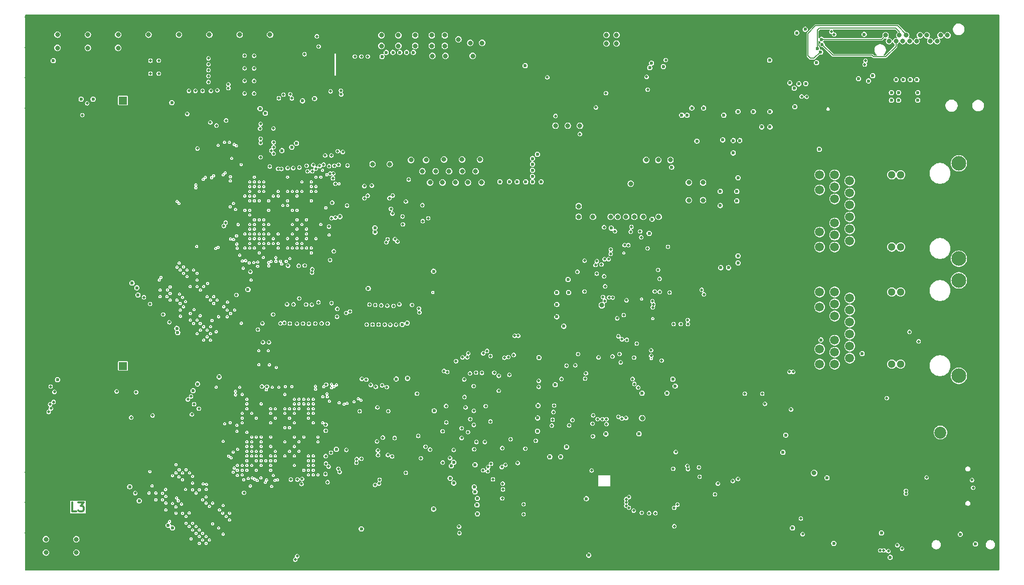
<source format=gbr>
%TF.GenerationSoftware,KiCad,Pcbnew,8.0.8*%
%TF.CreationDate,2025-02-03T01:07:06+01:00*%
%TF.ProjectId,RASBB,52415342-422e-46b6-9963-61645f706362,01*%
%TF.SameCoordinates,Original*%
%TF.FileFunction,Copper,L3,Inr*%
%TF.FilePolarity,Positive*%
%FSLAX46Y46*%
G04 Gerber Fmt 4.6, Leading zero omitted, Abs format (unit mm)*
G04 Created by KiCad (PCBNEW 8.0.8) date 2025-02-03 01:07:06*
%MOMM*%
%LPD*%
G01*
G04 APERTURE LIST*
%ADD10C,0.300000*%
%TA.AperFunction,NonConductor*%
%ADD11C,0.300000*%
%TD*%
%TA.AperFunction,ComponentPad*%
%ADD12R,1.350000X1.350000*%
%TD*%
%TA.AperFunction,ComponentPad*%
%ADD13O,1.350000X1.350000*%
%TD*%
%TA.AperFunction,ComponentPad*%
%ADD14R,2.025000X2.025000*%
%TD*%
%TA.AperFunction,ComponentPad*%
%ADD15C,2.025000*%
%TD*%
%TA.AperFunction,ComponentPad*%
%ADD16C,1.509000*%
%TD*%
%TA.AperFunction,ComponentPad*%
%ADD17C,1.300000*%
%TD*%
%TA.AperFunction,ComponentPad*%
%ADD18C,2.475000*%
%TD*%
%TA.AperFunction,ComponentPad*%
%ADD19O,2.000000X0.900000*%
%TD*%
%TA.AperFunction,ComponentPad*%
%ADD20O,1.700000X0.900000*%
%TD*%
%TA.AperFunction,ComponentPad*%
%ADD21C,0.800000*%
%TD*%
%TA.AperFunction,ComponentPad*%
%ADD22O,3.200000X1.400000*%
%TD*%
%TA.AperFunction,ViaPad*%
%ADD23C,0.600000*%
%TD*%
%TA.AperFunction,ViaPad*%
%ADD24C,0.250000*%
%TD*%
%TA.AperFunction,ViaPad*%
%ADD25C,0.800000*%
%TD*%
%TA.AperFunction,ViaPad*%
%ADD26C,0.460000*%
%TD*%
%TA.AperFunction,Conductor*%
%ADD27C,0.170000*%
%TD*%
G04 APERTURE END LIST*
D10*
D11*
X113668796Y-120000828D02*
X112954510Y-120000828D01*
X112954510Y-120000828D02*
X112954510Y-118500828D01*
X114025939Y-118500828D02*
X114954511Y-118500828D01*
X114954511Y-118500828D02*
X114454511Y-119072257D01*
X114454511Y-119072257D02*
X114668796Y-119072257D01*
X114668796Y-119072257D02*
X114811654Y-119143685D01*
X114811654Y-119143685D02*
X114883082Y-119215114D01*
X114883082Y-119215114D02*
X114954511Y-119357971D01*
X114954511Y-119357971D02*
X114954511Y-119715114D01*
X114954511Y-119715114D02*
X114883082Y-119857971D01*
X114883082Y-119857971D02*
X114811654Y-119929400D01*
X114811654Y-119929400D02*
X114668796Y-120000828D01*
X114668796Y-120000828D02*
X114240225Y-120000828D01*
X114240225Y-120000828D02*
X114097368Y-119929400D01*
X114097368Y-119929400D02*
X114025939Y-119857971D01*
D12*
%TO.N,Net-(J18-Pin_1)*%
%TO.C,J18*%
X121550000Y-95410000D03*
D13*
%TO.N,GND*%
X121550000Y-93410000D03*
%TD*%
D14*
%TO.N,GND*%
%TO.C,J9*%
X259580000Y-103160000D03*
D15*
%TO.N,Net-(F1-Pad2)*%
X259580000Y-106660000D03*
%TD*%
D16*
%TO.N,unconnected-(J14-MDCT3-Pad1)*%
%TO.C,J14*%
X244265000Y-83930000D03*
%TO.N,unconnected-(J14-MD3--Pad2)*%
X244265000Y-85960000D03*
%TO.N,unconnected-(J14-MD3+-Pad3)*%
X244265000Y-87990001D03*
%TO.N,/Ethernet_uC/TX_P*%
X244265000Y-90020000D03*
%TO.N,/Ethernet_uC/TX_N*%
X244265000Y-92050000D03*
%TO.N,Net-(J14-MDCT2)*%
X244265000Y-94080000D03*
%TO.N,unconnected-(J14-MDCT4-Pad7)*%
X241725000Y-82910000D03*
%TO.N,unconnected-(J14-MD4+-Pad8)*%
X241725000Y-84930000D03*
%TO.N,unconnected-(J14-MD4--Pad9)*%
X241725000Y-86970000D03*
%TO.N,/Ethernet_uC/RX_N*%
X241725000Y-91050000D03*
%TO.N,/Ethernet_uC/RX_P*%
X241725000Y-93090000D03*
%TO.N,Net-(J14-MDCT1)*%
X241725000Y-95100000D03*
%TO.N,unconnected-(J14-VDC1+-Pad13)*%
X239185000Y-82910001D03*
%TO.N,unconnected-(J14-VDC1--Pad14)*%
X239185000Y-85450000D03*
%TO.N,unconnected-(J14-VDC2+-Pad15)*%
X239185000Y-92560000D03*
%TO.N,unconnected-(J14-VDC2--Pad16)*%
X239185000Y-95100000D03*
D17*
%TO.N,/Ethernet_uC/LED_GR_ETH*%
X251375000Y-82908000D03*
%TO.N,Net-(J14-GN_K)*%
X251375000Y-95102000D03*
%TO.N,/Ethernet_uC/LED_YL_ETH*%
X252845000Y-82908000D03*
%TO.N,Net-(J14-YL_K)*%
X252845000Y-95102000D03*
D18*
%TO.N,Net-(C183-Pad1)*%
X262685000Y-97070000D03*
X262685000Y-80940000D03*
%TD*%
D16*
%TO.N,Net-(J2-MDCT3)*%
%TO.C,J2*%
X244265000Y-64130500D03*
%TO.N,/Ethernet_FPGA/MDI2_N*%
X244265000Y-66160500D03*
%TO.N,/Ethernet_FPGA/MDI2_P*%
X244265000Y-68190500D03*
%TO.N,/Ethernet_FPGA/MDI1_P*%
X244265000Y-70220500D03*
%TO.N,/Ethernet_FPGA/MDI1_N*%
X244265000Y-72250500D03*
%TO.N,Net-(J2-MDCT2)*%
X244265000Y-74280500D03*
%TO.N,Net-(J2-MDCT4)*%
X241725000Y-63110500D03*
%TO.N,/Ethernet_FPGA/MDI3_P*%
X241725000Y-65130500D03*
%TO.N,/Ethernet_FPGA/MDI3_N*%
X241725000Y-67170500D03*
%TO.N,/Ethernet_FPGA/MDI0_N*%
X241725000Y-71250500D03*
%TO.N,/Ethernet_FPGA/MDI0_P*%
X241725000Y-73290500D03*
%TO.N,Net-(J2-MDCT1)*%
X241725000Y-75300500D03*
%TO.N,Net-(J2-VDC1+)*%
X239185000Y-63110500D03*
%TO.N,Net-(J2-VDC1-)*%
X239185000Y-65650500D03*
%TO.N,Net-(J2-VDC2+)*%
X239185000Y-72760500D03*
%TO.N,Net-(J2-VDC2-)*%
X239185000Y-75300500D03*
D17*
%TO.N,/Ethernet_FPGA/LED_GR_ETH*%
X251375000Y-63108500D03*
%TO.N,Net-(J2-GN_K)*%
X251375000Y-75302500D03*
%TO.N,/Ethernet_FPGA/LED_YL_ETH*%
X252845000Y-63108500D03*
%TO.N,Net-(J2-YL_K)*%
X252845000Y-75302500D03*
D18*
%TO.N,Net-(C74-Pad1)*%
X262685000Y-77270500D03*
X262685000Y-61140500D03*
%TD*%
D12*
%TO.N,Net-(J16-Pin_1)*%
%TO.C,J16*%
X121550000Y-50550000D03*
D13*
%TO.N,GND*%
X121550000Y-48550000D03*
%TD*%
D19*
%TO.N,GND*%
%TO.C,J7*%
X263740000Y-120040000D03*
D20*
X267910000Y-120040000D03*
D19*
X263740000Y-111400000D03*
D20*
X267910000Y-111400000D03*
%TD*%
D21*
%TO.N,/HDMI/HDMI_D2_P*%
%TO.C,J3*%
X260760000Y-39500000D03*
%TO.N,GND*%
X260180000Y-40500000D03*
%TO.N,/HDMI/HDMI_D2_N*%
X259600000Y-39500000D03*
%TO.N,/HDMI/HDMI_D1_P*%
X259020000Y-40500000D03*
%TO.N,GND*%
X258440000Y-39500000D03*
%TO.N,/HDMI/HDMI_D1_N*%
X257860000Y-40500000D03*
%TO.N,/HDMI/HDMI_D0_P*%
X257280000Y-39500000D03*
%TO.N,GND*%
X256700000Y-40500000D03*
%TO.N,/HDMI/HDMI_D0_N*%
X256120000Y-39500000D03*
%TO.N,/HDMI/HDMI_CLK_P*%
X255540000Y-40500000D03*
%TO.N,GND*%
X254960000Y-39500000D03*
%TO.N,/HDMI/HDMI_CLK_N*%
X254380000Y-40500000D03*
%TO.N,/HDMI/HDMI_CEC_B*%
X253800000Y-39500000D03*
%TO.N,unconnected-(J3-UTILITY-Pad14)*%
X253220000Y-40500000D03*
%TO.N,/HDMI/HDMI_SCL_B*%
X252640000Y-39500000D03*
%TO.N,/HDMI/HDMI_SDA_B*%
X252060000Y-40500000D03*
%TO.N,GND*%
X251480000Y-39500000D03*
%TO.N,/HDMI/HDMI_5V*%
X250900000Y-40500000D03*
%TO.N,/HDMI/HDMI_HPD_B*%
X250320000Y-39500000D03*
D22*
%TO.N,GND*%
X252510000Y-43250000D03*
X261510000Y-43250000D03*
X249410000Y-36750000D03*
X258910000Y-36750000D03*
%TD*%
D23*
%TO.N,/uController/ADC1_IN5*%
X199810000Y-117840000D03*
X203100000Y-106900000D03*
%TO.N,/uController/uC_DAC2_OUT2*%
X194540000Y-98580000D03*
X208700000Y-106880000D03*
%TO.N,/VDC_IN*%
X230800000Y-52400000D03*
X217600000Y-51800000D03*
X222400000Y-65900000D03*
X225400000Y-78000000D03*
X225700000Y-57300000D03*
X224600000Y-57300000D03*
X225400000Y-52400000D03*
X222400000Y-68300000D03*
X225400000Y-76800000D03*
X228000000Y-52400000D03*
X225200000Y-65900000D03*
X223800000Y-78800000D03*
X215900000Y-53000000D03*
X224600000Y-59400000D03*
X225400000Y-63600000D03*
X230800000Y-55000000D03*
X222500001Y-78800000D03*
X216800000Y-53030000D03*
X219600000Y-51800000D03*
X229400000Y-55000000D03*
X225200000Y-67500000D03*
D24*
%TO.N,GND*%
X143975000Y-77525000D03*
D25*
X125650000Y-76650000D03*
D26*
X195050000Y-109300000D03*
X187650000Y-91950000D03*
X109050000Y-80250000D03*
X164600000Y-45400000D03*
X212850000Y-115100000D03*
D23*
X194400000Y-61187500D03*
D26*
X154300000Y-53700000D03*
X176531000Y-47900000D03*
D23*
X243850000Y-57000000D03*
D26*
X127300000Y-86371178D03*
D25*
X162047000Y-129250000D03*
D26*
X152891500Y-39500000D03*
D25*
X130700000Y-92200000D03*
D26*
X209800000Y-84050000D03*
X169900000Y-47500000D03*
X109000000Y-68200000D03*
X137450000Y-41000000D03*
D25*
X268950000Y-57008000D03*
D24*
X130700000Y-108500000D03*
X141020000Y-86523747D03*
X149350000Y-69080000D03*
D26*
X120500000Y-69300000D03*
D25*
X268950000Y-98024000D03*
X268950000Y-46754000D03*
D26*
X206100000Y-113600000D03*
D24*
X151400000Y-58600000D03*
D26*
X155200000Y-50000000D03*
X180239000Y-46550000D03*
X206507900Y-81375000D03*
X182093000Y-47900000D03*
X177458000Y-47900000D03*
X214300000Y-66200000D03*
X161900000Y-44200000D03*
D25*
X110527000Y-36450000D03*
D23*
X233000000Y-49600000D03*
D26*
X112500000Y-71100000D03*
X149065250Y-39500000D03*
D25*
X192559000Y-36450000D03*
D24*
X144550000Y-63480000D03*
X150150000Y-65080000D03*
D26*
X183050000Y-97800000D03*
X174629999Y-99819999D03*
D25*
X115654000Y-36450000D03*
D26*
X186000000Y-46483332D03*
D24*
X134627523Y-90483545D03*
D26*
X196373000Y-51300000D03*
X245400000Y-53500000D03*
D24*
X141490000Y-119020000D03*
D26*
X205500000Y-115700000D03*
D25*
X232473000Y-85300000D03*
D24*
X146150000Y-70680000D03*
D26*
X149830500Y-41300000D03*
D24*
X146950000Y-69080000D03*
D25*
X117800000Y-79600000D03*
D26*
X210024258Y-102271470D03*
D24*
X132190000Y-118480000D03*
D26*
X197300000Y-49950000D03*
D25*
X226200000Y-92900000D03*
D26*
X161900000Y-45500000D03*
D23*
X170475000Y-78300000D03*
D26*
X244500000Y-57000000D03*
D25*
X216800000Y-77200000D03*
D24*
X128404983Y-81998264D03*
D26*
X132600000Y-63500000D03*
D24*
X145680000Y-109020000D03*
D26*
X178385000Y-46550000D03*
X202050000Y-52500000D03*
X190300000Y-43200000D03*
D25*
X195300000Y-81700000D03*
D26*
X160390000Y-71840150D03*
D25*
X234008000Y-87200000D03*
D26*
X209900000Y-115700000D03*
D24*
X141375000Y-80525000D03*
X136324579Y-83129634D03*
D26*
X193650000Y-49950000D03*
X156400000Y-53600000D03*
X217175000Y-61252000D03*
X189800000Y-114800000D03*
X180780000Y-114830000D03*
X127600000Y-121350000D03*
D25*
X230200000Y-62000000D03*
D26*
X156300000Y-55800000D03*
D23*
X208780006Y-40569994D03*
D24*
X157250000Y-88300000D03*
D25*
X128600000Y-90200000D03*
X233575000Y-36450000D03*
X105400000Y-46704000D03*
D26*
X214474103Y-82075000D03*
X138377000Y-41000000D03*
X190525000Y-52115192D03*
X131330000Y-54910000D03*
D24*
X144550000Y-72280000D03*
X144880000Y-105820000D03*
D26*
X205100000Y-113600000D03*
X211000000Y-113900000D03*
D25*
X214900000Y-73800000D03*
D26*
X158000000Y-43400000D03*
X211900000Y-98050000D03*
X186000000Y-44200000D03*
X255550000Y-118150000D03*
X215825000Y-60325000D03*
D23*
X109300000Y-90400000D03*
D25*
X123500000Y-55100000D03*
D24*
X140025000Y-56104700D03*
D26*
X106400000Y-55550000D03*
X178385000Y-47900000D03*
D25*
X268950000Y-62135000D03*
D23*
X172600000Y-55800000D03*
X152900000Y-58800000D03*
D26*
X125900000Y-78700000D03*
X237150000Y-55890000D03*
D25*
X236400000Y-59800000D03*
D23*
X175399998Y-55800000D03*
D26*
X158970000Y-76620000D03*
D25*
X226200000Y-91300000D03*
D23*
X232000000Y-49600000D03*
D25*
X112100000Y-91300000D03*
D26*
X210793193Y-83179601D03*
D24*
X150320000Y-62670000D03*
D25*
X228700000Y-63300000D03*
X268950000Y-87770000D03*
D26*
X152126250Y-41300000D03*
D23*
X140400000Y-93900000D03*
D25*
X105400000Y-41577000D03*
D26*
X252300000Y-90925000D03*
X179312000Y-46550000D03*
X113700000Y-60500000D03*
D24*
X134451926Y-115197234D03*
D26*
X150595750Y-40400000D03*
X257000000Y-122100000D03*
X200650000Y-52550000D03*
X203350000Y-60550000D03*
D23*
X199407000Y-100750000D03*
D25*
X188900000Y-123900000D03*
D24*
X148550000Y-69080000D03*
X140850000Y-110300000D03*
X127500000Y-115100000D03*
D26*
X151361000Y-39500000D03*
X158900000Y-45600000D03*
X207670000Y-81392100D03*
X129900000Y-65700000D03*
D25*
X230800000Y-90000000D03*
D23*
X228040000Y-49600000D03*
X245700000Y-41000000D03*
D26*
X211204990Y-92248001D03*
D24*
X154150000Y-69080000D03*
D26*
X133650000Y-51900000D03*
X111000000Y-64300000D03*
X159040000Y-77780000D03*
D25*
X222484000Y-85300000D03*
D24*
X130200000Y-108500000D03*
D26*
X157100000Y-56600000D03*
X108950000Y-66250000D03*
X123600000Y-58900000D03*
X261450000Y-118700000D03*
D24*
X142440000Y-62570000D03*
D25*
X231046000Y-85300000D03*
D26*
X203350000Y-59700000D03*
D24*
X148550000Y-67480000D03*
D26*
X148300000Y-39500000D03*
D24*
X153680000Y-105820000D03*
D25*
X177428000Y-129250000D03*
D24*
X150150000Y-72280000D03*
X146950000Y-73080000D03*
D26*
X261550000Y-112300000D03*
X244000000Y-47530000D03*
D24*
X128404983Y-84261005D03*
D26*
X112000000Y-60200000D03*
X231150000Y-94350000D03*
X186000000Y-49908330D03*
D25*
X133200000Y-105000000D03*
X238952000Y-129250000D03*
D26*
X168854000Y-46600000D03*
X151361000Y-40400000D03*
D25*
X110300000Y-56300000D03*
D26*
X171200000Y-106600000D03*
X157930500Y-52700000D03*
X120700000Y-60500000D03*
D24*
X135010000Y-116940000D03*
D26*
X189725000Y-50365192D03*
X209800000Y-112800000D03*
X163000000Y-45500000D03*
D25*
X218194000Y-36450000D03*
D24*
X151300000Y-113810000D03*
D23*
X208360000Y-41440000D03*
D24*
X152880000Y-109020000D03*
D26*
X168600000Y-98600000D03*
X254450000Y-118200000D03*
D25*
X268950000Y-51881000D03*
D24*
X143750000Y-74680000D03*
D23*
X244250000Y-54150000D03*
D26*
X235400000Y-99500000D03*
X186850000Y-51850000D03*
D25*
X115904000Y-129250000D03*
D26*
X258750000Y-118150000D03*
D25*
X131900000Y-71000000D03*
D26*
X163000000Y-44200000D03*
D25*
X182305000Y-36450000D03*
D26*
X122700000Y-60500000D03*
X207000000Y-113600000D03*
X187477000Y-54600000D03*
X134300000Y-52150000D03*
D25*
X131285000Y-129250000D03*
D26*
X207050000Y-56600000D03*
X208300000Y-64600000D03*
X109150000Y-74700000D03*
X162000000Y-88500000D03*
X126100000Y-63000000D03*
D25*
X120781000Y-36450000D03*
D26*
X156400000Y-51800000D03*
X199300000Y-84400000D03*
X110500000Y-73700000D03*
D24*
X152880000Y-100220000D03*
D26*
X109050000Y-62250000D03*
D25*
X223911000Y-85300000D03*
D24*
X153680000Y-104220000D03*
D26*
X238450000Y-54190000D03*
D25*
X268950000Y-92897000D03*
D26*
X153700000Y-53100000D03*
X201400000Y-79125000D03*
D24*
X132693692Y-123743693D03*
D26*
X149065250Y-40400000D03*
D24*
X155120000Y-95950000D03*
D26*
X210000000Y-74875000D03*
X210300000Y-68400000D03*
D24*
X149680000Y-101820000D03*
D26*
X119600000Y-59000000D03*
D24*
X135758894Y-91614915D03*
D26*
X179312000Y-47900000D03*
D25*
X213067000Y-36450000D03*
D24*
X141350000Y-73575000D03*
D25*
X124300000Y-86000000D03*
X127400000Y-55000000D03*
D26*
X196373000Y-49950000D03*
X208800000Y-112800000D03*
X158900000Y-43400000D03*
X212975000Y-120875000D03*
X175604000Y-46550000D03*
X167927000Y-46600000D03*
X208793000Y-103450000D03*
D23*
X168925000Y-105175000D03*
D26*
X216900000Y-99750000D03*
D23*
X208325000Y-37800000D03*
D26*
X214175000Y-92075000D03*
D23*
X110000000Y-93700000D03*
D26*
X137890000Y-71310000D03*
D24*
X140670000Y-67740000D03*
D25*
X229900000Y-91500000D03*
D26*
X210900000Y-117650000D03*
D25*
X166924000Y-36450000D03*
D24*
X150480000Y-104220000D03*
D26*
X111500000Y-63300000D03*
D24*
X150150000Y-73880000D03*
D26*
X214300000Y-74600000D03*
D24*
X132100000Y-117800000D03*
D25*
X182555000Y-129250000D03*
X105650000Y-129250000D03*
D24*
X149400000Y-58400000D03*
D26*
X168100000Y-99800000D03*
D25*
X113000000Y-54600000D03*
D24*
X149350000Y-71480000D03*
D26*
X214300000Y-64800000D03*
X152975000Y-47300000D03*
X193650000Y-51300000D03*
X207050000Y-57550000D03*
D23*
X226142855Y-48200000D03*
D26*
X125300000Y-84900000D03*
D25*
X111400000Y-55200000D03*
X121031000Y-129250000D03*
D26*
X213250000Y-66200000D03*
D25*
X243829000Y-36450000D03*
D24*
X153350000Y-63480000D03*
D26*
X208900000Y-117800000D03*
D25*
X268950000Y-41627000D03*
X226765000Y-85300000D03*
D24*
X152080000Y-111420000D03*
X155210000Y-101420000D03*
X151350000Y-77100000D03*
D25*
X232400000Y-90000000D03*
D26*
X156000000Y-49400000D03*
D24*
X150950000Y-67480000D03*
D26*
X209425000Y-86500000D03*
D25*
X146416000Y-36450000D03*
X152300000Y-116800000D03*
D26*
X208832100Y-80230000D03*
D23*
X192850000Y-59600000D03*
X232975000Y-50900000D03*
X224628570Y-48200000D03*
D26*
X145600000Y-50150000D03*
X123000000Y-114000000D03*
D25*
X213317000Y-129250000D03*
X192809000Y-129250000D03*
D24*
X150000000Y-99450000D03*
X133886240Y-124813887D03*
X150480000Y-108220000D03*
X132754869Y-114631549D03*
X127663700Y-116328606D03*
D26*
X152891500Y-41300000D03*
X213900000Y-101850000D03*
D25*
X194027000Y-123900000D03*
D24*
X131800000Y-77350000D03*
D25*
X218444000Y-129250000D03*
X233900000Y-85300000D03*
D23*
X166175000Y-78750000D03*
D26*
X128280000Y-53580000D03*
D24*
X131800000Y-118300000D03*
D25*
X136162000Y-36450000D03*
D26*
X124300000Y-112800000D03*
X158900000Y-44500000D03*
X250625000Y-90100000D03*
D24*
X126532329Y-117459976D03*
X143350000Y-81730000D03*
D25*
X244079000Y-129250000D03*
X203063000Y-129250000D03*
D26*
X153000000Y-52400000D03*
D25*
X156920000Y-129250000D03*
D26*
X205450000Y-56600000D03*
D24*
X155780000Y-64670000D03*
D26*
X138200000Y-47700000D03*
D25*
X129400000Y-107700000D03*
D26*
X207900000Y-113600000D03*
D23*
X147130000Y-46260000D03*
D26*
X140150000Y-48125000D03*
D23*
X234400000Y-91200000D03*
D26*
X210300000Y-69400000D03*
D24*
X132890500Y-84110000D03*
D26*
X109250000Y-61100000D03*
X210300000Y-67400000D03*
X152126250Y-40400000D03*
D23*
X192750000Y-57500000D03*
D26*
X211150000Y-66200000D03*
X214350000Y-77900000D03*
D24*
X147750000Y-71480000D03*
D25*
X146666000Y-129250000D03*
X129500000Y-71000000D03*
D26*
X131500000Y-63500000D03*
X138377000Y-42350000D03*
D25*
X126600000Y-88400000D03*
X117100000Y-82200000D03*
D26*
X228254000Y-82000000D03*
D23*
X244600000Y-43400000D03*
D26*
X182800000Y-97200000D03*
X208150000Y-93400000D03*
D23*
X231300000Y-57200000D03*
D26*
X188500000Y-47400000D03*
D24*
X141670000Y-58490000D03*
D26*
X242300000Y-53500000D03*
D24*
X142480000Y-105020000D03*
D26*
X148300000Y-41300000D03*
X214800000Y-80712000D03*
D25*
X223321000Y-36450000D03*
X151543000Y-36450000D03*
D26*
X160200000Y-50400000D03*
X191050000Y-41150000D03*
X200650000Y-53450000D03*
D23*
X229360000Y-49600000D03*
D26*
X170900000Y-46600000D03*
X149830500Y-39500000D03*
X126900000Y-85200000D03*
X231108000Y-82000000D03*
D25*
X218600000Y-81600000D03*
D26*
X225400000Y-82000000D03*
D25*
X126300000Y-110500000D03*
D24*
X147900000Y-97000000D03*
X151750000Y-68280000D03*
D26*
X187200000Y-49116666D03*
X242300000Y-52700000D03*
X171100000Y-45900000D03*
D25*
X227300000Y-89200000D03*
D24*
X149000000Y-97050000D03*
D26*
X160200000Y-51100000D03*
X191050000Y-43050000D03*
X168950000Y-66950000D03*
X150595750Y-41300000D03*
D25*
X268950000Y-113405000D03*
X221057000Y-85300000D03*
D26*
X210100000Y-66200000D03*
D24*
X142772225Y-116038293D03*
D26*
X158695750Y-52700000D03*
X128300000Y-65300000D03*
X109050000Y-70200000D03*
X135684983Y-71984983D03*
D24*
X142725000Y-53350000D03*
D25*
X105400000Y-51831000D03*
D26*
X216250000Y-119225000D03*
D24*
X132930467Y-79735521D03*
D23*
X192850000Y-58600000D03*
D26*
X237150000Y-54190000D03*
D24*
X138840000Y-116600000D03*
X154480000Y-112220000D03*
D26*
X116700000Y-59000000D03*
D25*
X149200000Y-117500000D03*
D23*
X226720000Y-49600000D03*
D26*
X109000000Y-104100000D03*
X173750000Y-46550000D03*
D23*
X181000000Y-56400000D03*
D25*
X105400000Y-118482000D03*
D26*
X204850000Y-86350000D03*
X262100000Y-119400000D03*
D24*
X133886240Y-115762920D03*
D26*
X157930500Y-51800000D03*
X152275000Y-45250000D03*
D25*
X118300000Y-55200000D03*
D24*
X134627523Y-81432578D03*
D26*
X246750000Y-49750000D03*
D24*
X148880000Y-104220000D03*
D26*
X138700000Y-45050000D03*
D24*
X144080000Y-100220000D03*
D23*
X194400000Y-62075000D03*
D26*
X124400000Y-78900000D03*
X149065250Y-41300000D03*
X149830500Y-40400000D03*
X238450000Y-55890000D03*
X151361000Y-41300000D03*
X152126250Y-39500000D03*
X114100000Y-72000000D03*
D25*
X229900000Y-93100000D03*
D23*
X164475000Y-73650000D03*
D24*
X146480000Y-101020000D03*
D26*
X201600000Y-53450000D03*
D23*
X230685710Y-48200000D03*
D25*
X233825000Y-129250000D03*
D26*
X138200000Y-48400000D03*
X206507900Y-79067900D03*
D25*
X219300000Y-77200000D03*
D24*
X133886240Y-114631549D03*
D26*
X190300000Y-41150000D03*
D24*
X131057813Y-111803122D03*
D26*
X186000000Y-45341666D03*
D25*
X235800000Y-89400000D03*
D26*
X165800000Y-45600000D03*
D25*
X232581000Y-87200000D03*
D26*
X210200000Y-87700000D03*
D24*
X149680000Y-107420000D03*
X143750000Y-69080000D03*
D23*
X229171425Y-48200000D03*
D26*
X229681000Y-82000000D03*
X215825000Y-62179000D03*
D24*
X143325000Y-77125000D03*
D25*
X216200000Y-72600000D03*
D23*
X232300000Y-50900000D03*
D26*
X210350000Y-96550000D03*
X109300000Y-59100000D03*
X211900000Y-96550000D03*
X190300000Y-42175000D03*
D23*
X221600000Y-47000000D03*
D24*
X151280000Y-110620000D03*
X148880000Y-109820000D03*
D26*
X215825000Y-61252000D03*
D25*
X194200000Y-81700000D03*
D23*
X154600000Y-58800000D03*
D24*
X129053042Y-85046958D03*
D26*
X190525000Y-50365192D03*
X123500000Y-63000000D03*
D25*
X120600000Y-76600000D03*
D24*
X148880000Y-113020000D03*
D26*
X215900000Y-94650000D03*
D25*
X124500000Y-71600000D03*
D26*
X206250000Y-57550000D03*
D24*
X154050000Y-97100000D03*
X150100000Y-97050000D03*
D25*
X221000000Y-71500000D03*
X193227000Y-70400000D03*
X129250000Y-73150000D03*
D23*
X221600000Y-49600000D03*
D25*
X133300000Y-106800000D03*
D26*
X213975000Y-120900000D03*
D24*
X144080000Y-109020000D03*
D23*
X225400000Y-49600000D03*
D26*
X159461000Y-51800000D03*
X169900000Y-46600000D03*
D23*
X211000000Y-42800000D03*
D26*
X138700000Y-46350000D03*
D25*
X228448000Y-36450000D03*
X229727000Y-87200000D03*
D26*
X128850000Y-87350000D03*
D23*
X227657140Y-48200000D03*
D25*
X228192000Y-85300000D03*
D26*
X212750000Y-117650000D03*
X121400000Y-71700000D03*
X143475000Y-52600000D03*
X226827000Y-82000000D03*
X186000000Y-48766664D03*
X183400000Y-106800000D03*
D24*
X133600000Y-108500000D03*
D26*
X213350000Y-92075000D03*
D25*
X177178000Y-36450000D03*
D24*
X145280000Y-116550000D03*
X147280000Y-105820000D03*
X140490000Y-65290000D03*
D26*
X194450000Y-108450000D03*
D25*
X105400000Y-113355000D03*
D26*
X148300000Y-40400000D03*
X161590000Y-113150000D03*
X158695750Y-53600000D03*
D25*
X134100000Y-71000000D03*
D26*
X111500000Y-61000000D03*
D25*
X228500000Y-88100000D03*
D23*
X230000000Y-57200000D03*
D25*
X178200000Y-120600000D03*
X187682000Y-129250000D03*
D26*
X181166000Y-46550000D03*
D24*
X142480000Y-113820000D03*
D26*
X127200000Y-120800000D03*
X211880000Y-48380000D03*
D24*
X149680000Y-110620000D03*
X152550000Y-74680000D03*
D25*
X183773000Y-123900000D03*
D26*
X184900000Y-53950000D03*
D24*
X137260000Y-118040000D03*
D25*
X219800000Y-72400000D03*
D24*
X171410000Y-88990000D03*
D26*
X140300000Y-64000000D03*
D23*
X208650004Y-38889998D03*
D26*
X205500000Y-74930000D03*
D23*
X166150000Y-75929850D03*
D26*
X161800000Y-122100000D03*
D25*
X136412000Y-129250000D03*
D24*
X135661252Y-78361615D03*
D25*
X254333000Y-129250000D03*
D24*
X145350000Y-69080000D03*
D26*
X135970000Y-71230000D03*
X186550000Y-53250000D03*
D25*
X234700000Y-59800000D03*
D26*
X229900000Y-100950000D03*
X197300000Y-51300000D03*
X109100000Y-83050000D03*
X187200000Y-49983332D03*
D24*
X153350000Y-72280000D03*
X146800000Y-97000000D03*
D26*
X219850000Y-112600000D03*
X155470000Y-45630000D03*
D23*
X223114285Y-48200000D03*
D26*
X243400000Y-53600000D03*
D24*
X154950000Y-75480000D03*
X150480000Y-109820000D03*
D26*
X109050000Y-63500000D03*
D23*
X211800000Y-42600000D03*
D24*
X157600000Y-88550000D03*
D26*
X179150000Y-113400000D03*
D25*
X223571000Y-129250000D03*
D24*
X134627523Y-80301207D03*
D26*
X187200000Y-48250000D03*
D25*
X268950000Y-118532000D03*
D26*
X109000000Y-84200000D03*
X160800000Y-44200000D03*
X175200000Y-68200000D03*
X158000000Y-45600000D03*
D24*
X146480000Y-109820000D03*
D26*
X244550000Y-51650000D03*
D25*
X110777000Y-129250000D03*
D26*
X167000000Y-46600000D03*
D24*
X141680000Y-108220000D03*
X131623498Y-121419774D03*
D26*
X217175000Y-60325000D03*
D24*
X145680000Y-107420000D03*
D26*
X128260000Y-54750000D03*
D24*
X149350000Y-76280000D03*
X139670000Y-82150000D03*
D26*
X114100000Y-71100000D03*
D23*
X179197500Y-55802500D03*
X141000000Y-93200000D03*
D26*
X206250000Y-56600000D03*
X112900000Y-59200000D03*
X199700000Y-82000000D03*
D24*
X151280000Y-105020000D03*
D23*
X232200000Y-48200000D03*
D25*
X105400000Y-123609000D03*
X218100000Y-72400000D03*
D26*
X180239000Y-47900000D03*
X152891500Y-40400000D03*
X210500000Y-72000000D03*
D25*
X208190000Y-129250000D03*
D24*
X139500000Y-65300000D03*
D25*
X238702000Y-36450000D03*
D23*
X221600000Y-48200000D03*
X110800000Y-88850000D03*
D25*
X235200000Y-87900000D03*
D26*
X111500000Y-72800000D03*
D23*
X137800000Y-96000000D03*
D26*
X219850000Y-93100000D03*
D24*
X129140000Y-120190000D03*
D26*
X158000000Y-44500000D03*
X158695750Y-51800000D03*
X245800000Y-52700000D03*
X198300000Y-83200000D03*
X175604000Y-47900000D03*
D25*
X172051000Y-36450000D03*
X187432000Y-36450000D03*
D24*
X142040000Y-98950000D03*
D23*
X230680000Y-49600000D03*
D25*
X268950000Y-36500000D03*
D24*
X143280000Y-102620000D03*
D25*
X120100000Y-55200000D03*
D24*
X138200000Y-83750000D03*
X140140000Y-85130000D03*
D26*
X217850000Y-113200000D03*
X167600000Y-103700000D03*
D24*
X131090000Y-124620000D03*
D26*
X119700000Y-70200000D03*
D25*
X188100000Y-70400000D03*
D26*
X203000000Y-86300000D03*
D23*
X194400000Y-62962500D03*
D26*
X110100000Y-65200000D03*
D24*
X140108779Y-120854089D03*
D25*
X127100000Y-71000000D03*
D26*
X156400000Y-52700000D03*
D24*
X151400000Y-59600000D03*
D26*
X202350000Y-50350000D03*
X159461000Y-53600000D03*
X171900000Y-46650000D03*
X246250000Y-51300000D03*
X204500000Y-53050000D03*
D24*
X150300000Y-59400000D03*
D26*
X195390000Y-96640000D03*
X157165250Y-51800000D03*
X167400000Y-101700000D03*
X208832100Y-79067900D03*
D25*
X116600000Y-54500000D03*
D26*
X243400000Y-52700000D03*
D25*
X202813000Y-36450000D03*
D24*
X137700000Y-68125000D03*
D25*
X111000000Y-92300000D03*
X105400000Y-36450000D03*
D24*
X132400000Y-77550000D03*
X147750000Y-70680000D03*
X146150000Y-68280000D03*
X155860000Y-72630000D03*
X137825000Y-56104700D03*
D25*
X207940000Y-36450000D03*
D26*
X211900000Y-117575000D03*
D25*
X126158000Y-129250000D03*
D26*
X207300000Y-115700000D03*
D25*
X161797000Y-36450000D03*
D26*
X212650000Y-74150000D03*
X157930500Y-53600000D03*
X190000000Y-99800000D03*
X237150000Y-55040000D03*
X121100000Y-63000000D03*
D25*
X229619000Y-85300000D03*
X219300000Y-75300000D03*
D26*
X207670000Y-80230000D03*
D25*
X125908000Y-36450000D03*
D26*
X179700000Y-117600000D03*
D25*
X225338000Y-85300000D03*
X230400000Y-66300000D03*
D26*
X191050000Y-44000000D03*
X152300000Y-43975000D03*
D24*
X145680000Y-103420000D03*
D26*
X210350000Y-98050000D03*
D24*
X155280000Y-109820000D03*
D23*
X239200000Y-43300000D03*
D24*
X207850000Y-83900000D03*
D23*
X194400000Y-60300000D03*
D25*
X268950000Y-77516000D03*
D26*
X186000000Y-47624998D03*
X177458000Y-46550000D03*
D24*
X132364781Y-87089432D03*
D26*
X210100000Y-87200000D03*
D24*
X152080000Y-102620000D03*
X132189184Y-114065863D03*
D23*
X177000000Y-55800000D03*
D26*
X157165250Y-53600000D03*
D24*
X146150000Y-75480000D03*
X133496152Y-80301207D03*
X144270000Y-80810000D03*
D23*
X182000000Y-56600000D03*
D26*
X189725000Y-52115192D03*
D24*
X150950000Y-71480000D03*
D25*
X172301000Y-129250000D03*
D26*
X219050000Y-121150000D03*
X182093000Y-46550000D03*
D24*
X130102039Y-85958062D03*
D26*
X109300000Y-77200000D03*
X144300000Y-60900000D03*
X174677000Y-46550000D03*
D25*
X180400000Y-70500000D03*
D26*
X130540000Y-53720000D03*
D25*
X141289000Y-36450000D03*
D26*
X150595750Y-39500000D03*
X159461000Y-52700000D03*
D24*
X151750000Y-73880000D03*
D23*
X168100000Y-100750000D03*
D26*
X164000000Y-65500000D03*
X190800000Y-100000000D03*
X126700000Y-60500000D03*
D25*
X127900000Y-109000000D03*
D26*
X165800000Y-46550000D03*
D25*
X121700000Y-73900000D03*
D26*
X180300000Y-114500000D03*
X109000000Y-87700000D03*
X146100000Y-47850000D03*
X164300000Y-44900000D03*
X174900000Y-97600000D03*
X129200000Y-64200000D03*
D24*
X134500000Y-108500000D03*
D26*
X122800000Y-70300000D03*
D24*
X138580000Y-68780000D03*
D25*
X268950000Y-82643000D03*
D24*
X146950000Y-64280000D03*
D26*
X238450000Y-55040000D03*
X109050000Y-100350000D03*
D24*
X143280000Y-111420000D03*
D26*
X212850000Y-83600000D03*
X244600000Y-52700000D03*
X232535000Y-82000000D03*
X109050000Y-85450000D03*
D24*
X147280000Y-105020000D03*
D25*
X231154000Y-87200000D03*
D24*
X127500000Y-114000000D03*
D25*
X131500000Y-106800000D03*
D24*
X154150000Y-74680000D03*
D26*
X181166000Y-47900000D03*
D24*
X135017611Y-125945257D03*
X143750000Y-65880000D03*
X152550000Y-65880000D03*
D23*
X109500000Y-94800000D03*
D24*
X142150000Y-71480000D03*
X133400000Y-89250000D03*
D25*
X141539000Y-129250000D03*
X156670000Y-36450000D03*
D24*
X146150000Y-66680000D03*
D26*
X213640000Y-51830000D03*
X242300000Y-54300000D03*
D24*
X145680000Y-105020000D03*
X139049208Y-119819208D03*
D26*
X199000000Y-85400000D03*
X205450000Y-57550000D03*
X211700000Y-113900000D03*
D25*
X197686000Y-36450000D03*
D26*
X218400000Y-92000000D03*
X208325000Y-86500000D03*
X138700000Y-43900000D03*
X212850000Y-117050000D03*
X191050000Y-42100000D03*
D24*
X131623498Y-112368807D03*
D26*
X203950000Y-86750000D03*
D24*
X154950000Y-66680000D03*
D23*
X110050000Y-89650000D03*
D26*
X216250000Y-120850000D03*
D25*
X167174000Y-129250000D03*
D24*
X129400000Y-113500000D03*
D23*
X167750000Y-98600000D03*
D26*
X196400000Y-81800000D03*
X171100000Y-45200000D03*
X133000000Y-51900000D03*
X170900000Y-47500000D03*
D25*
X131035000Y-36450000D03*
D26*
X176531000Y-46550000D03*
X215850000Y-100400000D03*
D25*
X149200000Y-118900000D03*
D23*
X239125000Y-60000000D03*
D26*
X187477000Y-53250000D03*
D24*
X147280000Y-103420000D03*
D26*
X173750000Y-47900000D03*
X185550000Y-53250000D03*
X171900000Y-47550000D03*
D25*
X197936000Y-129250000D03*
D26*
X191325000Y-50365192D03*
X187200000Y-50850000D03*
D24*
X149350000Y-65080000D03*
D26*
X186550000Y-54600000D03*
X174677000Y-47900000D03*
D25*
X127550000Y-74750000D03*
D26*
X154718200Y-40600000D03*
D24*
X152900000Y-99450000D03*
D25*
X249206000Y-129250000D03*
X113100000Y-90200000D03*
D26*
X208832100Y-81392100D03*
D24*
X128229385Y-119157033D03*
X141680000Y-99420000D03*
D26*
X152400000Y-47300000D03*
X157165250Y-52700000D03*
X208300000Y-63200000D03*
X214350000Y-78450000D03*
D24*
X148880000Y-107420000D03*
D26*
X191325000Y-52115192D03*
X185450000Y-51200000D03*
X212200000Y-66200000D03*
D25*
X151793000Y-129250000D03*
D24*
X127322804Y-118702804D03*
D25*
X228698000Y-129250000D03*
D24*
X147280000Y-107420000D03*
D23*
X194400000Y-63850000D03*
D24*
X147700000Y-59000000D03*
X145680000Y-112220000D03*
D26*
X184150000Y-54700000D03*
D24*
X140500000Y-102220000D03*
D26*
X217175000Y-62179000D03*
X137450000Y-42350000D03*
D23*
%TO.N,Net-(IC1-BOOT)*%
X235000000Y-51600000D03*
%TO.N,/POWER/12.8V*%
X239125000Y-58800000D03*
X230750000Y-43725000D03*
%TO.N,+12V*%
X253300000Y-47000000D03*
D25*
X196650000Y-54800000D03*
D23*
X153910000Y-50200000D03*
D25*
X198700000Y-54800000D03*
X182200000Y-40800000D03*
D26*
X143700000Y-47223000D03*
D23*
X167150000Y-42400004D03*
D25*
X178200000Y-40200000D03*
X173800000Y-43000000D03*
D23*
X255750000Y-49200000D03*
X214200000Y-61800000D03*
X252500000Y-49200000D03*
D25*
X176000000Y-43000000D03*
D23*
X170600000Y-42400004D03*
D25*
X165200000Y-41300000D03*
D26*
X158350000Y-48850000D03*
D23*
X252100000Y-47000000D03*
D25*
X180600000Y-43000000D03*
D26*
X158400000Y-49500000D03*
D25*
X165200000Y-39500000D03*
X211950000Y-60600000D03*
D23*
X255750000Y-50500000D03*
X251300000Y-50500000D03*
D26*
X142100000Y-49331000D03*
D25*
X168050000Y-39500000D03*
D26*
X143700000Y-42969000D03*
X142100000Y-45077000D03*
D25*
X173700000Y-39500000D03*
X173700000Y-41300000D03*
D26*
X198700000Y-56200000D03*
D23*
X210500000Y-45000000D03*
D25*
X180200000Y-40800000D03*
D26*
X160700000Y-43100000D03*
D25*
X214000000Y-60600000D03*
X175900000Y-41300000D03*
D23*
X255600000Y-47000000D03*
X166000000Y-42400000D03*
D26*
X213200000Y-43700000D03*
X162900000Y-43100000D03*
X161800000Y-43100000D03*
D25*
X170900000Y-39500000D03*
D26*
X142100000Y-42950000D03*
D23*
X254500000Y-47000000D03*
X210800000Y-44200000D03*
D26*
X194600000Y-53150000D03*
X142100000Y-47204000D03*
D25*
X170900000Y-41300000D03*
D23*
X252500000Y-50500000D03*
X251300000Y-49200000D03*
D25*
X168050000Y-41300000D03*
X194600000Y-54800000D03*
X175900000Y-39500000D03*
D23*
X165300000Y-43100000D03*
D26*
X143700000Y-45096000D03*
D23*
X168300000Y-42400004D03*
X169450000Y-42400004D03*
D25*
X209900000Y-60600000D03*
D23*
X212800000Y-44800000D03*
D26*
X143700000Y-49350000D03*
%TO.N,Net-(U3B-VDD)*%
X152200000Y-42700000D03*
X156600000Y-49000000D03*
%TO.N,/POWER/PGOOD_3V3*%
X201400000Y-51700000D03*
X138975000Y-53925000D03*
%TO.N,Net-(U4-BST)*%
X210160000Y-48710000D03*
%TO.N,Net-(U4-SW)*%
X209960000Y-46530000D03*
%TO.N,Net-(IC3-SW)*%
X127600000Y-46000000D03*
X126200000Y-46000000D03*
X139350000Y-48450000D03*
X127600000Y-43800000D03*
X132400000Y-52800000D03*
X139350000Y-47800000D03*
X126200000Y-43800000D03*
D25*
%TO.N,+1V0*%
X178850000Y-62500000D03*
X172733334Y-60600000D03*
X175766667Y-60500000D03*
X179800000Y-64400000D03*
D24*
X150150000Y-69080000D03*
D26*
X146600000Y-59000000D03*
D24*
X150150000Y-73080000D03*
D26*
X144800000Y-54500000D03*
X147000000Y-59500000D03*
X145870000Y-98900000D03*
D24*
X149680000Y-104220000D03*
D26*
X153530000Y-79060000D03*
X149360000Y-61940000D03*
D24*
X146300000Y-95220000D03*
D26*
X144800000Y-57700000D03*
D24*
X147750000Y-73080000D03*
X147890000Y-99010000D03*
X148550000Y-68280000D03*
D25*
X176600000Y-62500000D03*
D24*
X150090000Y-98890000D03*
X146480000Y-109020000D03*
D26*
X148310000Y-62090000D03*
X155775000Y-105325000D03*
D25*
X181833334Y-60500000D03*
D26*
X144800000Y-60120000D03*
D25*
X163700000Y-61300000D03*
D26*
X147000000Y-58400000D03*
X146950000Y-55250000D03*
X151700000Y-115350000D03*
X153470000Y-79620000D03*
D24*
X148990000Y-98890000D03*
D25*
X175500000Y-64400000D03*
X182100000Y-64400000D03*
D24*
X144480000Y-92800000D03*
D25*
X181100000Y-62500000D03*
D26*
X155790000Y-106360000D03*
X147750000Y-62075000D03*
X149900000Y-114600000D03*
D25*
X174350000Y-62500000D03*
D24*
X146480000Y-105020000D03*
X146480000Y-103420000D03*
D25*
X172100000Y-62500000D03*
D24*
X146150000Y-71480000D03*
D26*
X154600000Y-41400000D03*
D24*
X149350000Y-67480000D03*
D26*
X152250000Y-78430000D03*
D24*
X147280000Y-109820000D03*
X146110000Y-92800000D03*
D26*
X145020000Y-98870000D03*
D25*
X170200000Y-60600000D03*
D26*
X159390000Y-68290000D03*
D25*
X173400000Y-64400000D03*
X177700000Y-64400000D03*
D26*
X151240000Y-78480000D03*
D24*
X150150000Y-71480000D03*
D25*
X178800000Y-60500000D03*
D26*
X145200000Y-91400000D03*
D24*
X146790000Y-99010000D03*
D26*
X144700000Y-55300000D03*
D24*
X147280000Y-104220000D03*
D25*
X166600000Y-61300000D03*
D24*
X146150000Y-73080000D03*
X146150000Y-67480000D03*
X149680000Y-109820000D03*
X146480000Y-107420000D03*
D26*
X147000000Y-57600000D03*
X156875000Y-67800000D03*
D24*
X148880000Y-103420000D03*
D26*
X149418000Y-78450000D03*
D24*
X144510000Y-95200000D03*
X148880000Y-108220000D03*
X149680000Y-105820000D03*
D26*
X146200000Y-91400000D03*
D24*
X146950000Y-66680000D03*
D26*
X144800000Y-57000000D03*
D24*
X146150000Y-69080000D03*
D26*
X151000000Y-114600000D03*
D24*
%TO.N,+1V35*%
X146930000Y-113880000D03*
D23*
X122700000Y-115820000D03*
D26*
X129400000Y-88000000D03*
D24*
X131050000Y-78000000D03*
X147350000Y-77090000D03*
X145350000Y-73880000D03*
X134061838Y-79735521D03*
X127098014Y-116894291D03*
X136890264Y-83695320D03*
X129536354Y-84261005D03*
D23*
X123900000Y-82200000D03*
D24*
X133320555Y-116328605D03*
D26*
X136000000Y-43400000D03*
D24*
X134061838Y-89917859D03*
X138480000Y-108150000D03*
D26*
X136000000Y-46400000D03*
X143065000Y-79465000D03*
D24*
X132189184Y-112934492D03*
X140400000Y-85958062D03*
X127839297Y-82563949D03*
X140990000Y-71510000D03*
X143080000Y-115710000D03*
X130530000Y-112080000D03*
D26*
X135000000Y-48900000D03*
X140700000Y-83400000D03*
X125100000Y-83800000D03*
D23*
X123100000Y-81400000D03*
D24*
X128970668Y-83695320D03*
X144550000Y-76280000D03*
D26*
X136000000Y-45400000D03*
D24*
X135580000Y-117560000D03*
X125966644Y-116894291D03*
D26*
X136000000Y-44400000D03*
D24*
X143750000Y-70680000D03*
D26*
X126129214Y-84929214D03*
D24*
X141680000Y-112220000D03*
X127839297Y-83695320D03*
X127098014Y-118025662D03*
X128795071Y-119722718D03*
X135850000Y-81450000D03*
X139200000Y-84600000D03*
X144880000Y-110620000D03*
X135630000Y-116270000D03*
X132189184Y-121985459D03*
X133070000Y-124620000D03*
X134451926Y-125379572D03*
X142950000Y-73080000D03*
X142150000Y-75480000D03*
X131233410Y-85958062D03*
X132930467Y-87655117D03*
D26*
X132700000Y-48900000D03*
X137500000Y-48800000D03*
X138589983Y-71739983D03*
X136400000Y-48900000D03*
D24*
X138480770Y-118990770D03*
X132798567Y-113456481D03*
D23*
X124300000Y-118200000D03*
D24*
X135193209Y-91049230D03*
D26*
X136000000Y-47400000D03*
D24*
X128795071Y-118591347D03*
X130492127Y-120288404D03*
X144080000Y-113020000D03*
X139543094Y-120288404D03*
D26*
X133800000Y-48900000D03*
X138900000Y-71200000D03*
D24*
X143280000Y-107420000D03*
D26*
X123640000Y-116900000D03*
D24*
X133320555Y-114065863D03*
D23*
X124100000Y-83400000D03*
D24*
X142480000Y-109820000D03*
D26*
X128350000Y-86700000D03*
D24*
X134061838Y-81998263D03*
X133496152Y-79169836D03*
X128229385Y-118025662D03*
D25*
%TO.N,+5V*%
X203200000Y-39460000D03*
X238249996Y-113500008D03*
X204890000Y-40900000D03*
X203200000Y-40900000D03*
X204890000Y-39460000D03*
D23*
X235318000Y-39100000D03*
D24*
%TO.N,+1V8*%
X146480000Y-102620000D03*
X140320000Y-57960000D03*
D26*
X155700000Y-59810000D03*
D24*
X142150000Y-66680000D03*
X148880000Y-105820000D03*
D26*
X146350000Y-61700000D03*
D24*
X140560000Y-68950000D03*
X145350000Y-65080000D03*
D23*
X186800000Y-64250000D03*
X191525000Y-59650000D03*
D24*
X150950000Y-72280000D03*
D26*
X153680000Y-61420000D03*
D23*
X190700000Y-63375000D03*
D24*
X148880000Y-100220000D03*
X155450000Y-98900000D03*
D26*
X156750000Y-59820000D03*
D23*
X190700000Y-60350000D03*
D24*
X154050000Y-98850000D03*
D26*
X151350000Y-61860000D03*
X154770000Y-61610000D03*
D24*
X140720000Y-58190000D03*
D23*
X189562000Y-64275000D03*
D24*
X138700000Y-57610000D03*
X150950000Y-70680000D03*
X149350000Y-68280000D03*
X139530000Y-57600000D03*
D23*
X192150000Y-64275000D03*
X189474808Y-44650000D03*
D26*
X152560000Y-61550000D03*
D24*
X144550000Y-67480000D03*
X150950000Y-69080000D03*
D23*
X190700000Y-61300000D03*
D26*
X155872500Y-98555500D03*
D23*
X190700000Y-62350000D03*
D24*
X139920000Y-60320000D03*
X142950000Y-64280000D03*
X141500000Y-61360000D03*
X150950000Y-66680000D03*
X147750000Y-66680000D03*
D26*
X155420000Y-61380000D03*
D23*
X188108000Y-64275000D03*
D26*
X150290000Y-61940000D03*
D24*
X149350000Y-63480000D03*
D23*
X185200000Y-64275000D03*
X190700000Y-64275000D03*
D24*
X150480000Y-105020000D03*
X139700000Y-63410000D03*
X150480000Y-109020000D03*
X150480000Y-107420000D03*
X150480000Y-103420000D03*
X139690000Y-64120000D03*
D26*
%TO.N,+3V3*%
X156525000Y-62900000D03*
D24*
X210750000Y-94175000D03*
D26*
X179860000Y-93280000D03*
D23*
X238657746Y-44152254D03*
D26*
X157820000Y-59100000D03*
X123775000Y-99850000D03*
X185000000Y-99600000D03*
X182390000Y-93280000D03*
X156675000Y-110075000D03*
X203200000Y-104400000D03*
D25*
X205100000Y-70200000D03*
D24*
X155260000Y-62340000D03*
D23*
X114500000Y-50300000D03*
X177000000Y-112300000D03*
D26*
X206260000Y-74970000D03*
X196450000Y-95363000D03*
X211125000Y-85000000D03*
X195600000Y-97600000D03*
X249400000Y-126600000D03*
X177800000Y-94600000D03*
D24*
X151280000Y-109820000D03*
D23*
X157580000Y-109500000D03*
D26*
X158675000Y-59235000D03*
X206530000Y-117930000D03*
D25*
X200900000Y-70200000D03*
X113677000Y-124700000D03*
X108550000Y-126950000D03*
D26*
X210950000Y-84450000D03*
D24*
X153350000Y-76280000D03*
D26*
X166020000Y-74520000D03*
X157750000Y-85750000D03*
X184250000Y-96550000D03*
X171200000Y-100100000D03*
X210750000Y-93675000D03*
D24*
X156050000Y-100600000D03*
D26*
X145100000Y-88200000D03*
X206980000Y-117580000D03*
X253750000Y-116500000D03*
D24*
X152550000Y-70680000D03*
X156375000Y-73275000D03*
D23*
X174100000Y-103000000D03*
X144700000Y-51900000D03*
D26*
X253750000Y-117000000D03*
X171520000Y-85710000D03*
D23*
X169600000Y-97500000D03*
D24*
X150950000Y-73880000D03*
D26*
X164110000Y-115525000D03*
D25*
X219500000Y-67400000D03*
D26*
X210120000Y-75530000D03*
D23*
X109800000Y-43800000D03*
X204000000Y-72100000D03*
D26*
X156340000Y-71860000D03*
X189500000Y-109400000D03*
D23*
X194800000Y-83000000D03*
D26*
X250800000Y-126700000D03*
D23*
X116510000Y-50300000D03*
D26*
X157970000Y-61410000D03*
D23*
X245751520Y-46848480D03*
X145600000Y-52700000D03*
D24*
X153350000Y-67480000D03*
X150480000Y-112220000D03*
D25*
X141262000Y-39400000D03*
X113677000Y-126950000D03*
D24*
X140550000Y-99700000D03*
D23*
X194800000Y-85000000D03*
D25*
X212000000Y-70200000D03*
D26*
X155750000Y-113670000D03*
D24*
X140550000Y-100300000D03*
D26*
X156770000Y-70430000D03*
D25*
X198500000Y-70200000D03*
D26*
X155830000Y-111910000D03*
X156520000Y-77500000D03*
D25*
X217100000Y-64400000D03*
D26*
X206527000Y-118480000D03*
D24*
X147280000Y-111420000D03*
D25*
X108550000Y-124700000D03*
D26*
X201350000Y-78350000D03*
D23*
X176800000Y-114400000D03*
D24*
X153680000Y-101820000D03*
D26*
X166250000Y-74000000D03*
D23*
X196700000Y-80800000D03*
D26*
X206500000Y-104200000D03*
X205200000Y-104000000D03*
X157700000Y-87100000D03*
X120500000Y-99700000D03*
X206890000Y-75000000D03*
D23*
X194800000Y-87100000D03*
D24*
X154150000Y-73880000D03*
D26*
X159250000Y-86450000D03*
D23*
X196000000Y-88700000D03*
D24*
X154088000Y-99350000D03*
X147280000Y-110620000D03*
D26*
X157160000Y-76010000D03*
X205200000Y-90400000D03*
X157420000Y-64600000D03*
D24*
X155280000Y-105020000D03*
D25*
X207300000Y-64600000D03*
D23*
X174000000Y-79400000D03*
D24*
X154480000Y-108220000D03*
X156400000Y-101350000D03*
D26*
X157925000Y-112775000D03*
D23*
X164110000Y-72790000D03*
D26*
X146900000Y-86700000D03*
D25*
X203900000Y-70200000D03*
D26*
X166350000Y-103050000D03*
D23*
X137800000Y-97250000D03*
D25*
X115627000Y-41650000D03*
D26*
X164887500Y-114637500D03*
X252300000Y-125700000D03*
X176320000Y-96440000D03*
D24*
X154150000Y-65080000D03*
D26*
X159900000Y-86200000D03*
D24*
X156000000Y-100100000D03*
D26*
X183600000Y-104800000D03*
D25*
X115627000Y-39400000D03*
D24*
X152880000Y-104220000D03*
D23*
X234600000Y-122800000D03*
D25*
X131008000Y-39400000D03*
D26*
X202500000Y-104400000D03*
D23*
X174000000Y-119600000D03*
D26*
X188300000Y-90300000D03*
X206530000Y-119030000D03*
D25*
X219500000Y-64400000D03*
D23*
X129800000Y-50900000D03*
X177400000Y-111700000D03*
D26*
X109350000Y-98900000D03*
D23*
X210400000Y-73000000D03*
D26*
X161025000Y-111150000D03*
X210726826Y-92740657D03*
X203630000Y-83830000D03*
D24*
X158020000Y-64600000D03*
D26*
X167900000Y-74375000D03*
X187700000Y-90300000D03*
X159475000Y-61525000D03*
X205800000Y-104300000D03*
X160975000Y-111775000D03*
D24*
X152880000Y-113020000D03*
D23*
X210900000Y-70600000D03*
D26*
X205600000Y-94800000D03*
D23*
X134150000Y-98450000D03*
D26*
X156100000Y-115050000D03*
D24*
X154950000Y-71480000D03*
D25*
X110500000Y-41650000D03*
D24*
X153680000Y-110620000D03*
D26*
X257250000Y-114250000D03*
X158150000Y-113325000D03*
D23*
X167700000Y-97600000D03*
D26*
X157240000Y-61577500D03*
D24*
X141680000Y-103420000D03*
X140800000Y-106450000D03*
D26*
X205800000Y-90900000D03*
X171620000Y-86370000D03*
D24*
X142480000Y-101020000D03*
D26*
X169800000Y-63900000D03*
X200950000Y-103750000D03*
D23*
X177400000Y-115200000D03*
D24*
X152080000Y-107420000D03*
D25*
X217100000Y-67400000D03*
X120754000Y-39400000D03*
D26*
X185600000Y-109300000D03*
D25*
X110500000Y-39400000D03*
D26*
X202900000Y-84400000D03*
D24*
X144080000Y-104220000D03*
D26*
X253100000Y-126300000D03*
D23*
X133400000Y-99600000D03*
D26*
X234100000Y-96400000D03*
D23*
X196800000Y-83000000D03*
D24*
X151280000Y-101020000D03*
D26*
X185010000Y-97070000D03*
X161825000Y-111099850D03*
D25*
X146389000Y-39400000D03*
D26*
X234700000Y-96400000D03*
D23*
X236750000Y-38500000D03*
D25*
X206500000Y-70200000D03*
X209400000Y-70200000D03*
D26*
X157410000Y-70320000D03*
X199500000Y-77600000D03*
X207400000Y-71900000D03*
X205400000Y-93400000D03*
D25*
X125881000Y-39400000D03*
D26*
X206625000Y-91000000D03*
D23*
X110500000Y-97750000D03*
D26*
X250000000Y-126600000D03*
X204250000Y-83850000D03*
D24*
X145757214Y-99443422D03*
D26*
X206980000Y-119380000D03*
D24*
X150950000Y-75480000D03*
D26*
X175760000Y-96250000D03*
D24*
X151750000Y-64280000D03*
D26*
X157075000Y-62857000D03*
D24*
X144880000Y-101820000D03*
D23*
X193628704Y-110750000D03*
D24*
X147750000Y-74680000D03*
D25*
X136135000Y-39400000D03*
D26*
X211000695Y-85492290D03*
D25*
X120754000Y-41650000D03*
D23*
X164090000Y-72050000D03*
D24*
X156800000Y-99100000D03*
D26*
X155800000Y-110650000D03*
D24*
X155800000Y-68660000D03*
D26*
X156275000Y-112400000D03*
D25*
X198500000Y-68400000D03*
X207900000Y-70200000D03*
D23*
X195450000Y-110750000D03*
D26*
X167475000Y-73950000D03*
X164787500Y-115287500D03*
D24*
X150480000Y-110620000D03*
D26*
X201700000Y-104400000D03*
X186800000Y-96900000D03*
%TO.N,/Ethernet_FPGA/DVDD10{slash}AVDD10*%
X216950000Y-88330000D03*
X213850000Y-83000000D03*
X214520000Y-88330000D03*
X216900000Y-87650000D03*
X215750000Y-88330000D03*
X202350000Y-78250000D03*
X206100000Y-86800000D03*
X211900000Y-79173001D03*
X202600000Y-83750000D03*
D23*
%TO.N,/DDR3-01/VREF_DDR3*%
X130650000Y-89050000D03*
X142662321Y-82480452D03*
X130800000Y-89750000D03*
D24*
X131250000Y-87000000D03*
D23*
%TO.N,/HDMI/HDMI_5V*%
X246700000Y-39350000D03*
%TO.N,/uController/uC_VCAP*%
X196450000Y-109100000D03*
X181000000Y-112100000D03*
D26*
%TO.N,/RF_Transceiver/LORA_VDDIO*%
X210375000Y-120300000D03*
X207800000Y-119850000D03*
X209150000Y-120225000D03*
X218920000Y-114131400D03*
X211450000Y-120300000D03*
X216950000Y-112825000D03*
X216850000Y-112300000D03*
%TO.N,Net-(IC13-DCC_FB)*%
X218800000Y-112550000D03*
X214625000Y-119400000D03*
D23*
%TO.N,Net-(C161-Pad1)*%
X232990000Y-110020000D03*
%TO.N,/Audio_IN-OUT/Audio_IN*%
X241570000Y-125410000D03*
%TO.N,Net-(C165-Pad1)*%
X240432255Y-114320000D03*
%TO.N,Net-(U9-+)*%
X249610000Y-123650000D03*
%TO.N,/Ethernet_uC/AVDD_ETH*%
X209200000Y-100000000D03*
D25*
X209225000Y-104225000D03*
D26*
X229950000Y-101800000D03*
X234350000Y-102750000D03*
D23*
X213400000Y-100000000D03*
D26*
X229500000Y-100100000D03*
X226550000Y-100100000D03*
D23*
%TO.N,/Ethernet_uC/RX_N*%
X239400000Y-91000000D03*
%TO.N,/Ethernet_uC/TX_P*%
X246348344Y-93313118D03*
D26*
%TO.N,Net-(D11-I{slash}O2)*%
X149800000Y-49475000D03*
D24*
%TO.N,/FPGA-01/BANK0/JTAG1_TCK*%
X149350000Y-65880000D03*
D23*
X148400000Y-59000000D03*
D26*
%TO.N,Net-(D11-I{slash}O1)*%
X148650000Y-49550000D03*
D23*
%TO.N,/FPGA-01/BANK0/FPGA1_TDO*%
X151875000Y-50600000D03*
D24*
X151750000Y-65880000D03*
D26*
%TO.N,Net-(D12-I{slash}O2)*%
X164250000Y-98925000D03*
%TO.N,Net-(D12-I{slash}O1)*%
X166100000Y-98975000D03*
%TO.N,/FPGA-02/BANK0/JTAG2_TCK*%
X161884766Y-97596585D03*
D24*
X148880000Y-102620000D03*
D26*
%TO.N,/FPGA-02/BANK0/FPGA2_TDO*%
X164525000Y-102400000D03*
D24*
X151280000Y-102620000D03*
D26*
%TO.N,/POWER/PGOOD_1V*%
X193200000Y-46600000D03*
X154300000Y-39700000D03*
X203100000Y-49300000D03*
%TO.N,Net-(IC5-SCK)*%
X166800000Y-68854500D03*
%TO.N,Net-(IC5-CS#)*%
X167100000Y-66600000D03*
%TO.N,Net-(IC5-SO{slash}IO1)*%
X169325000Y-67600000D03*
%TO.N,Net-(IC5-SI{slash}IO0)*%
X166550000Y-67050000D03*
%TO.N,/Config-SPI FLASH/SWITCH_FLASH_1*%
X191250000Y-108050000D03*
D24*
%TO.N,/Config-SPI FLASH/CS_Flash_FPGA1*%
X151750000Y-71480000D03*
D26*
X172168501Y-70944650D03*
%TO.N,/Config-SPI FLASH/MUX_EN1*%
X181230000Y-108260000D03*
%TO.N,Net-(IC7-CS#)*%
X165427723Y-107522277D03*
%TO.N,Net-(IC7-SO{slash}IO1)*%
X167425000Y-107600000D03*
%TO.N,Net-(IC7-SCK)*%
X166300000Y-110450000D03*
%TO.N,Net-(IC7-SI{slash}IO0)*%
X167000000Y-110700000D03*
%TO.N,/Config-SPI FLASH/SWITCH_FLASH_2*%
X178740000Y-107584350D03*
X171850000Y-111000000D03*
X173400000Y-109550000D03*
%TO.N,/Config-SPI FLASH/MUX_EN2*%
X182350000Y-113050000D03*
X169310000Y-113480000D03*
X182660000Y-108260000D03*
D24*
%TO.N,/CS_FLASH_FPGA2*%
X151280000Y-108220000D03*
D26*
X164630000Y-110480000D03*
D24*
%TO.N,/DDR3-01/DDR301_DQ5*%
X135193209Y-81998263D03*
X139720000Y-73950000D03*
%TO.N,/DDR3-01/DDR301_DQ8*%
X132364781Y-80301207D03*
X144310500Y-77825000D03*
%TO.N,/DDR3-01/DDR301_LDQS_P*%
X142150000Y-73080000D03*
X131600000Y-83800000D03*
D26*
%TO.N,/DDR3-2/VREF_DDR3*%
X142000000Y-116840000D03*
D23*
X129900000Y-122800000D03*
X129200000Y-122350000D03*
D24*
X129440000Y-121690000D03*
%TO.N,/DDR3-01/DDR301_A13*%
X137320000Y-89630000D03*
X147750000Y-75480000D03*
%TO.N,/DDR3-01/DDR301_DQ7*%
X134627523Y-82563948D03*
X140220000Y-74025000D03*
%TO.N,/DDR3-01/DDR301_DQ13*%
X142950000Y-75480000D03*
X127680000Y-80880000D03*
%TO.N,/DDR3-01/DDR301_BA2*%
X137626500Y-75354239D03*
X134610000Y-86920000D03*
%TO.N,/DDR3-01/DDR301_A0*%
X135193209Y-88786488D03*
X140793092Y-74809000D03*
%TO.N,/DDR3-01/DDR301_nCAS*%
X133560000Y-85870000D03*
X143750000Y-72280000D03*
%TO.N,/DDR3-01/DDR301_DQ3*%
X145350000Y-71480000D03*
X134061838Y-80866892D03*
%TO.N,/DDR3-01/DDR301_A5*%
X135760000Y-89350000D03*
X146150000Y-74680000D03*
%TO.N,/DDR3-01/DDR301_DQ6*%
X143750000Y-71480000D03*
X131220000Y-84830000D03*
%TO.N,/DDR3-01/DDR301_ODT*%
X144550000Y-74680000D03*
X143189230Y-80889230D03*
%TO.N,/DDR3-01/DDR301_A8*%
X146950000Y-74680000D03*
X141560000Y-88190000D03*
%TO.N,/DDR3-01/DDR301_UDQS_N*%
X131226623Y-79176624D03*
X141721975Y-77677339D03*
%TO.N,/DDR3-01/DDR301_DQ0*%
X131110000Y-83250000D03*
X144550000Y-70680000D03*
%TO.N,/DDR3-01/DDR301_nRAS*%
X132930467Y-86523747D03*
X142950000Y-73880000D03*
%TO.N,/DDR3-01/DDR301_A10{slash}AP*%
X145350000Y-74680000D03*
X136890264Y-84826691D03*
%TO.N,/DDR3-01/DDR301_DQ4*%
X142950000Y-72280000D03*
X131799095Y-85392376D03*
%TO.N,/DDR3-01/DDR301_A1*%
X145350000Y-72280000D03*
X137690000Y-87090000D03*
%TO.N,/DDR3-01/DDR301_UDM*%
X129536354Y-83129634D03*
X134010162Y-75219501D03*
%TO.N,/DDR3-01/CK_P*%
X147390000Y-77720000D03*
X135758894Y-83695320D03*
%TO.N,/DDR3-01/DDR301_BA0*%
X134610000Y-88210000D03*
X137221068Y-75549500D03*
%TO.N,/DDR3-01/DDR301_DQ1*%
X142950000Y-71480000D03*
X132910500Y-82000000D03*
%TO.N,/DDR3-01/DDR301_DQ9*%
X143750000Y-75480000D03*
X129536354Y-82030000D03*
%TO.N,/DDR3-01/DDR301_DQ10*%
X143655396Y-77901146D03*
X132364781Y-79169836D03*
%TO.N,/DDR3-01/DDR301_BA1*%
X138587321Y-85392376D03*
X143750000Y-73880000D03*
%TO.N,/DDR3-01/DDR301_A11*%
X139153006Y-87089432D03*
X145269500Y-77079311D03*
%TO.N,/DDR3-01/CK_N*%
X148150000Y-77700000D03*
X136324579Y-84261005D03*
%TO.N,/DDR3-01/DDR301_A6*%
X146170000Y-78470000D03*
X139718692Y-86523747D03*
%TO.N,/DDR3-01/DDR301_nRST*%
X136324579Y-91049230D03*
X145350000Y-70680000D03*
%TO.N,/DDR3-01/DDR301_A2*%
X136340534Y-88770534D03*
X143750000Y-73080000D03*
%TO.N,/DDR3-01/DDR301_CLKE*%
X144550000Y-73080000D03*
X141860000Y-78880000D03*
%TO.N,/DDR3-01/DDR301_A4*%
X145350000Y-73080000D03*
X139153006Y-85958062D03*
%TO.N,/DDR3-01/DDR301_LDQS_N*%
X132130000Y-84520000D03*
X140730000Y-73402500D03*
%TO.N,Net-(IC9-ZQ)*%
X137455950Y-84261005D03*
%TO.N,/DDR3-01/DDR301_DQ15*%
X127990000Y-80430000D03*
X142950000Y-74680000D03*
%TO.N,/DDR3-01/DDR301_A12{slash}nBC*%
X145350000Y-75480000D03*
X136583681Y-87707814D03*
%TO.N,/DDR3-01/DDR301_A9*%
X146560000Y-77730000D03*
X136324579Y-89917859D03*
%TO.N,/DDR3-01/DDR301_DQ14*%
X131799096Y-78640000D03*
X142870000Y-77970000D03*
%TO.N,/DDR3-01/DDR301_DQ11*%
X144280000Y-78550000D03*
X129071589Y-82549092D03*
%TO.N,/DDR3-01/DDR301_A7*%
X135758894Y-90483545D03*
X146150000Y-77920000D03*
%TO.N,/DDR3-01/DDR301_DQ2*%
X130660000Y-84290000D03*
X142950000Y-69880000D03*
%TO.N,/DDR3-01/DDR301_UDQS_P*%
X142259090Y-77608003D03*
X131799096Y-79735521D03*
%TO.N,/DDR3-01/DDR301_nCS*%
X133496152Y-88220803D03*
X148350000Y-78170000D03*
%TO.N,/DDR3-01/DDR301_nWE*%
X134061838Y-87650000D03*
X144550000Y-73880000D03*
%TO.N,/DDR3-01/DDR301_A3*%
X134627523Y-89352174D03*
X140850000Y-75490000D03*
%TO.N,/DDR3-01/DDR301_DQ12*%
X130680000Y-78710000D03*
X141250000Y-76680000D03*
%TO.N,/DDR3-2/DDR301_A1*%
X144880000Y-109020000D03*
X137710000Y-122770000D03*
%TO.N,/DDR3-2/DDR301_BA0*%
X133320555Y-123116830D03*
X135090000Y-115340000D03*
%TO.N,/DDR3-2/DDR301_A11*%
X136705000Y-122075000D03*
X146655000Y-115753953D03*
%TO.N,/DDR3-2/DDR301_DQ9*%
X143280000Y-112220000D03*
X128769229Y-116300771D03*
%TO.N,/DDR3-2/DDR301_ODT*%
X144250000Y-114770000D03*
X144080000Y-111420000D03*
%TO.N,/DDR3-2/DDR301_DQ5*%
X134451926Y-116328605D03*
X139385000Y-110640000D03*
%TO.N,/DDR3-2/DDR301_nWE*%
X144080000Y-110620000D03*
X133320555Y-121985459D03*
%TO.N,/DDR3-2/DDR301_LDQS_P*%
X130900000Y-118180000D03*
X140150000Y-109960000D03*
%TO.N,/DDR3-2/DDR301_A6*%
X138977409Y-120854089D03*
X144854229Y-114324229D03*
%TO.N,/DDR3-2/DDR301_DQ10*%
X142710000Y-114430000D03*
X131623498Y-113500178D03*
%TO.N,/DDR3-2/DDR301_A12{slash}nBC*%
X144880000Y-112220000D03*
X138460000Y-123830000D03*
%TO.N,/DDR3-2/DDR301_DQ4*%
X131620000Y-120300000D03*
X142480000Y-109020000D03*
%TO.N,/DDR3-2/DDR301_A8*%
X139543094Y-121419774D03*
X146480000Y-111420000D03*
%TO.N,/DDR3-2/DDR301_nRAS*%
X142480000Y-110620000D03*
X132189184Y-120854089D03*
%TO.N,/DDR3-2/DDR301_A10{slash}AP*%
X136148981Y-119157033D03*
X144880000Y-111420000D03*
%TO.N,/DDR3-2/DDR301_DQ6*%
X130490000Y-119220000D03*
X143280000Y-108220000D03*
%TO.N,/DDR3-2/DDR301_A7*%
X135017611Y-124813887D03*
X145590000Y-115090000D03*
%TO.N,/DDR3-2/DDR301_BA1*%
X143280000Y-110620000D03*
X137846038Y-119722718D03*
%TO.N,/DDR3-2/DDR301_nCS*%
X146480000Y-113020000D03*
X132754869Y-122551145D03*
%TO.N,/DDR3-2/DDR301_DQ7*%
X139830000Y-110930000D03*
X133886240Y-116894290D03*
%TO.N,/DDR3-2/DDR301_nCAS*%
X143280000Y-109020000D03*
X132750000Y-120270000D03*
%TO.N,/DDR3-2/DDR301_DQ11*%
X128229386Y-116920614D03*
X143787176Y-114538716D03*
%TO.N,/DDR3-2/DDR301_BA2*%
X133886240Y-122551145D03*
X135670000Y-115430000D03*
%TO.N,/DDR3-2/CK_P*%
X135017611Y-118025662D03*
X147209236Y-114741505D03*
%TO.N,/DDR3-2/CK_N*%
X135583296Y-118591347D03*
X147649956Y-114650574D03*
%TO.N,/DDR3-2/DDR301_A9*%
X145799000Y-114689500D03*
X135583296Y-124248201D03*
%TO.N,/DDR3-2/DDR301_A13*%
X146480000Y-112220000D03*
X136148982Y-124813887D03*
%TO.N,/DDR3-2/DDR301_A0*%
X134451926Y-123116830D03*
X140340000Y-112660000D03*
%TO.N,/DDR3-2/DDR301_DQ2*%
X129930000Y-118640000D03*
X142480000Y-106620000D03*
%TO.N,/DDR3-2/DDR301_LDQS_N*%
X140907961Y-109477961D03*
X131437535Y-118754006D03*
%TO.N,/DDR3-2/DDR301_A5*%
X145680000Y-111420000D03*
X134451926Y-124248201D03*
%TO.N,/DDR3-2/DDR301_CLKE*%
X140150000Y-113350000D03*
X144080000Y-109820000D03*
%TO.N,/DDR3-2/DDR301_nRST*%
X135583296Y-125379572D03*
X144880000Y-107420000D03*
%TO.N,/DDR3-2/DDR301_DQ8*%
X143404467Y-114302000D03*
X131623498Y-114631549D03*
%TO.N,/DDR3-2/DDR301_A2*%
X143280000Y-109820000D03*
X135017611Y-123682516D03*
%TO.N,/DDR3-2/DDR301_UDM*%
X128795071Y-117459976D03*
X140880000Y-113020000D03*
%TO.N,/DDR3-2/DDR301_A4*%
X144880000Y-109820000D03*
X138411723Y-120288404D03*
%TO.N,/DDR3-2/DDR301_DQ1*%
X142480000Y-108220000D03*
X132130000Y-116249002D03*
%TO.N,/DDR3-2/DDR301_DQ0*%
X130591000Y-117700000D03*
X144080000Y-107420000D03*
%TO.N,/DDR3-2/DDR301_DQ3*%
X133320555Y-115197234D03*
X144880000Y-108220000D03*
%TO.N,/DDR3-2/DDR301_UDQS_P*%
X141680000Y-113020000D03*
X130989129Y-114134547D03*
D23*
%TO.N,/HDMI/HDMI_HPD_B*%
X239500000Y-40200000D03*
D24*
%TO.N,/HDMI/HDMI_D0_P*%
X154150000Y-63480000D03*
D26*
X246800000Y-44475000D03*
%TO.N,/HDMI/HDMI_D0_N*%
X246925000Y-43825000D03*
D24*
X154950000Y-63480000D03*
D23*
%TO.N,/HDMI/HDMI_CEC_B*%
X239339620Y-42345111D03*
D24*
%TO.N,/HDMI/HDMI_D2_N*%
X155975000Y-63075000D03*
D23*
X248150000Y-46350000D03*
D26*
%TO.N,/HDMI/HDMI_CLK_P*%
X154100000Y-62040000D03*
X241166654Y-38916654D03*
%TO.N,/HDMI/HDMI_CLK_N*%
X152710000Y-62510000D03*
X241633346Y-39383346D03*
%TO.N,/HDMI/HDMI_D1_P*%
X237000000Y-49900000D03*
X153520000Y-62510000D03*
D23*
%TO.N,/HDMI/HDMI_SCL_B*%
X238790000Y-41740000D03*
D26*
%TO.N,/HDMI/HDMI_D2_P*%
X157010000Y-63694600D03*
D23*
X247425000Y-47225000D03*
D26*
%TO.N,/HDMI/HDMI_D1_N*%
X236150000Y-49850000D03*
X156350000Y-61625000D03*
%TO.N,/Ethernet_uC/RMII_TX_EN*%
X207600000Y-97600000D03*
%TO.N,/RF_Transceiver/DIO1_LORA_G*%
X178890000Y-93950000D03*
X225400000Y-114510000D03*
%TO.N,/uController/uC_SPI2_MOSI*%
X187530001Y-93550586D03*
%TO.N,/RF_Transceiver/NRST_LORA_G*%
X182160000Y-96570000D03*
X215187500Y-118837500D03*
X214650000Y-122500000D03*
%TO.N,/Ethernet_uC/ETH_RESET*%
X199580000Y-97560000D03*
%TO.N,/uController/uC_SPI3_MISO*%
X150970000Y-127570000D03*
D23*
%TO.N,/uController/PD2_DEBUG*%
X181400000Y-117800000D03*
D26*
X180800003Y-105381874D03*
%TO.N,/uController/uC_CONFIG*%
X236310000Y-123830000D03*
X236010000Y-121190000D03*
X185950000Y-94020000D03*
%TO.N,/RF_Transceiver/DIO3_LORA_G*%
X183610000Y-93750000D03*
X222000000Y-115290000D03*
D23*
%TO.N,/uController/PD1_DEBUG*%
X180999996Y-116680000D03*
D26*
X178740001Y-105937767D03*
%TO.N,/Ethernet_uC/RMII_MDC*%
X186610000Y-93900000D03*
D24*
%TO.N,/FPGA-02/F2_B14_V17*%
X154480000Y-113820000D03*
D26*
X179210000Y-100650000D03*
D24*
%TO.N,/FPGA-02/F2_B14_V16*%
X153680000Y-113820000D03*
D26*
X176150000Y-104940000D03*
%TO.N,/uController/uC_NRST*%
X182800000Y-102200000D03*
%TO.N,/uController/DBG_JTDO_SWO*%
X179400000Y-102400000D03*
%TO.N,/uController/PD15_DEBUG*%
X185670000Y-115300000D03*
X185510000Y-112490000D03*
%TO.N,/uController/uC_GR*%
X194250000Y-103200000D03*
%TO.N,/uController/DBG_JTDI*%
X187000000Y-107800000D03*
D23*
%TO.N,/Ethernet_uC/RMII_MDIO*%
X191800000Y-94000000D03*
%TO.N,/uController/PD0_DEBUG*%
X180860000Y-115880000D03*
D26*
X179800000Y-106600004D03*
%TO.N,/uController/uC_I2C3_SDA*%
X114690000Y-53000000D03*
X183709074Y-111948311D03*
D23*
%TO.N,/uController/ALARM*%
X200200000Y-127400000D03*
D26*
%TO.N,/uController/DBG_JTCK_SWCLK*%
X177400000Y-109600000D03*
D23*
%TO.N,/uController/uC_RED*%
X191571267Y-104202000D03*
D26*
%TO.N,/FPGA-02/FPGA02_PROG*%
X176775000Y-110975000D03*
X176125000Y-102175000D03*
D24*
%TO.N,/FPGA-02/F2_B14_V15*%
X152880000Y-113820000D03*
D26*
X183150000Y-113200000D03*
D24*
%TO.N,/FPGA-01/FPGA01_PROG*%
X149110000Y-77710000D03*
X173890000Y-82960000D03*
D23*
X162980000Y-82290000D03*
D26*
%TO.N,/FPGA-02/F2_B14_R15*%
X180140000Y-96670000D03*
D24*
X152880000Y-111420000D03*
D26*
%TO.N,/FPGA-02/F2_B14_T15*%
X181160000Y-96540000D03*
D24*
X152880000Y-112220000D03*
D26*
%TO.N,/uController/PD10_DEBUG*%
X188200000Y-111800000D03*
X189200006Y-120490000D03*
%TO.N,/uController/PD13_DEBUG*%
X185600000Y-117800000D03*
%TO.N,/uController/PD7_DEBUG*%
X180800000Y-103000000D03*
D23*
X181400000Y-120400000D03*
D26*
%TO.N,/uController/PD12_DEBUG*%
X189200000Y-118800000D03*
%TO.N,/RF_Transceiver/DIO2_LORA_G*%
X179670000Y-93940000D03*
X224510000Y-114850000D03*
%TO.N,/uController/uC_I2C3_SCL*%
X183200000Y-112500000D03*
X115520000Y-51000000D03*
D24*
%TO.N,/FPGA-02/F2_B14_T16*%
X153680000Y-112220000D03*
D26*
X191750000Y-97930000D03*
D23*
%TO.N,/uController/PD4_DEBUG*%
X181342268Y-118917010D03*
D26*
X180200000Y-104400000D03*
%TO.N,/PCIE/PCIE_CS*%
X110000000Y-99800000D03*
X200839375Y-105160625D03*
%TO.N,/uController/PD14_DEBUG*%
X186130000Y-112130000D03*
X185725000Y-116275000D03*
%TO.N,/uController/DBG_JTMS_SWDIO*%
X180850000Y-109495811D03*
%TO.N,/uController/uC_SPI2_MISO*%
X214900000Y-109950000D03*
%TO.N,/PCIE/SMCLK*%
X109400000Y-102580000D03*
%TO.N,/FPGA-02/F2_B14_U16*%
X191750000Y-98930000D03*
D24*
X153680000Y-113020000D03*
D23*
%TO.N,/uController/uC_YL*%
X191650000Y-102100000D03*
D26*
%TO.N,/uController/uC_SPI3_MOSI*%
X194350000Y-102107000D03*
%TO.N,/RF_Transceiver/SPI_NSS_LORA_G*%
X200687500Y-113062500D03*
X184020000Y-114570000D03*
%TO.N,/FPGA-02/F2_B14_R16*%
X180770000Y-98810000D03*
D24*
X153690000Y-111420000D03*
D26*
%TO.N,/RF_Transceiver/BUSY_LORA_G*%
X221510000Y-117110000D03*
X183020000Y-92870000D03*
%TO.N,/PCIE/SMDAT*%
X109850000Y-101500000D03*
%TO.N,/RF_Transceiver/SPI_SCK_LORA_G*%
X203200000Y-105250000D03*
%TO.N,/RF_Transceiver/SPI_MOSI_LORA_G*%
X201850000Y-93950000D03*
X214450000Y-112800000D03*
%TO.N,Net-(IC14-RXD0{slash}~{MODE0})*%
X208300000Y-91625000D03*
%TO.N,/Ethernet_uC/RMII_TXD0*%
X207900000Y-98450000D03*
D23*
%TO.N,/Ethernet_uC/LED_GR_ETH*%
X214400000Y-97655000D03*
D26*
%TO.N,Net-(IC14-RXD1{slash}~{MODE1})*%
X212509999Y-94491276D03*
%TO.N,Net-(IC14-CRS_DV{slash}~{MODE2})*%
X207850000Y-94000000D03*
D23*
%TO.N,/Ethernet_uC/LED_YL_ETH*%
X214800000Y-98800000D03*
D26*
%TO.N,/Ethernet_uC/RMII_REFCLK*%
X198400000Y-93400000D03*
X199720000Y-96640000D03*
%TO.N,/Ethernet_uC/RMII_TXD1*%
X208550000Y-99050000D03*
%TO.N,/Ethernet_FPGA/LED_GR_ETH*%
X199480000Y-82830000D03*
%TO.N,/Ethernet_FPGA/MDI0_P*%
X219650000Y-83300000D03*
X211340000Y-82810000D03*
%TO.N,/Ethernet_FPGA/LED_YL_ETH*%
X202970000Y-81940000D03*
%TO.N,/Ethernet_FPGA/MDI0_N*%
X219260000Y-82535000D03*
X212183070Y-82885000D03*
%TO.N,Net-(J7-D--PadA7)*%
X265100000Y-116000000D03*
%TO.N,Net-(J7-D+-PadA6)*%
X264900000Y-114700000D03*
%TO.N,Net-(J14-MDCT1)*%
X254365000Y-89645000D03*
%TO.N,Net-(J14-MDCT2)*%
X255900000Y-91250000D03*
%TO.N,Net-(J16-Pin_1)*%
X134140000Y-58650000D03*
%TO.N,/Ethernet_FPGA/AVDD_ETH*%
X212156700Y-80673300D03*
D25*
X202400000Y-85150000D03*
D26*
X205000000Y-87350000D03*
X206560000Y-84300000D03*
%TO.N,Net-(Q1-G)*%
X250514108Y-100840379D03*
D24*
%TO.N,/FPGA-01/FPGA1_CLK*%
X147750000Y-65880000D03*
D23*
X158200000Y-70160000D03*
D26*
%TO.N,/PCIE/PCIE_MOSI*%
X109250000Y-101900000D03*
%TO.N,/SCK_FLASH_FPGA2*%
X159287000Y-109590150D03*
D24*
X147280000Y-102620000D03*
D26*
%TO.N,/SO_FLASH_FPGA2*%
X171410000Y-107230000D03*
D24*
X154480000Y-107420000D03*
D26*
%TO.N,/PCIE/PCIE_SCK*%
X109015994Y-103184006D03*
X150643759Y-128143734D03*
D23*
%TO.N,/PCIE/PCIE_MISO*%
X161800000Y-122950000D03*
D26*
%TO.N,/Ethernet_uC/RMII_CRS_DV*%
X197920000Y-95290000D03*
%TO.N,/Ethernet_uC/RMII_RXD0*%
X204200000Y-93800000D03*
D23*
%TO.N,Net-(U2-G)*%
X218450000Y-57400000D03*
X222825000Y-57200000D03*
X223000000Y-53000000D03*
D26*
%TO.N,/Ethernet_FPGA/RGMII_RXD0*%
X132510000Y-101070000D03*
X209070000Y-73640000D03*
%TO.N,/Ethernet_FPGA/RGMII_RXD1*%
X133060000Y-100550000D03*
X208870000Y-72670000D03*
%TO.N,/Ethernet_FPGA/RGMII_RXDV*%
X144340000Y-89260000D03*
X213570000Y-75270000D03*
%TO.N,/Ethernet_FPGA/RGMII_RXD2*%
X207290000Y-72720000D03*
X133570000Y-101870000D03*
%TO.N,/Ethernet_FPGA/RGMII_RXD3*%
X204620000Y-72630000D03*
X134370000Y-102640000D03*
%TO.N,/Ethernet_FPGA/RGMII_MDIO*%
X198280000Y-79490000D03*
D24*
X141680000Y-100220000D03*
D23*
%TO.N,Net-(R121-Pad1)*%
X233450000Y-107100000D03*
%TO.N,/FPGA-01/BANK0/JTAG1_TMS*%
X150850000Y-57750000D03*
D24*
X150950000Y-65880000D03*
%TO.N,/FPGA-01/BANK0/JTAG1_TDI*%
X150150000Y-65880000D03*
D23*
X150050000Y-58425000D03*
D24*
%TO.N,Net-(U10C-IO_L12P_T1_MRCC_35)*%
X142950000Y-65880000D03*
%TO.N,Net-(U10C-IO_L12N_T1_MRCC_35)*%
X137610000Y-58100000D03*
X142950000Y-65080000D03*
%TO.N,/FPGA-02/BANK0/JTAG2_TMS*%
X150480000Y-102620000D03*
D26*
X161520000Y-103060000D03*
%TO.N,/FPGA-02/BANK0/JTAG2_TDI*%
X162641461Y-97728961D03*
D24*
X149680000Y-102620000D03*
%TO.N,Net-(U11C-IO_L12P_T1_MRCC_35)*%
X142480000Y-102620000D03*
%TO.N,Net-(U11C-IO_L12N_T1_MRCC_35)*%
X142480000Y-101820000D03*
X137310000Y-99010000D03*
%TO.N,/PCIE/RX16_N*%
X144550000Y-64280000D03*
%TO.N,/DEBUG_D7*%
X153680000Y-101020000D03*
D26*
X156770000Y-84780000D03*
%TO.N,/DEBUG_A3*%
X151960000Y-88240000D03*
D24*
X151750000Y-75480000D03*
D26*
%TO.N,/DEBUG_A0*%
X148140000Y-88210000D03*
D24*
X149350000Y-75480000D03*
%TO.N,/PCIE/RX2_N*%
X142950000Y-67480000D03*
%TO.N,/PCIE/RX0_P*%
X142950000Y-69080000D03*
D26*
%TO.N,/DEBUG_D9*%
X163180000Y-85030000D03*
D24*
X155287094Y-100620000D03*
%TO.N,/DEBUG_D1*%
X149725000Y-77250000D03*
D26*
X149250000Y-84970000D03*
D24*
X150480000Y-101820000D03*
%TO.N,/PCIE/RX12_N*%
X143750000Y-65080000D03*
X138484587Y-63085413D03*
%TO.N,/DEBUG_D10*%
X156750000Y-98500000D03*
D26*
X164150000Y-85110000D03*
D24*
%TO.N,/PCIE/RX2_P*%
X143750000Y-67480000D03*
%TO.N,/PCIE/RX16_P*%
X145350000Y-64280000D03*
%TO.N,/PCIE/RX8_P*%
X145350000Y-65880000D03*
X135465413Y-63524587D03*
%TO.N,/DEBUG_A1*%
X150150000Y-75480000D03*
D26*
X149740000Y-88240000D03*
%TO.N,/DEBUG_D13*%
X167240000Y-85260000D03*
D24*
X152880000Y-102620000D03*
%TO.N,/PCIE/RX4_N*%
X130699587Y-67569587D03*
%TO.N,/DEBUG_D12*%
X157600000Y-98600000D03*
D26*
X166180000Y-85210000D03*
D24*
%TO.N,/DEBUG_D5*%
X152880000Y-101020000D03*
D26*
X153440000Y-85050000D03*
D24*
%TO.N,/DEBUG_D14*%
X158060000Y-101620000D03*
D26*
X168220000Y-84980000D03*
D24*
%TO.N,/PCIE/RX12_P*%
X144550000Y-65080000D03*
X138825413Y-62744587D03*
%TO.N,/PCIE/RX0_N*%
X142150000Y-69080000D03*
%TO.N,/PCIE/RX6_N*%
X142950000Y-66680000D03*
X133860000Y-64779000D03*
%TO.N,/PCIE/RX6_P*%
X133860000Y-65261000D03*
X143750000Y-66680000D03*
D26*
%TO.N,/DEBUG_D2*%
X150350000Y-85000000D03*
D24*
X151280000Y-101820000D03*
D26*
%TO.N,/DEBUG_A2*%
X150930000Y-88260000D03*
D24*
X150950000Y-74680000D03*
%TO.N,/PCIE/RX14_P*%
X143750000Y-64280000D03*
%TO.N,/PCIE/RX10_P*%
X136845413Y-63234587D03*
%TO.N,/DEBUG_D18*%
X152880000Y-103420000D03*
D26*
X164720000Y-88410000D03*
D24*
%TO.N,/PCIE/RX8_N*%
X144550000Y-65880000D03*
X135124587Y-63865413D03*
%TO.N,/PCIE/RX10_N*%
X136504587Y-63575413D03*
%TO.N,/DEBUG_D23*%
X161760000Y-101190000D03*
D23*
X169550000Y-88150000D03*
D24*
X152550000Y-72280000D03*
%TO.N,/DEBUG_D19*%
X153680000Y-103420000D03*
D26*
X165760000Y-88420000D03*
D24*
%TO.N,/DEBUG_D3*%
X152080000Y-101020000D03*
D26*
X151330000Y-83990000D03*
%TO.N,/DEBUG_D20*%
X166690000Y-88440000D03*
D24*
X160560000Y-101470000D03*
%TO.N,/DEBUG_A6*%
X152550000Y-73880000D03*
D26*
X155110000Y-88210000D03*
D24*
%TO.N,/PCIE/RX3_N*%
X139660000Y-68480000D03*
X140212500Y-67937500D03*
%TO.N,/DEBUG_D22*%
X161290000Y-100960000D03*
D23*
X168690000Y-88390000D03*
D24*
X152550000Y-73080000D03*
%TO.N,/DEBUG_A5*%
X152550000Y-75480000D03*
D26*
X154030000Y-88240000D03*
%TO.N,/DEBUG_D6*%
X154560000Y-84650000D03*
D24*
X152880000Y-101820000D03*
D26*
%TO.N,/DEBUG_A7*%
X156120000Y-88240000D03*
D24*
X153350000Y-75480000D03*
%TO.N,/PCIE/RX4_P*%
X131040413Y-67910413D03*
%TO.N,/PCIE/RX14_N*%
X143750000Y-63480000D03*
D26*
%TO.N,/DEBUG_D11*%
X165160000Y-85170000D03*
D24*
X157200000Y-98890000D03*
%TO.N,/Ethernet_FPGA/RGMII_TXD2*%
X140800000Y-105420000D03*
D26*
X203550000Y-77350000D03*
%TO.N,/Ethernet_FPGA/RGMII_TXD3*%
X202870000Y-77360000D03*
D24*
X141680000Y-105020000D03*
D26*
%TO.N,/Ethernet_FPGA/G_ETH_RESET*%
X201550000Y-79800000D03*
D24*
X147450000Y-95650000D03*
D26*
%TO.N,/FPGA-02/F2_B14_V14*%
X178360000Y-123670000D03*
X151800000Y-114500000D03*
%TO.N,/Ethernet_FPGA/RGMII_RXC*%
X202790000Y-71950000D03*
X133190000Y-103590000D03*
%TO.N,/Ethernet_FPGA/RGMII_TXD0*%
X203920000Y-75750000D03*
D24*
X138710000Y-105200000D03*
%TO.N,/Ethernet_FPGA/RGMII_TXD1*%
X139650000Y-104980000D03*
D26*
X203910000Y-76470000D03*
%TO.N,/Ethernet_FPGA/RGMII_TX_EN*%
X201560000Y-77690000D03*
D24*
X141680000Y-104220000D03*
D26*
%TO.N,/Ethernet_FPGA/RGMII_MDC*%
X202800000Y-80250000D03*
D24*
X141280000Y-99000000D03*
%TO.N,/Ethernet_FPGA/RGMII_TXC*%
X143280000Y-103420000D03*
X206110000Y-76290000D03*
D23*
%TO.N,/Audio_IN-OUT/Audio_PTT*%
X251100000Y-127750000D03*
X265500000Y-125500000D03*
X191550000Y-106430000D03*
%TO.N,Net-(C167-Pad2)*%
X262930000Y-123850000D03*
%TO.N,/HDMI/HDMI_SDA_B*%
X239600000Y-41050000D03*
%TO.N,/FPGA-01/F1_B15_C15*%
X234150000Y-47550000D03*
D24*
X153350000Y-64280000D03*
D23*
%TO.N,/FPGA-01/F1_B15_E15*%
X235675000Y-47725000D03*
D24*
X153350000Y-65880000D03*
%TO.N,/FPGA-01/F1_B15_D15*%
X153350000Y-65080000D03*
D23*
X234900000Y-48475000D03*
%TO.N,/FPGA-01/F1_B15_E16*%
X236850000Y-47675000D03*
D24*
X154150000Y-65880000D03*
%TO.N,/FPGA-02/F2_B14_P15*%
X152880000Y-110620000D03*
D26*
X179180000Y-97680000D03*
%TO.N,/FPGA-02/F2_B14_U14*%
X178300000Y-122570000D03*
D24*
X152080000Y-113020000D03*
D26*
%TO.N,/DEBUG_D21*%
X167670000Y-88430000D03*
D24*
X153680000Y-105020000D03*
D26*
%TO.N,/DEBUG_D0*%
X148810000Y-88130000D03*
D24*
X150480000Y-101020000D03*
%TO.N,/DEBUG_A4*%
X151750000Y-74680000D03*
D26*
X152950000Y-88280000D03*
D24*
%TO.N,/DEBUG_D15*%
X153680000Y-102620000D03*
D26*
X170360000Y-85090000D03*
%TO.N,/DEBUG_D16*%
X162710000Y-88410000D03*
D24*
X158870000Y-101870000D03*
D26*
%TO.N,/DEBUG_D4*%
X152470000Y-85030000D03*
D24*
X152080000Y-101820000D03*
%TO.N,/DEBUG_D17*%
X159380000Y-101730000D03*
D26*
X163710000Y-88410000D03*
D24*
%TO.N,Net-(U12-CLK125)*%
X209125000Y-84075000D03*
X211000000Y-87400000D03*
D26*
%TO.N,Net-(D11-I{slash}O3)*%
X150075000Y-50175000D03*
%TO.N,Net-(D11-I{slash}O4)*%
X147875000Y-50150000D03*
%TO.N,Net-(D12-I{slash}O3)*%
X163400000Y-98600000D03*
%TO.N,Net-(D12-I{slash}O4)*%
X165312500Y-98687500D03*
D24*
%TO.N,/DDR3-2/DDR301_A3*%
X140880000Y-112220000D03*
X133886240Y-123682516D03*
%TO.N,/DDR3-2/DDR301_DQ12*%
X129910000Y-113940000D03*
X140880000Y-113910000D03*
%TO.N,/DDR3-2/DDR301_UDQS_N*%
X130492128Y-113500178D03*
X141680000Y-113820000D03*
%TO.N,/DDR3-2/DDR301_DQ13*%
X126480000Y-115680000D03*
X142480000Y-112220000D03*
%TO.N,/DDR3-2/DDR301_DQ15*%
X142480000Y-111420000D03*
X126080000Y-113260000D03*
%TO.N,/DDR3-2/DDR301_DQ14*%
X142480000Y-113020000D03*
X131057813Y-112934492D03*
X141957500Y-114630000D03*
%TO.N,Net-(IC10-ZQ)*%
X136714667Y-118591347D03*
D26*
%TO.N,/FPGA-01/BANK0/FPGA01_DONE*%
X136300000Y-54225000D03*
D24*
X149350000Y-73880000D03*
D26*
%TO.N,/FPGA-02/BANK0/FPGA02_DONE*%
X126550000Y-103775000D03*
D24*
X148880000Y-110620000D03*
D26*
%TO.N,/FPGA-01/BANK0/FPGA01_INIT*%
X137350000Y-54775000D03*
D24*
X146950000Y-73880000D03*
D26*
%TO.N,/FPGA-02/BANK0/FPGA02_INIT*%
X122950000Y-104125000D03*
D24*
X146480000Y-110620000D03*
D26*
%TO.N,/SCK_FLASH_uC*%
X164600000Y-109700000D03*
X167066263Y-69658737D03*
X162325000Y-65000000D03*
X197450000Y-104550000D03*
X200900000Y-107300000D03*
%TO.N,/CS_FLASH_uC*%
X168826264Y-71485261D03*
X194100000Y-104493000D03*
X162337500Y-67062500D03*
X173100000Y-70450000D03*
%TO.N,/SO_FLASH_uC*%
X172100000Y-68225000D03*
X172650000Y-109050000D03*
X163575000Y-64907000D03*
X193950000Y-105482430D03*
%TO.N,/SI_FLASH_uC*%
X196886999Y-105450000D03*
X164450000Y-108150000D03*
X162875000Y-66625000D03*
X168775549Y-70132000D03*
%TO.N,/CS2_FLASH_uC*%
X175550000Y-111750000D03*
X175525000Y-106450000D03*
%TD*%
D27*
%TO.N,/HDMI/HDMI_HPD_B*%
X239500000Y-40200000D02*
X249620000Y-40200000D01*
X249620000Y-40200000D02*
X250320000Y-39500000D01*
%TO.N,/HDMI/HDMI_CEC_B*%
X237210000Y-39190000D02*
X237210000Y-42980000D01*
X238207366Y-43410000D02*
X239272255Y-42345111D01*
X253800000Y-39350000D02*
X252350000Y-37900000D01*
X237640000Y-43410000D02*
X238207366Y-43410000D01*
X239272255Y-42345111D02*
X239339620Y-42345111D01*
X252350000Y-37900000D02*
X238500000Y-37900000D01*
X237210000Y-42980000D02*
X237640000Y-43410000D01*
X238500000Y-37900000D02*
X237210000Y-39190000D01*
%TO.N,/HDMI/HDMI_SCL_B*%
X238790000Y-41740000D02*
X238790000Y-38660000D01*
X252050000Y-38300000D02*
X252640000Y-38890000D01*
X239150000Y-38300000D02*
X252050000Y-38300000D01*
X252640000Y-38890000D02*
X252640000Y-39500000D01*
X238790000Y-38660000D02*
X239150000Y-38300000D01*
%TO.N,/HDMI/HDMI_SDA_B*%
X248300000Y-43135000D02*
X250315000Y-43135000D01*
X252060000Y-41390000D02*
X252060000Y-40500000D01*
X250315000Y-43135000D02*
X252060000Y-41390000D01*
X248053000Y-42888000D02*
X248300000Y-43135000D01*
X241438000Y-42888000D02*
X248053000Y-42888000D01*
X239600000Y-41050000D02*
X241438000Y-42888000D01*
%TD*%
%TA.AperFunction,Conductor*%
%TO.N,GND*%
G36*
X250174410Y-40024727D02*
G01*
X250178901Y-40026588D01*
X250320000Y-40045164D01*
X250430405Y-40030628D01*
X250481414Y-40044296D01*
X250507820Y-40090031D01*
X250494152Y-40141042D01*
X250427874Y-40227417D01*
X250427874Y-40227418D01*
X250373412Y-40358900D01*
X250355031Y-40498516D01*
X250354836Y-40500000D01*
X250373412Y-40641099D01*
X250427874Y-40772582D01*
X250427875Y-40772583D01*
X250514510Y-40885489D01*
X250584793Y-40939418D01*
X250627418Y-40972126D01*
X250758901Y-41026588D01*
X250900000Y-41045164D01*
X251041099Y-41026588D01*
X251172582Y-40972126D01*
X251285489Y-40885489D01*
X251372126Y-40772582D01*
X251416252Y-40666050D01*
X251453595Y-40628708D01*
X251506405Y-40628708D01*
X251543747Y-40666050D01*
X251587874Y-40772582D01*
X251587875Y-40772583D01*
X251674510Y-40885489D01*
X251746983Y-40941099D01*
X251787418Y-40972126D01*
X251791900Y-40973982D01*
X251829245Y-41011319D01*
X251834500Y-41037731D01*
X251834500Y-41268015D01*
X251814290Y-41316805D01*
X250241805Y-42889290D01*
X250193015Y-42909500D01*
X250035754Y-42909500D01*
X249986964Y-42889290D01*
X249966754Y-42840500D01*
X249986964Y-42791710D01*
X249997419Y-42783129D01*
X250026542Y-42763669D01*
X250033120Y-42759274D01*
X250169274Y-42623120D01*
X250276250Y-42463020D01*
X250349936Y-42285126D01*
X250355069Y-42259320D01*
X250387500Y-42096278D01*
X250387500Y-41903721D01*
X250349937Y-41714877D01*
X250323064Y-41650000D01*
X250276250Y-41536980D01*
X250263391Y-41517736D01*
X250169277Y-41376884D01*
X250169275Y-41376882D01*
X250169274Y-41376880D01*
X250033120Y-41240726D01*
X250033117Y-41240724D01*
X250033115Y-41240722D01*
X249873024Y-41133752D01*
X249873021Y-41133750D01*
X249873020Y-41133750D01*
X249725350Y-41072583D01*
X249695122Y-41060062D01*
X249506278Y-41022500D01*
X249506275Y-41022500D01*
X249313725Y-41022500D01*
X249313722Y-41022500D01*
X249124877Y-41060062D01*
X248946975Y-41133752D01*
X248786884Y-41240722D01*
X248786875Y-41240730D01*
X248650730Y-41376875D01*
X248650722Y-41376884D01*
X248543752Y-41536975D01*
X248470062Y-41714877D01*
X248432500Y-41903721D01*
X248432500Y-42096278D01*
X248470062Y-42285122D01*
X248543752Y-42463024D01*
X248650722Y-42623115D01*
X248650724Y-42623117D01*
X248650726Y-42623120D01*
X248786880Y-42759274D01*
X248786882Y-42759275D01*
X248786884Y-42759277D01*
X248822581Y-42783129D01*
X248851920Y-42827039D01*
X248841617Y-42878835D01*
X248797707Y-42908174D01*
X248784246Y-42909500D01*
X248421985Y-42909500D01*
X248373195Y-42889290D01*
X248253875Y-42769970D01*
X248253874Y-42769968D01*
X248253874Y-42769969D01*
X248244170Y-42760264D01*
X248180736Y-42696830D01*
X248143586Y-42681442D01*
X248143586Y-42681441D01*
X248143584Y-42681441D01*
X248097856Y-42662499D01*
X248097855Y-42662499D01*
X248008145Y-42662499D01*
X248000115Y-42662499D01*
X248000107Y-42662500D01*
X241559985Y-42662500D01*
X241511195Y-42642290D01*
X240053598Y-41184693D01*
X240033388Y-41135903D01*
X240034089Y-41126090D01*
X240045030Y-41050000D01*
X240027003Y-40924621D01*
X239974383Y-40809399D01*
X239974382Y-40809398D01*
X239974382Y-40809397D01*
X239974381Y-40809396D01*
X239940460Y-40770250D01*
X239891433Y-40713669D01*
X239826788Y-40672124D01*
X239793782Y-40650912D01*
X239763664Y-40607533D01*
X239773041Y-40555561D01*
X239788328Y-40540280D01*
X239787705Y-40539561D01*
X239791428Y-40536333D01*
X239791433Y-40536331D01*
X239866832Y-40449314D01*
X239914056Y-40425676D01*
X239918979Y-40425500D01*
X249567107Y-40425500D01*
X249567115Y-40425501D01*
X249575145Y-40425501D01*
X249664854Y-40425501D01*
X249664855Y-40425501D01*
X249723460Y-40401225D01*
X249747736Y-40391170D01*
X249811170Y-40327736D01*
X249811170Y-40327734D01*
X249820874Y-40318031D01*
X249820874Y-40318029D01*
X250099219Y-40039685D01*
X250148008Y-40019476D01*
X250174410Y-40024727D01*
G37*
%TD.AperFunction*%
%TA.AperFunction,Conductor*%
G36*
X240916052Y-38545710D02*
G01*
X240936262Y-38594500D01*
X240916052Y-38643290D01*
X240863177Y-38696164D01*
X240809895Y-38800737D01*
X240809895Y-38800738D01*
X240791536Y-38916650D01*
X240791536Y-38916657D01*
X240809895Y-39032569D01*
X240809895Y-39032570D01*
X240863177Y-39137143D01*
X240946164Y-39220130D01*
X240946163Y-39220130D01*
X240946165Y-39220131D01*
X241050736Y-39273412D01*
X241079715Y-39278002D01*
X241166651Y-39291772D01*
X241166653Y-39291772D01*
X241166653Y-39291771D01*
X241166654Y-39291772D01*
X241181658Y-39289395D01*
X241233009Y-39301721D01*
X241260604Y-39346748D01*
X241260605Y-39368338D01*
X241258228Y-39383347D01*
X241258228Y-39383349D01*
X241276587Y-39499261D01*
X241276587Y-39499262D01*
X241329869Y-39603835D01*
X241412856Y-39686822D01*
X241412855Y-39686822D01*
X241412857Y-39686823D01*
X241517428Y-39740104D01*
X241540611Y-39743776D01*
X241633342Y-39758464D01*
X241633346Y-39758464D01*
X241633350Y-39758464D01*
X241699584Y-39747972D01*
X241749264Y-39740104D01*
X241853835Y-39686823D01*
X241936823Y-39603835D01*
X241990104Y-39499264D01*
X242000072Y-39436329D01*
X242008464Y-39383349D01*
X242008464Y-39383342D01*
X242003183Y-39350000D01*
X246254970Y-39350000D01*
X246272997Y-39475380D01*
X246325617Y-39590602D01*
X246325618Y-39590603D01*
X246337084Y-39603835D01*
X246408567Y-39686331D01*
X246429841Y-39700003D01*
X246480534Y-39732582D01*
X246515128Y-39754814D01*
X246636666Y-39790500D01*
X246636667Y-39790500D01*
X246763333Y-39790500D01*
X246763334Y-39790500D01*
X246884872Y-39754814D01*
X246991433Y-39686331D01*
X247074383Y-39590601D01*
X247127003Y-39475379D01*
X247145030Y-39350000D01*
X247127003Y-39224621D01*
X247074383Y-39109399D01*
X247074382Y-39109398D01*
X247074382Y-39109397D01*
X247074381Y-39109396D01*
X247033541Y-39062265D01*
X246991433Y-39013669D01*
X246967480Y-38998275D01*
X246884873Y-38945186D01*
X246824103Y-38927343D01*
X246763334Y-38909500D01*
X246636666Y-38909500D01*
X246612291Y-38916657D01*
X246515126Y-38945186D01*
X246408566Y-39013669D01*
X246408566Y-39013670D01*
X246325618Y-39109396D01*
X246325617Y-39109397D01*
X246272997Y-39224619D01*
X246254970Y-39350000D01*
X242003183Y-39350000D01*
X241993583Y-39289395D01*
X241990104Y-39267428D01*
X241936823Y-39162857D01*
X241853835Y-39079869D01*
X241853836Y-39079869D01*
X241749262Y-39026587D01*
X241633350Y-39008228D01*
X241633348Y-39008228D01*
X241633346Y-39008228D01*
X241618338Y-39010605D01*
X241566987Y-38998275D01*
X241539394Y-38953247D01*
X241539394Y-38931661D01*
X241541772Y-38916654D01*
X241541771Y-38916650D01*
X241523412Y-38800738D01*
X241523412Y-38800737D01*
X241523412Y-38800736D01*
X241470131Y-38696165D01*
X241417256Y-38643290D01*
X241397046Y-38594500D01*
X241417256Y-38545710D01*
X241466046Y-38525500D01*
X251928015Y-38525500D01*
X251976805Y-38545710D01*
X252363585Y-38932490D01*
X252383795Y-38981280D01*
X252363585Y-39030070D01*
X252356800Y-39036021D01*
X252254510Y-39114510D01*
X252167875Y-39227416D01*
X252167874Y-39227418D01*
X252113412Y-39358900D01*
X252111781Y-39371291D01*
X252094836Y-39500000D01*
X252113412Y-39641099D01*
X252167874Y-39772582D01*
X252167875Y-39772583D01*
X252167877Y-39772587D01*
X252234151Y-39858957D01*
X252247820Y-39909967D01*
X252221414Y-39955702D01*
X252170404Y-39969371D01*
X252060000Y-39954836D01*
X251918900Y-39973412D01*
X251787418Y-40027874D01*
X251787416Y-40027875D01*
X251674510Y-40114510D01*
X251587875Y-40227416D01*
X251587874Y-40227418D01*
X251546264Y-40327875D01*
X251543748Y-40333948D01*
X251506405Y-40371291D01*
X251453595Y-40371291D01*
X251416252Y-40333948D01*
X251372126Y-40227418D01*
X251305848Y-40141043D01*
X251285489Y-40114510D01*
X251172583Y-40027875D01*
X251172582Y-40027874D01*
X251041099Y-39973412D01*
X250900000Y-39954836D01*
X250899999Y-39954836D01*
X250789595Y-39969371D01*
X250738584Y-39955702D01*
X250712179Y-39909967D01*
X250725847Y-39858957D01*
X250792126Y-39772582D01*
X250846588Y-39641099D01*
X250865164Y-39500000D01*
X250846588Y-39358901D01*
X250792126Y-39227418D01*
X250750486Y-39173152D01*
X250705489Y-39114510D01*
X250603199Y-39036021D01*
X250592582Y-39027874D01*
X250461099Y-38973412D01*
X250320000Y-38954836D01*
X250178900Y-38973412D01*
X250047418Y-39027874D01*
X250047416Y-39027875D01*
X249934510Y-39114510D01*
X249847875Y-39227416D01*
X249847874Y-39227418D01*
X249793412Y-39358900D01*
X249774836Y-39500000D01*
X249793413Y-39641103D01*
X249795270Y-39645586D01*
X249795269Y-39698396D01*
X249780313Y-39720780D01*
X249715605Y-39785489D01*
X249599612Y-39901483D01*
X249546805Y-39954290D01*
X249498014Y-39974500D01*
X239918979Y-39974500D01*
X239870189Y-39954290D01*
X239866832Y-39950685D01*
X239862047Y-39945163D01*
X239791433Y-39863669D01*
X239784101Y-39858957D01*
X239684873Y-39795186D01*
X239607905Y-39772587D01*
X239563334Y-39759500D01*
X239436666Y-39759500D01*
X239396153Y-39771395D01*
X239315126Y-39795186D01*
X239208566Y-39863669D01*
X239208565Y-39863670D01*
X239136646Y-39946669D01*
X239089422Y-39970307D01*
X239039314Y-39953629D01*
X239015676Y-39906405D01*
X239015500Y-39901483D01*
X239015500Y-38781985D01*
X239035710Y-38733195D01*
X239223195Y-38545710D01*
X239271985Y-38525500D01*
X240867262Y-38525500D01*
X240916052Y-38545710D01*
G37*
%TD.AperFunction*%
%TA.AperFunction,Conductor*%
G36*
X269489290Y-36020210D02*
G01*
X269509500Y-36069000D01*
X269509500Y-128213837D01*
X269509499Y-128214204D01*
X269500683Y-129871527D01*
X269480345Y-129920079D01*
X269420187Y-129979919D01*
X269371526Y-130000000D01*
X105128580Y-130000000D01*
X105079790Y-129979790D01*
X105020210Y-129920210D01*
X105000000Y-129871420D01*
X105000000Y-128143730D01*
X150268641Y-128143730D01*
X150268641Y-128143737D01*
X150287000Y-128259649D01*
X150287000Y-128259650D01*
X150340282Y-128364223D01*
X150423269Y-128447210D01*
X150423268Y-128447210D01*
X150423270Y-128447211D01*
X150527841Y-128500492D01*
X150551024Y-128504164D01*
X150643755Y-128518852D01*
X150643759Y-128518852D01*
X150643763Y-128518852D01*
X150709997Y-128508360D01*
X150759677Y-128500492D01*
X150864248Y-128447211D01*
X150947236Y-128364223D01*
X151000517Y-128259652D01*
X151017122Y-128154814D01*
X151018877Y-128143737D01*
X151018877Y-128143730D01*
X151000517Y-128027818D01*
X151000517Y-128027817D01*
X151000517Y-128027816D01*
X151000515Y-128027812D01*
X150998839Y-128022651D01*
X151001600Y-128021753D01*
X150998221Y-127978789D01*
X151032521Y-127938633D01*
X151053044Y-127931964D01*
X151085918Y-127926758D01*
X151190489Y-127873477D01*
X151273477Y-127790489D01*
X151326758Y-127685918D01*
X151345118Y-127570000D01*
X151345118Y-127569996D01*
X151330323Y-127476588D01*
X151326758Y-127454082D01*
X151299202Y-127400000D01*
X199754970Y-127400000D01*
X199772997Y-127525380D01*
X199825617Y-127640602D01*
X199825618Y-127640603D01*
X199864882Y-127685915D01*
X199908567Y-127736331D01*
X200015128Y-127804814D01*
X200136666Y-127840500D01*
X200136667Y-127840500D01*
X200263333Y-127840500D01*
X200263334Y-127840500D01*
X200384872Y-127804814D01*
X200470164Y-127750000D01*
X250654970Y-127750000D01*
X250672997Y-127875380D01*
X250725617Y-127990602D01*
X250725618Y-127990603D01*
X250767092Y-128038466D01*
X250808567Y-128086331D01*
X250915128Y-128154814D01*
X251036666Y-128190500D01*
X251036667Y-128190500D01*
X251163333Y-128190500D01*
X251163334Y-128190500D01*
X251284872Y-128154814D01*
X251391433Y-128086331D01*
X251474383Y-127990601D01*
X251527003Y-127875379D01*
X251545030Y-127750000D01*
X251527003Y-127624621D01*
X251474383Y-127509399D01*
X251474382Y-127509398D01*
X251474382Y-127509397D01*
X251474381Y-127509396D01*
X251440460Y-127470250D01*
X251391433Y-127413669D01*
X251370164Y-127400000D01*
X251284873Y-127345186D01*
X251224103Y-127327343D01*
X251163334Y-127309500D01*
X251036666Y-127309500D01*
X250996153Y-127321395D01*
X250915126Y-127345186D01*
X250808566Y-127413669D01*
X250808566Y-127413670D01*
X250725618Y-127509396D01*
X250725617Y-127509397D01*
X250672997Y-127624619D01*
X250654970Y-127750000D01*
X200470164Y-127750000D01*
X200491433Y-127736331D01*
X200574383Y-127640601D01*
X200627003Y-127525379D01*
X200645030Y-127400000D01*
X200627003Y-127274621D01*
X200574383Y-127159399D01*
X200574382Y-127159398D01*
X200574382Y-127159397D01*
X200574381Y-127159396D01*
X200515201Y-127091099D01*
X200491433Y-127063669D01*
X200480679Y-127056758D01*
X200384873Y-126995186D01*
X200316525Y-126975118D01*
X200263334Y-126959500D01*
X200136666Y-126959500D01*
X200096153Y-126971395D01*
X200015126Y-126995186D01*
X199908566Y-127063669D01*
X199908566Y-127063670D01*
X199825618Y-127159396D01*
X199825617Y-127159397D01*
X199772997Y-127274619D01*
X199754970Y-127400000D01*
X151299202Y-127400000D01*
X151273477Y-127349511D01*
X151190489Y-127266523D01*
X151190490Y-127266523D01*
X151085916Y-127213241D01*
X150970004Y-127194882D01*
X150969996Y-127194882D01*
X150854084Y-127213241D01*
X150854083Y-127213241D01*
X150749510Y-127266523D01*
X150666523Y-127349510D01*
X150613241Y-127454083D01*
X150613241Y-127454084D01*
X150594882Y-127569996D01*
X150594882Y-127570003D01*
X150613241Y-127685915D01*
X150614920Y-127691083D01*
X150612162Y-127691978D01*
X150615530Y-127734965D01*
X150581218Y-127775110D01*
X150560710Y-127781769D01*
X150527843Y-127786975D01*
X150527842Y-127786975D01*
X150423269Y-127840257D01*
X150340282Y-127923244D01*
X150287000Y-128027817D01*
X150287000Y-128027818D01*
X150268641Y-128143730D01*
X105000000Y-128143730D01*
X105000000Y-126950000D01*
X108004836Y-126950000D01*
X108023412Y-127091099D01*
X108077874Y-127222582D01*
X108077875Y-127222583D01*
X108164510Y-127335489D01*
X108234793Y-127389418D01*
X108277418Y-127422126D01*
X108408901Y-127476588D01*
X108550000Y-127495164D01*
X108691099Y-127476588D01*
X108822582Y-127422126D01*
X108935489Y-127335489D01*
X109022126Y-127222582D01*
X109076588Y-127091099D01*
X109095164Y-126950000D01*
X113131836Y-126950000D01*
X113150412Y-127091099D01*
X113204874Y-127222582D01*
X113204875Y-127222583D01*
X113291510Y-127335489D01*
X113361793Y-127389418D01*
X113404418Y-127422126D01*
X113535901Y-127476588D01*
X113677000Y-127495164D01*
X113818099Y-127476588D01*
X113949582Y-127422126D01*
X114062489Y-127335489D01*
X114149126Y-127222582D01*
X114203588Y-127091099D01*
X114222164Y-126950000D01*
X114203588Y-126808901D01*
X114149126Y-126677418D01*
X114089718Y-126599996D01*
X249024882Y-126599996D01*
X249024882Y-126600003D01*
X249043241Y-126715915D01*
X249043241Y-126715916D01*
X249096523Y-126820489D01*
X249179510Y-126903476D01*
X249179509Y-126903476D01*
X249179511Y-126903477D01*
X249284082Y-126956758D01*
X249301394Y-126959500D01*
X249399996Y-126975118D01*
X249400000Y-126975118D01*
X249400004Y-126975118D01*
X249466238Y-126964626D01*
X249515918Y-126956758D01*
X249620489Y-126903477D01*
X249651210Y-126872756D01*
X249700000Y-126852546D01*
X249748790Y-126872756D01*
X249779510Y-126903476D01*
X249779509Y-126903476D01*
X249779511Y-126903477D01*
X249884082Y-126956758D01*
X249901394Y-126959500D01*
X249999996Y-126975118D01*
X250000000Y-126975118D01*
X250000004Y-126975118D01*
X250066238Y-126964626D01*
X250115918Y-126956758D01*
X250220489Y-126903477D01*
X250303477Y-126820489D01*
X250314242Y-126799361D01*
X250354398Y-126765064D01*
X250407046Y-126769207D01*
X250441344Y-126809364D01*
X250441998Y-126812092D01*
X250443241Y-126815916D01*
X250496523Y-126920489D01*
X250579510Y-127003476D01*
X250579509Y-127003476D01*
X250579511Y-127003477D01*
X250684082Y-127056758D01*
X250707265Y-127060430D01*
X250799996Y-127075118D01*
X250800000Y-127075118D01*
X250800004Y-127075118D01*
X250872278Y-127063670D01*
X250915918Y-127056758D01*
X251020489Y-127003477D01*
X251103477Y-126920489D01*
X251156758Y-126815918D01*
X251172597Y-126715916D01*
X251175118Y-126700003D01*
X251175118Y-126699996D01*
X251159279Y-126600000D01*
X251156758Y-126584082D01*
X251103477Y-126479511D01*
X251020489Y-126396523D01*
X251020490Y-126396523D01*
X250915916Y-126343241D01*
X250800004Y-126324882D01*
X250799996Y-126324882D01*
X250684084Y-126343241D01*
X250684083Y-126343241D01*
X250579510Y-126396523D01*
X250496523Y-126479510D01*
X250496521Y-126479513D01*
X250485756Y-126500640D01*
X250445598Y-126534936D01*
X250392950Y-126530790D01*
X250358654Y-126490632D01*
X250358000Y-126487904D01*
X250356758Y-126484083D01*
X250356758Y-126484082D01*
X250303477Y-126379511D01*
X250223962Y-126299996D01*
X252724882Y-126299996D01*
X252724882Y-126300003D01*
X252743241Y-126415915D01*
X252743241Y-126415916D01*
X252796523Y-126520489D01*
X252879510Y-126603476D01*
X252879509Y-126603476D01*
X252879511Y-126603477D01*
X252984082Y-126656758D01*
X253007265Y-126660430D01*
X253099996Y-126675118D01*
X253100000Y-126675118D01*
X253100004Y-126675118D01*
X253166238Y-126664626D01*
X253215918Y-126656758D01*
X253320489Y-126603477D01*
X253403477Y-126520489D01*
X253456758Y-126415918D01*
X253475118Y-126300000D01*
X253475118Y-126299996D01*
X253456758Y-126184084D01*
X253456758Y-126184083D01*
X253456758Y-126184082D01*
X253403477Y-126079511D01*
X253320489Y-125996523D01*
X253320490Y-125996523D01*
X253215916Y-125943241D01*
X253100004Y-125924882D01*
X253099996Y-125924882D01*
X252984084Y-125943241D01*
X252984083Y-125943241D01*
X252879510Y-125996523D01*
X252796523Y-126079510D01*
X252743241Y-126184083D01*
X252743241Y-126184084D01*
X252724882Y-126299996D01*
X250223962Y-126299996D01*
X250220489Y-126296523D01*
X250220490Y-126296523D01*
X250115916Y-126243241D01*
X250000004Y-126224882D01*
X249999996Y-126224882D01*
X249884084Y-126243241D01*
X249884083Y-126243241D01*
X249779510Y-126296523D01*
X249748790Y-126327244D01*
X249700000Y-126347454D01*
X249651210Y-126327244D01*
X249620489Y-126296523D01*
X249620490Y-126296523D01*
X249515916Y-126243241D01*
X249400004Y-126224882D01*
X249399996Y-126224882D01*
X249284084Y-126243241D01*
X249284083Y-126243241D01*
X249179510Y-126296523D01*
X249096523Y-126379510D01*
X249043241Y-126484083D01*
X249043241Y-126484084D01*
X249024882Y-126599996D01*
X114089718Y-126599996D01*
X114062489Y-126564510D01*
X113957675Y-126484084D01*
X113949582Y-126477874D01*
X113818099Y-126423412D01*
X113677000Y-126404836D01*
X113535900Y-126423412D01*
X113404418Y-126477874D01*
X113404416Y-126477875D01*
X113291510Y-126564510D01*
X113204875Y-126677416D01*
X113204874Y-126677418D01*
X113150412Y-126808900D01*
X113149488Y-126815916D01*
X113131836Y-126950000D01*
X109095164Y-126950000D01*
X109076588Y-126808901D01*
X109022126Y-126677418D01*
X108962718Y-126599996D01*
X108935489Y-126564510D01*
X108830675Y-126484084D01*
X108822582Y-126477874D01*
X108691099Y-126423412D01*
X108550000Y-126404836D01*
X108408900Y-126423412D01*
X108277418Y-126477874D01*
X108277416Y-126477875D01*
X108164510Y-126564510D01*
X108077875Y-126677416D01*
X108077874Y-126677418D01*
X108023412Y-126808900D01*
X108022488Y-126815916D01*
X108004836Y-126950000D01*
X105000000Y-126950000D01*
X105000000Y-125379572D01*
X134181225Y-125379572D01*
X134201831Y-125483165D01*
X134260511Y-125570987D01*
X134348333Y-125629667D01*
X134451926Y-125650273D01*
X134555519Y-125629667D01*
X134643341Y-125570987D01*
X134702021Y-125483165D01*
X134722627Y-125379572D01*
X135312595Y-125379572D01*
X135333201Y-125483165D01*
X135391881Y-125570987D01*
X135479703Y-125629667D01*
X135583296Y-125650273D01*
X135686889Y-125629667D01*
X135774711Y-125570987D01*
X135833391Y-125483165D01*
X135847944Y-125410000D01*
X241124970Y-125410000D01*
X241142997Y-125535380D01*
X241195617Y-125650602D01*
X241195618Y-125650603D01*
X241237092Y-125698466D01*
X241278567Y-125746331D01*
X241385128Y-125814814D01*
X241506666Y-125850500D01*
X241506667Y-125850500D01*
X241633333Y-125850500D01*
X241633334Y-125850500D01*
X241754872Y-125814814D01*
X241861433Y-125746331D01*
X241901582Y-125699996D01*
X251924882Y-125699996D01*
X251924882Y-125700003D01*
X251943241Y-125815915D01*
X251943241Y-125815916D01*
X251996523Y-125920489D01*
X252079510Y-126003476D01*
X252079509Y-126003476D01*
X252079511Y-126003477D01*
X252184082Y-126056758D01*
X252207265Y-126060430D01*
X252299996Y-126075118D01*
X252300000Y-126075118D01*
X252300004Y-126075118D01*
X252366238Y-126064626D01*
X252415918Y-126056758D01*
X252520489Y-126003477D01*
X252603477Y-125920489D01*
X252656758Y-125815918D01*
X252668687Y-125740601D01*
X252675118Y-125700003D01*
X252675118Y-125699996D01*
X252656758Y-125584084D01*
X252656758Y-125584083D01*
X252656758Y-125584082D01*
X252638589Y-125548423D01*
X258092500Y-125548423D01*
X258092500Y-125701576D01*
X258115243Y-125815916D01*
X258122379Y-125851788D01*
X258144343Y-125904814D01*
X258180987Y-125993283D01*
X258180988Y-125993285D01*
X258266072Y-126120622D01*
X258266074Y-126120624D01*
X258266076Y-126120627D01*
X258374373Y-126228924D01*
X258374375Y-126228925D01*
X258374377Y-126228927D01*
X258501714Y-126314011D01*
X258501716Y-126314012D01*
X258643212Y-126372621D01*
X258793423Y-126402500D01*
X258793424Y-126402500D01*
X258946576Y-126402500D01*
X258946577Y-126402500D01*
X259096788Y-126372621D01*
X259238284Y-126314012D01*
X259365627Y-126228924D01*
X259473924Y-126120627D01*
X259559012Y-125993284D01*
X259617621Y-125851788D01*
X259647500Y-125701577D01*
X259647500Y-125548423D01*
X259637868Y-125500000D01*
X265054970Y-125500000D01*
X265072997Y-125625380D01*
X265125617Y-125740602D01*
X265125618Y-125740603D01*
X265167092Y-125788466D01*
X265208567Y-125836331D01*
X265315128Y-125904814D01*
X265436666Y-125940500D01*
X265436667Y-125940500D01*
X265563333Y-125940500D01*
X265563334Y-125940500D01*
X265684872Y-125904814D01*
X265791433Y-125836331D01*
X265874383Y-125740601D01*
X265927003Y-125625379D01*
X265938068Y-125548423D01*
X267242500Y-125548423D01*
X267242500Y-125701576D01*
X267265243Y-125815916D01*
X267272379Y-125851788D01*
X267294343Y-125904814D01*
X267330987Y-125993283D01*
X267330988Y-125993285D01*
X267416072Y-126120622D01*
X267416074Y-126120624D01*
X267416076Y-126120627D01*
X267524373Y-126228924D01*
X267524375Y-126228925D01*
X267524377Y-126228927D01*
X267651714Y-126314011D01*
X267651716Y-126314012D01*
X267793212Y-126372621D01*
X267943423Y-126402500D01*
X267943424Y-126402500D01*
X268096576Y-126402500D01*
X268096577Y-126402500D01*
X268246788Y-126372621D01*
X268388284Y-126314012D01*
X268515627Y-126228924D01*
X268623924Y-126120627D01*
X268709012Y-125993284D01*
X268767621Y-125851788D01*
X268797500Y-125701577D01*
X268797500Y-125548423D01*
X268767621Y-125398212D01*
X268709012Y-125256716D01*
X268701293Y-125245164D01*
X268623927Y-125129377D01*
X268623925Y-125129375D01*
X268623924Y-125129373D01*
X268515627Y-125021076D01*
X268515624Y-125021074D01*
X268515622Y-125021072D01*
X268388285Y-124935988D01*
X268388283Y-124935987D01*
X268278950Y-124890701D01*
X268246788Y-124877379D01*
X268246784Y-124877378D01*
X268170668Y-124862237D01*
X268096577Y-124847500D01*
X267943423Y-124847500D01*
X267893806Y-124857369D01*
X267793215Y-124877378D01*
X267793213Y-124877378D01*
X267793212Y-124877379D01*
X267765586Y-124888821D01*
X267651716Y-124935987D01*
X267651714Y-124935988D01*
X267524377Y-125021072D01*
X267524368Y-125021080D01*
X267416080Y-125129368D01*
X267416072Y-125129377D01*
X267330988Y-125256714D01*
X267330987Y-125256716D01*
X267272378Y-125398215D01*
X267242500Y-125548423D01*
X265938068Y-125548423D01*
X265945030Y-125500000D01*
X265927003Y-125374621D01*
X265874383Y-125259399D01*
X265874382Y-125259398D01*
X265874382Y-125259397D01*
X265874381Y-125259396D01*
X265840460Y-125220250D01*
X265791433Y-125163669D01*
X265738060Y-125129368D01*
X265684873Y-125095186D01*
X265624103Y-125077343D01*
X265563334Y-125059500D01*
X265436666Y-125059500D01*
X265396153Y-125071395D01*
X265315126Y-125095186D01*
X265208566Y-125163669D01*
X265208566Y-125163670D01*
X265125618Y-125259396D01*
X265125617Y-125259397D01*
X265072997Y-125374619D01*
X265054970Y-125500000D01*
X259637868Y-125500000D01*
X259617621Y-125398212D01*
X259559012Y-125256716D01*
X259551293Y-125245164D01*
X259473927Y-125129377D01*
X259473925Y-125129375D01*
X259473924Y-125129373D01*
X259365627Y-125021076D01*
X259365624Y-125021074D01*
X259365622Y-125021072D01*
X259238285Y-124935988D01*
X259238283Y-124935987D01*
X259128950Y-124890701D01*
X259096788Y-124877379D01*
X259096784Y-124877378D01*
X259020668Y-124862237D01*
X258946577Y-124847500D01*
X258793423Y-124847500D01*
X258743806Y-124857369D01*
X258643215Y-124877378D01*
X258643213Y-124877378D01*
X258643212Y-124877379D01*
X258615586Y-124888821D01*
X258501716Y-124935987D01*
X258501714Y-124935988D01*
X258374377Y-125021072D01*
X258374368Y-125021080D01*
X258266080Y-125129368D01*
X258266072Y-125129377D01*
X258180988Y-125256714D01*
X258180987Y-125256716D01*
X258122378Y-125398215D01*
X258092500Y-125548423D01*
X252638589Y-125548423D01*
X252603477Y-125479511D01*
X252520489Y-125396523D01*
X252520490Y-125396523D01*
X252415916Y-125343241D01*
X252300004Y-125324882D01*
X252299996Y-125324882D01*
X252184084Y-125343241D01*
X252184083Y-125343241D01*
X252079510Y-125396523D01*
X251996523Y-125479510D01*
X251943241Y-125584083D01*
X251943241Y-125584084D01*
X251924882Y-125699996D01*
X241901582Y-125699996D01*
X241944383Y-125650601D01*
X241997003Y-125535379D01*
X242015030Y-125410000D01*
X241997003Y-125284621D01*
X241944383Y-125169399D01*
X241944382Y-125169398D01*
X241944382Y-125169397D01*
X241944381Y-125169396D01*
X241909696Y-125129368D01*
X241861433Y-125073669D01*
X241839386Y-125059500D01*
X241754873Y-125005186D01*
X241694103Y-124987343D01*
X241633334Y-124969500D01*
X241506666Y-124969500D01*
X241466153Y-124981395D01*
X241385126Y-125005186D01*
X241278566Y-125073669D01*
X241278566Y-125073670D01*
X241195618Y-125169396D01*
X241195617Y-125169397D01*
X241142997Y-125284619D01*
X241124970Y-125410000D01*
X135847944Y-125410000D01*
X135853997Y-125379572D01*
X135833391Y-125275979D01*
X135774711Y-125188157D01*
X135686889Y-125129477D01*
X135583296Y-125108871D01*
X135479703Y-125129477D01*
X135391881Y-125188157D01*
X135333201Y-125275979D01*
X135319822Y-125343242D01*
X135312595Y-125379572D01*
X134722627Y-125379572D01*
X134702021Y-125275979D01*
X134643341Y-125188157D01*
X134555519Y-125129477D01*
X134451926Y-125108871D01*
X134348333Y-125129477D01*
X134260511Y-125188157D01*
X134201831Y-125275979D01*
X134188452Y-125343242D01*
X134181225Y-125379572D01*
X105000000Y-125379572D01*
X105000000Y-124700000D01*
X108004836Y-124700000D01*
X108023412Y-124841099D01*
X108077874Y-124972582D01*
X108077875Y-124972583D01*
X108164510Y-125085489D01*
X108221837Y-125129477D01*
X108277418Y-125172126D01*
X108408901Y-125226588D01*
X108550000Y-125245164D01*
X108691099Y-125226588D01*
X108822582Y-125172126D01*
X108935489Y-125085489D01*
X109022126Y-124972582D01*
X109076588Y-124841099D01*
X109095164Y-124700000D01*
X113131836Y-124700000D01*
X113150412Y-124841099D01*
X113204874Y-124972582D01*
X113204875Y-124972583D01*
X113291510Y-125085489D01*
X113348837Y-125129477D01*
X113404418Y-125172126D01*
X113535901Y-125226588D01*
X113677000Y-125245164D01*
X113818099Y-125226588D01*
X113949582Y-125172126D01*
X114062489Y-125085489D01*
X114149126Y-124972582D01*
X114203588Y-124841099D01*
X114222164Y-124700000D01*
X114211632Y-124620000D01*
X132799299Y-124620000D01*
X132819905Y-124723593D01*
X132878585Y-124811415D01*
X132966407Y-124870095D01*
X133070000Y-124890701D01*
X133173593Y-124870095D01*
X133257715Y-124813887D01*
X134746910Y-124813887D01*
X134767516Y-124917480D01*
X134826196Y-125005302D01*
X134914018Y-125063982D01*
X135017611Y-125084588D01*
X135121204Y-125063982D01*
X135209026Y-125005302D01*
X135267706Y-124917480D01*
X135288312Y-124813887D01*
X135878281Y-124813887D01*
X135898887Y-124917480D01*
X135957567Y-125005302D01*
X136045389Y-125063982D01*
X136148982Y-125084588D01*
X136252575Y-125063982D01*
X136340397Y-125005302D01*
X136399077Y-124917480D01*
X136419683Y-124813887D01*
X136399077Y-124710294D01*
X136340397Y-124622472D01*
X136252575Y-124563792D01*
X136148982Y-124543186D01*
X136045389Y-124563792D01*
X135957567Y-124622472D01*
X135898887Y-124710294D01*
X135878281Y-124813887D01*
X135288312Y-124813887D01*
X135267706Y-124710294D01*
X135209026Y-124622472D01*
X135121204Y-124563792D01*
X135017611Y-124543186D01*
X134914018Y-124563792D01*
X134826196Y-124622472D01*
X134767516Y-124710294D01*
X134746910Y-124813887D01*
X133257715Y-124813887D01*
X133261415Y-124811415D01*
X133320095Y-124723593D01*
X133340701Y-124620000D01*
X133320095Y-124516407D01*
X133261415Y-124428585D01*
X133173593Y-124369905D01*
X133070000Y-124349299D01*
X132966407Y-124369905D01*
X132878585Y-124428585D01*
X132819905Y-124516407D01*
X132810480Y-124563792D01*
X132799299Y-124620000D01*
X114211632Y-124620000D01*
X114203588Y-124558901D01*
X114149126Y-124427418D01*
X114104995Y-124369905D01*
X114062489Y-124314510D01*
X113976073Y-124248201D01*
X134181225Y-124248201D01*
X134201831Y-124351794D01*
X134260511Y-124439616D01*
X134348333Y-124498296D01*
X134451926Y-124518902D01*
X134555519Y-124498296D01*
X134643341Y-124439616D01*
X134702021Y-124351794D01*
X134722627Y-124248201D01*
X135312595Y-124248201D01*
X135333201Y-124351794D01*
X135391881Y-124439616D01*
X135479703Y-124498296D01*
X135583296Y-124518902D01*
X135686889Y-124498296D01*
X135774711Y-124439616D01*
X135833391Y-124351794D01*
X135853997Y-124248201D01*
X135833391Y-124144608D01*
X135774711Y-124056786D01*
X135686889Y-123998106D01*
X135583296Y-123977500D01*
X135479703Y-123998106D01*
X135391881Y-124056786D01*
X135333201Y-124144608D01*
X135327472Y-124173412D01*
X135312595Y-124248201D01*
X134722627Y-124248201D01*
X134702021Y-124144608D01*
X134643341Y-124056786D01*
X134555519Y-123998106D01*
X134451926Y-123977500D01*
X134348333Y-123998106D01*
X134260511Y-124056786D01*
X134201831Y-124144608D01*
X134196102Y-124173412D01*
X134181225Y-124248201D01*
X113976073Y-124248201D01*
X113949583Y-124227875D01*
X113949582Y-124227874D01*
X113818099Y-124173412D01*
X113677000Y-124154836D01*
X113535900Y-124173412D01*
X113404418Y-124227874D01*
X113404416Y-124227875D01*
X113291510Y-124314510D01*
X113204875Y-124427416D01*
X113204874Y-124427418D01*
X113168014Y-124516407D01*
X113150412Y-124558901D01*
X113131836Y-124700000D01*
X109095164Y-124700000D01*
X109076588Y-124558901D01*
X109022126Y-124427418D01*
X108977995Y-124369905D01*
X108935489Y-124314510D01*
X108822583Y-124227875D01*
X108822582Y-124227874D01*
X108691099Y-124173412D01*
X108550000Y-124154836D01*
X108408900Y-124173412D01*
X108277418Y-124227874D01*
X108277416Y-124227875D01*
X108164510Y-124314510D01*
X108077875Y-124427416D01*
X108077874Y-124427418D01*
X108041014Y-124516407D01*
X108023412Y-124558901D01*
X108004836Y-124700000D01*
X105000000Y-124700000D01*
X105000000Y-123682516D01*
X133615539Y-123682516D01*
X133636145Y-123786109D01*
X133694825Y-123873931D01*
X133782647Y-123932611D01*
X133886240Y-123953217D01*
X133989833Y-123932611D01*
X134077655Y-123873931D01*
X134136335Y-123786109D01*
X134156941Y-123682516D01*
X134746910Y-123682516D01*
X134767516Y-123786109D01*
X134826196Y-123873931D01*
X134914018Y-123932611D01*
X135017611Y-123953217D01*
X135121204Y-123932611D01*
X135209026Y-123873931D01*
X135238379Y-123830000D01*
X138189299Y-123830000D01*
X138209905Y-123933593D01*
X138268585Y-124021415D01*
X138356407Y-124080095D01*
X138460000Y-124100701D01*
X138563593Y-124080095D01*
X138651415Y-124021415D01*
X138710095Y-123933593D01*
X138730701Y-123830000D01*
X138710095Y-123726407D01*
X138672403Y-123669996D01*
X177984882Y-123669996D01*
X177984882Y-123670003D01*
X178003241Y-123785915D01*
X178003241Y-123785916D01*
X178056523Y-123890489D01*
X178139510Y-123973476D01*
X178139509Y-123973476D01*
X178139511Y-123973477D01*
X178244082Y-124026758D01*
X178267265Y-124030430D01*
X178359996Y-124045118D01*
X178360000Y-124045118D01*
X178360004Y-124045118D01*
X178426238Y-124034626D01*
X178475918Y-124026758D01*
X178580489Y-123973477D01*
X178663477Y-123890489D01*
X178694299Y-123829996D01*
X235934882Y-123829996D01*
X235934882Y-123830003D01*
X235953241Y-123945915D01*
X235953241Y-123945916D01*
X236006523Y-124050489D01*
X236089510Y-124133476D01*
X236089509Y-124133476D01*
X236089511Y-124133477D01*
X236194082Y-124186758D01*
X236217265Y-124190430D01*
X236309996Y-124205118D01*
X236310000Y-124205118D01*
X236310004Y-124205118D01*
X236376238Y-124194626D01*
X236425918Y-124186758D01*
X236530489Y-124133477D01*
X236613477Y-124050489D01*
X236666758Y-123945918D01*
X236678160Y-123873930D01*
X236685118Y-123830003D01*
X236685118Y-123829996D01*
X236666758Y-123714084D01*
X236666758Y-123714083D01*
X236666758Y-123714082D01*
X236634107Y-123650000D01*
X249164970Y-123650000D01*
X249182997Y-123775380D01*
X249235617Y-123890602D01*
X249235618Y-123890603D01*
X249277092Y-123938466D01*
X249318567Y-123986331D01*
X249425128Y-124054814D01*
X249546666Y-124090500D01*
X249546667Y-124090500D01*
X249673333Y-124090500D01*
X249673334Y-124090500D01*
X249794872Y-124054814D01*
X249901433Y-123986331D01*
X249984383Y-123890601D01*
X250002925Y-123850000D01*
X262484970Y-123850000D01*
X262502997Y-123975380D01*
X262555617Y-124090602D01*
X262555618Y-124090603D01*
X262592768Y-124133476D01*
X262638567Y-124186331D01*
X262745128Y-124254814D01*
X262866666Y-124290500D01*
X262866667Y-124290500D01*
X262993333Y-124290500D01*
X262993334Y-124290500D01*
X263114872Y-124254814D01*
X263221433Y-124186331D01*
X263304383Y-124090601D01*
X263357003Y-123975379D01*
X263375030Y-123850000D01*
X263357003Y-123724621D01*
X263304383Y-123609399D01*
X263304382Y-123609398D01*
X263304382Y-123609397D01*
X263304381Y-123609396D01*
X263260971Y-123559299D01*
X263221433Y-123513669D01*
X263158528Y-123473242D01*
X263114873Y-123445186D01*
X263054103Y-123427343D01*
X262993334Y-123409500D01*
X262866666Y-123409500D01*
X262858782Y-123411815D01*
X262745126Y-123445186D01*
X262638566Y-123513669D01*
X262638566Y-123513670D01*
X262555618Y-123609396D01*
X262555617Y-123609397D01*
X262502997Y-123724619D01*
X262484970Y-123850000D01*
X250002925Y-123850000D01*
X250037003Y-123775379D01*
X250055030Y-123650000D01*
X250037003Y-123524621D01*
X249984383Y-123409399D01*
X249984382Y-123409398D01*
X249984382Y-123409397D01*
X249984381Y-123409396D01*
X249937084Y-123354813D01*
X249901433Y-123313669D01*
X249872200Y-123294882D01*
X249794873Y-123245186D01*
X249710535Y-123220423D01*
X249673334Y-123209500D01*
X249546666Y-123209500D01*
X249509468Y-123220422D01*
X249425126Y-123245186D01*
X249318566Y-123313669D01*
X249318566Y-123313670D01*
X249235618Y-123409396D01*
X249235617Y-123409397D01*
X249182997Y-123524619D01*
X249164970Y-123650000D01*
X236634107Y-123650000D01*
X236613477Y-123609511D01*
X236530489Y-123526523D01*
X236530490Y-123526523D01*
X236425916Y-123473241D01*
X236310004Y-123454882D01*
X236309996Y-123454882D01*
X236194084Y-123473241D01*
X236194083Y-123473241D01*
X236089510Y-123526523D01*
X236006523Y-123609510D01*
X235953241Y-123714083D01*
X235953241Y-123714084D01*
X235934882Y-123829996D01*
X178694299Y-123829996D01*
X178716758Y-123785918D01*
X178735118Y-123670000D01*
X178735118Y-123669996D01*
X178720848Y-123579905D01*
X178716758Y-123554082D01*
X178663477Y-123449511D01*
X178580489Y-123366523D01*
X178580490Y-123366523D01*
X178475916Y-123313241D01*
X178360004Y-123294882D01*
X178359996Y-123294882D01*
X178244084Y-123313241D01*
X178244083Y-123313241D01*
X178139510Y-123366523D01*
X178056523Y-123449510D01*
X178003241Y-123554083D01*
X178003241Y-123554084D01*
X177984882Y-123669996D01*
X138672403Y-123669996D01*
X138651415Y-123638585D01*
X138563593Y-123579905D01*
X138460000Y-123559299D01*
X138356407Y-123579905D01*
X138268585Y-123638585D01*
X138209905Y-123726407D01*
X138189299Y-123830000D01*
X135238379Y-123830000D01*
X135267706Y-123786109D01*
X135288312Y-123682516D01*
X135267706Y-123578923D01*
X135209026Y-123491101D01*
X135121204Y-123432421D01*
X135017611Y-123411815D01*
X134914018Y-123432421D01*
X134826196Y-123491101D01*
X134767516Y-123578923D01*
X134749400Y-123670000D01*
X134746910Y-123682516D01*
X134156941Y-123682516D01*
X134136335Y-123578923D01*
X134077655Y-123491101D01*
X133989833Y-123432421D01*
X133886240Y-123411815D01*
X133782647Y-123432421D01*
X133694825Y-123491101D01*
X133636145Y-123578923D01*
X133618029Y-123670000D01*
X133615539Y-123682516D01*
X105000000Y-123682516D01*
X105000000Y-122350000D01*
X128754970Y-122350000D01*
X128772997Y-122475380D01*
X128825617Y-122590602D01*
X128825618Y-122590603D01*
X128847552Y-122615916D01*
X128908567Y-122686331D01*
X128961718Y-122720489D01*
X128996060Y-122742560D01*
X129015128Y-122754814D01*
X129136666Y-122790500D01*
X129136667Y-122790500D01*
X129263333Y-122790500D01*
X129263334Y-122790500D01*
X129369492Y-122759330D01*
X129422000Y-122764975D01*
X129455136Y-122806096D01*
X129457229Y-122815714D01*
X129458510Y-122824621D01*
X129472997Y-122925379D01*
X129473627Y-122926758D01*
X129525617Y-123040602D01*
X129525618Y-123040603D01*
X129555752Y-123075379D01*
X129608567Y-123136331D01*
X129715128Y-123204814D01*
X129836666Y-123240500D01*
X129836667Y-123240500D01*
X129963333Y-123240500D01*
X129963334Y-123240500D01*
X130084872Y-123204814D01*
X130191433Y-123136331D01*
X130208331Y-123116830D01*
X133049854Y-123116830D01*
X133070460Y-123220423D01*
X133129140Y-123308245D01*
X133216962Y-123366925D01*
X133320555Y-123387531D01*
X133424148Y-123366925D01*
X133511970Y-123308245D01*
X133570650Y-123220423D01*
X133591256Y-123116830D01*
X134181225Y-123116830D01*
X134201831Y-123220423D01*
X134260511Y-123308245D01*
X134348333Y-123366925D01*
X134451926Y-123387531D01*
X134555519Y-123366925D01*
X134643341Y-123308245D01*
X134702021Y-123220423D01*
X134722627Y-123116830D01*
X134702021Y-123013237D01*
X134643341Y-122925415D01*
X134555519Y-122866735D01*
X134451926Y-122846129D01*
X134348333Y-122866735D01*
X134260511Y-122925415D01*
X134201831Y-123013237D01*
X134196388Y-123040603D01*
X134181225Y-123116830D01*
X133591256Y-123116830D01*
X133570650Y-123013237D01*
X133511970Y-122925415D01*
X133424148Y-122866735D01*
X133320555Y-122846129D01*
X133216962Y-122866735D01*
X133129140Y-122925415D01*
X133070460Y-123013237D01*
X133065017Y-123040603D01*
X133049854Y-123116830D01*
X130208331Y-123116830D01*
X130274383Y-123040601D01*
X130327003Y-122925379D01*
X130345030Y-122800000D01*
X130327003Y-122674621D01*
X130274383Y-122559399D01*
X130274382Y-122559398D01*
X130274382Y-122559397D01*
X130274381Y-122559396D01*
X130267231Y-122551145D01*
X132484168Y-122551145D01*
X132504774Y-122654738D01*
X132563454Y-122742560D01*
X132651276Y-122801240D01*
X132754869Y-122821846D01*
X132858462Y-122801240D01*
X132946284Y-122742560D01*
X133004964Y-122654738D01*
X133025570Y-122551145D01*
X133615539Y-122551145D01*
X133636145Y-122654738D01*
X133694825Y-122742560D01*
X133782647Y-122801240D01*
X133886240Y-122821846D01*
X133989833Y-122801240D01*
X134036588Y-122770000D01*
X137439299Y-122770000D01*
X137459905Y-122873593D01*
X137518585Y-122961415D01*
X137606407Y-123020095D01*
X137710000Y-123040701D01*
X137813593Y-123020095D01*
X137901415Y-122961415D01*
X137909042Y-122950000D01*
X161354970Y-122950000D01*
X161372997Y-123075380D01*
X161425617Y-123190602D01*
X161425618Y-123190603D01*
X161467092Y-123238466D01*
X161508567Y-123286331D01*
X161615128Y-123354814D01*
X161736666Y-123390500D01*
X161736667Y-123390500D01*
X161863333Y-123390500D01*
X161863334Y-123390500D01*
X161984872Y-123354814D01*
X162091433Y-123286331D01*
X162174383Y-123190601D01*
X162227003Y-123075379D01*
X162245030Y-122950000D01*
X162227003Y-122824621D01*
X162174383Y-122709399D01*
X162174382Y-122709398D01*
X162174382Y-122709397D01*
X162174381Y-122709396D01*
X162127018Y-122654737D01*
X162091433Y-122613669D01*
X162055542Y-122590603D01*
X162023477Y-122569996D01*
X177924882Y-122569996D01*
X177924882Y-122570003D01*
X177943241Y-122685915D01*
X177943241Y-122685916D01*
X177996523Y-122790489D01*
X178079510Y-122873476D01*
X178079509Y-122873476D01*
X178079511Y-122873477D01*
X178184082Y-122926758D01*
X178207265Y-122930430D01*
X178299996Y-122945118D01*
X178300000Y-122945118D01*
X178300004Y-122945118D01*
X178366238Y-122934626D01*
X178415918Y-122926758D01*
X178520489Y-122873477D01*
X178603477Y-122790489D01*
X178656758Y-122685918D01*
X178667845Y-122615918D01*
X178675118Y-122570003D01*
X178675118Y-122569996D01*
X178664030Y-122499996D01*
X214274882Y-122499996D01*
X214274882Y-122500003D01*
X214293241Y-122615915D01*
X214293241Y-122615916D01*
X214346523Y-122720489D01*
X214429510Y-122803476D01*
X214429509Y-122803476D01*
X214429511Y-122803477D01*
X214534082Y-122856758D01*
X214557265Y-122860430D01*
X214649996Y-122875118D01*
X214650000Y-122875118D01*
X214650004Y-122875118D01*
X214716238Y-122864626D01*
X214765918Y-122856758D01*
X214870489Y-122803477D01*
X214873966Y-122800000D01*
X234154970Y-122800000D01*
X234172997Y-122925380D01*
X234225617Y-123040602D01*
X234225618Y-123040603D01*
X234255752Y-123075379D01*
X234308567Y-123136331D01*
X234415128Y-123204814D01*
X234536666Y-123240500D01*
X234536667Y-123240500D01*
X234663333Y-123240500D01*
X234663334Y-123240500D01*
X234784872Y-123204814D01*
X234891433Y-123136331D01*
X234974383Y-123040601D01*
X235027003Y-122925379D01*
X235045030Y-122800000D01*
X235027003Y-122674621D01*
X234974383Y-122559399D01*
X234974382Y-122559398D01*
X234974382Y-122559397D01*
X234974381Y-122559396D01*
X234940161Y-122519905D01*
X234891433Y-122463669D01*
X234876517Y-122454083D01*
X234784873Y-122395186D01*
X234724103Y-122377343D01*
X234663334Y-122359500D01*
X234536666Y-122359500D01*
X234496153Y-122371395D01*
X234415126Y-122395186D01*
X234308566Y-122463669D01*
X234308566Y-122463670D01*
X234225618Y-122559396D01*
X234225617Y-122559397D01*
X234172997Y-122674619D01*
X234154970Y-122800000D01*
X214873966Y-122800000D01*
X214953477Y-122720489D01*
X215006758Y-122615918D01*
X215017961Y-122545186D01*
X215025118Y-122500003D01*
X215025118Y-122499996D01*
X215006758Y-122384084D01*
X215006758Y-122384083D01*
X215006758Y-122384082D01*
X214953477Y-122279511D01*
X214870489Y-122196523D01*
X214870490Y-122196523D01*
X214765916Y-122143241D01*
X214650004Y-122124882D01*
X214649996Y-122124882D01*
X214534084Y-122143241D01*
X214534083Y-122143241D01*
X214429510Y-122196523D01*
X214346523Y-122279510D01*
X214293241Y-122384083D01*
X214293241Y-122384084D01*
X214274882Y-122499996D01*
X178664030Y-122499996D01*
X178660131Y-122475379D01*
X178656758Y-122454082D01*
X178603477Y-122349511D01*
X178520489Y-122266523D01*
X178520490Y-122266523D01*
X178415916Y-122213241D01*
X178300004Y-122194882D01*
X178299996Y-122194882D01*
X178184084Y-122213241D01*
X178184083Y-122213241D01*
X178079510Y-122266523D01*
X177996523Y-122349510D01*
X177943241Y-122454083D01*
X177943241Y-122454084D01*
X177924882Y-122569996D01*
X162023477Y-122569996D01*
X161984873Y-122545186D01*
X161898771Y-122519905D01*
X161863334Y-122509500D01*
X161736666Y-122509500D01*
X161701229Y-122519905D01*
X161615126Y-122545186D01*
X161508566Y-122613669D01*
X161508566Y-122613670D01*
X161425618Y-122709396D01*
X161425617Y-122709397D01*
X161372997Y-122824619D01*
X161354970Y-122950000D01*
X137909042Y-122950000D01*
X137960095Y-122873593D01*
X137980701Y-122770000D01*
X137979701Y-122764975D01*
X137975243Y-122742559D01*
X137960095Y-122666407D01*
X137901415Y-122578585D01*
X137813593Y-122519905D01*
X137710000Y-122499299D01*
X137606407Y-122519905D01*
X137518585Y-122578585D01*
X137459905Y-122666407D01*
X137440299Y-122764975D01*
X137439299Y-122770000D01*
X134036588Y-122770000D01*
X134077655Y-122742560D01*
X134136335Y-122654738D01*
X134156941Y-122551145D01*
X134136335Y-122447552D01*
X134077655Y-122359730D01*
X133989833Y-122301050D01*
X133886240Y-122280444D01*
X133782647Y-122301050D01*
X133694825Y-122359730D01*
X133636145Y-122447552D01*
X133615539Y-122551145D01*
X133025570Y-122551145D01*
X133004964Y-122447552D01*
X132946284Y-122359730D01*
X132858462Y-122301050D01*
X132754869Y-122280444D01*
X132651276Y-122301050D01*
X132563454Y-122359730D01*
X132504774Y-122447552D01*
X132484168Y-122551145D01*
X130267231Y-122551145D01*
X130240161Y-122519905D01*
X130191433Y-122463669D01*
X130176517Y-122454083D01*
X130084873Y-122395186D01*
X130024103Y-122377343D01*
X129963334Y-122359500D01*
X129836666Y-122359500D01*
X129792768Y-122372389D01*
X129730507Y-122390670D01*
X129677999Y-122385024D01*
X129644863Y-122343904D01*
X129642770Y-122334285D01*
X129641449Y-122325095D01*
X129627003Y-122224621D01*
X129574383Y-122109399D01*
X129574382Y-122109398D01*
X129574382Y-122109397D01*
X129574381Y-122109396D01*
X129520956Y-122047740D01*
X129504279Y-121997633D01*
X129510373Y-121985459D01*
X131918483Y-121985459D01*
X131939089Y-122089052D01*
X131997769Y-122176874D01*
X132085591Y-122235554D01*
X132189184Y-122256160D01*
X132292777Y-122235554D01*
X132380599Y-122176874D01*
X132439279Y-122089052D01*
X132459885Y-121985459D01*
X133049854Y-121985459D01*
X133070460Y-122089052D01*
X133129140Y-122176874D01*
X133216962Y-122235554D01*
X133320555Y-122256160D01*
X133424148Y-122235554D01*
X133511970Y-122176874D01*
X133570650Y-122089052D01*
X133573445Y-122075000D01*
X136434299Y-122075000D01*
X136454905Y-122178593D01*
X136513585Y-122266415D01*
X136601407Y-122325095D01*
X136705000Y-122345701D01*
X136808593Y-122325095D01*
X136896415Y-122266415D01*
X136955095Y-122178593D01*
X136975701Y-122075000D01*
X136955095Y-121971407D01*
X136896415Y-121883585D01*
X136808593Y-121824905D01*
X136705000Y-121804299D01*
X136601407Y-121824905D01*
X136513585Y-121883585D01*
X136454905Y-121971407D01*
X136446499Y-122013669D01*
X136434299Y-122075000D01*
X133573445Y-122075000D01*
X133591256Y-121985459D01*
X133570650Y-121881866D01*
X133511970Y-121794044D01*
X133424148Y-121735364D01*
X133320555Y-121714758D01*
X133216962Y-121735364D01*
X133129140Y-121794044D01*
X133070460Y-121881866D01*
X133058127Y-121943870D01*
X133049854Y-121985459D01*
X132459885Y-121985459D01*
X132439279Y-121881866D01*
X132380599Y-121794044D01*
X132292777Y-121735364D01*
X132189184Y-121714758D01*
X132085591Y-121735364D01*
X131997769Y-121794044D01*
X131939089Y-121881866D01*
X131926756Y-121943870D01*
X131918483Y-121985459D01*
X129510373Y-121985459D01*
X129527918Y-121950408D01*
X129538106Y-121944116D01*
X129537942Y-121943870D01*
X129543591Y-121940095D01*
X129543593Y-121940095D01*
X129631415Y-121881415D01*
X129690095Y-121793593D01*
X129710701Y-121690000D01*
X129690095Y-121586407D01*
X129631415Y-121498585D01*
X129543593Y-121439905D01*
X129442388Y-121419774D01*
X139272393Y-121419774D01*
X139292999Y-121523367D01*
X139351679Y-121611189D01*
X139439501Y-121669869D01*
X139543094Y-121690475D01*
X139646687Y-121669869D01*
X139734509Y-121611189D01*
X139793189Y-121523367D01*
X139813795Y-121419774D01*
X139793189Y-121316181D01*
X139734509Y-121228359D01*
X139677094Y-121189996D01*
X235634882Y-121189996D01*
X235634882Y-121190003D01*
X235653241Y-121305915D01*
X235653241Y-121305916D01*
X235706523Y-121410489D01*
X235789510Y-121493476D01*
X235789509Y-121493476D01*
X235789511Y-121493477D01*
X235894082Y-121546758D01*
X235917265Y-121550430D01*
X236009996Y-121565118D01*
X236010000Y-121565118D01*
X236010004Y-121565118D01*
X236076238Y-121554626D01*
X236125918Y-121546758D01*
X236230489Y-121493477D01*
X236313477Y-121410489D01*
X236366758Y-121305918D01*
X236375938Y-121247959D01*
X236385118Y-121190003D01*
X236385118Y-121189996D01*
X236366758Y-121074084D01*
X236366758Y-121074083D01*
X236366758Y-121074082D01*
X236313477Y-120969511D01*
X236230489Y-120886523D01*
X236230490Y-120886523D01*
X236125916Y-120833241D01*
X236010004Y-120814882D01*
X236009996Y-120814882D01*
X235894084Y-120833241D01*
X235894083Y-120833241D01*
X235789510Y-120886523D01*
X235706523Y-120969510D01*
X235653241Y-121074083D01*
X235653241Y-121074084D01*
X235634882Y-121189996D01*
X139677094Y-121189996D01*
X139646687Y-121169679D01*
X139543094Y-121149073D01*
X139439501Y-121169679D01*
X139351679Y-121228359D01*
X139292999Y-121316181D01*
X139272393Y-121419774D01*
X129442388Y-121419774D01*
X129440000Y-121419299D01*
X129336407Y-121439905D01*
X129248585Y-121498585D01*
X129189905Y-121586407D01*
X129173304Y-121669868D01*
X129169299Y-121690000D01*
X129189905Y-121793593D01*
X129195634Y-121802167D01*
X129205936Y-121853962D01*
X129176596Y-121897872D01*
X129141513Y-121908513D01*
X129141554Y-121908797D01*
X129139700Y-121909063D01*
X129138262Y-121909500D01*
X129136666Y-121909500D01*
X129096153Y-121921395D01*
X129015126Y-121945186D01*
X128908566Y-122013669D01*
X128908566Y-122013670D01*
X128825618Y-122109396D01*
X128825617Y-122109397D01*
X128772997Y-122224619D01*
X128754970Y-122350000D01*
X105000000Y-122350000D01*
X105000000Y-120854089D01*
X131918483Y-120854089D01*
X131939089Y-120957682D01*
X131997769Y-121045504D01*
X132085591Y-121104184D01*
X132189184Y-121124790D01*
X132292777Y-121104184D01*
X132380599Y-121045504D01*
X132439279Y-120957682D01*
X132459885Y-120854089D01*
X138706708Y-120854089D01*
X138727314Y-120957682D01*
X138785994Y-121045504D01*
X138873816Y-121104184D01*
X138977409Y-121124790D01*
X139081002Y-121104184D01*
X139168824Y-121045504D01*
X139227504Y-120957682D01*
X139248110Y-120854089D01*
X139227504Y-120750496D01*
X139168824Y-120662674D01*
X139081002Y-120603994D01*
X138977409Y-120583388D01*
X138873816Y-120603994D01*
X138785994Y-120662674D01*
X138727314Y-120750496D01*
X138718765Y-120793477D01*
X138706708Y-120854089D01*
X132459885Y-120854089D01*
X132439279Y-120750496D01*
X132380599Y-120662674D01*
X132292777Y-120603994D01*
X132189184Y-120583388D01*
X132085591Y-120603994D01*
X131997769Y-120662674D01*
X131939089Y-120750496D01*
X131930540Y-120793477D01*
X131918483Y-120854089D01*
X105000000Y-120854089D01*
X105000000Y-120298053D01*
X112659010Y-120298053D01*
X115251736Y-120298053D01*
X115251736Y-120288404D01*
X130221426Y-120288404D01*
X130242032Y-120391997D01*
X130300712Y-120479819D01*
X130388534Y-120538499D01*
X130492127Y-120559105D01*
X130595720Y-120538499D01*
X130683542Y-120479819D01*
X130742222Y-120391997D01*
X130760521Y-120300000D01*
X131349299Y-120300000D01*
X131369905Y-120403593D01*
X131428585Y-120491415D01*
X131516407Y-120550095D01*
X131620000Y-120570701D01*
X131723593Y-120550095D01*
X131811415Y-120491415D01*
X131870095Y-120403593D01*
X131890701Y-120300000D01*
X131884734Y-120270000D01*
X132479299Y-120270000D01*
X132499905Y-120373593D01*
X132558585Y-120461415D01*
X132646407Y-120520095D01*
X132750000Y-120540701D01*
X132853593Y-120520095D01*
X132941415Y-120461415D01*
X133000095Y-120373593D01*
X133017040Y-120288404D01*
X138141022Y-120288404D01*
X138161628Y-120391997D01*
X138220308Y-120479819D01*
X138308130Y-120538499D01*
X138411723Y-120559105D01*
X138515316Y-120538499D01*
X138603138Y-120479819D01*
X138661818Y-120391997D01*
X138682424Y-120288404D01*
X139272393Y-120288404D01*
X139292999Y-120391997D01*
X139351679Y-120479819D01*
X139439501Y-120538499D01*
X139543094Y-120559105D01*
X139646687Y-120538499D01*
X139734509Y-120479819D01*
X139787842Y-120400000D01*
X180954970Y-120400000D01*
X180972997Y-120525380D01*
X181025617Y-120640602D01*
X181025618Y-120640603D01*
X181039617Y-120656758D01*
X181108567Y-120736331D01*
X181215128Y-120804814D01*
X181336666Y-120840500D01*
X181336667Y-120840500D01*
X181463333Y-120840500D01*
X181463334Y-120840500D01*
X181584872Y-120804814D01*
X181691433Y-120736331D01*
X181774383Y-120640601D01*
X181827003Y-120525379D01*
X181832090Y-120489996D01*
X188824888Y-120489996D01*
X188824888Y-120490003D01*
X188843247Y-120605915D01*
X188843247Y-120605916D01*
X188896529Y-120710489D01*
X188979516Y-120793476D01*
X188979515Y-120793476D01*
X188979517Y-120793477D01*
X189084088Y-120846758D01*
X189107271Y-120850430D01*
X189200002Y-120865118D01*
X189200006Y-120865118D01*
X189200010Y-120865118D01*
X189269645Y-120854088D01*
X189315924Y-120846758D01*
X189420495Y-120793477D01*
X189503483Y-120710489D01*
X189556764Y-120605918D01*
X189569520Y-120525380D01*
X189575124Y-120490003D01*
X189575124Y-120489996D01*
X189560869Y-120400000D01*
X189556764Y-120374082D01*
X189503483Y-120269511D01*
X189420495Y-120186523D01*
X189420496Y-120186523D01*
X189315922Y-120133241D01*
X189200010Y-120114882D01*
X189200002Y-120114882D01*
X189084090Y-120133241D01*
X189084089Y-120133241D01*
X188979516Y-120186523D01*
X188896529Y-120269510D01*
X188843247Y-120374083D01*
X188843247Y-120374084D01*
X188824888Y-120489996D01*
X181832090Y-120489996D01*
X181845030Y-120400000D01*
X181827003Y-120274621D01*
X181774383Y-120159399D01*
X181774382Y-120159398D01*
X181774382Y-120159397D01*
X181774381Y-120159396D01*
X181730353Y-120108585D01*
X181691433Y-120063669D01*
X181655382Y-120040500D01*
X181584873Y-119995186D01*
X181485185Y-119965916D01*
X181463334Y-119959500D01*
X181336666Y-119959500D01*
X181314815Y-119965916D01*
X181215126Y-119995186D01*
X181108566Y-120063669D01*
X181108566Y-120063670D01*
X181025618Y-120159396D01*
X181025617Y-120159397D01*
X180972997Y-120274619D01*
X180954970Y-120400000D01*
X139787842Y-120400000D01*
X139793189Y-120391997D01*
X139813795Y-120288404D01*
X139793189Y-120184811D01*
X139734509Y-120096989D01*
X139646687Y-120038309D01*
X139543094Y-120017703D01*
X139439501Y-120038309D01*
X139351679Y-120096989D01*
X139292999Y-120184811D01*
X139275135Y-120274621D01*
X139272393Y-120288404D01*
X138682424Y-120288404D01*
X138661818Y-120184811D01*
X138603138Y-120096989D01*
X138515316Y-120038309D01*
X138411723Y-120017703D01*
X138308130Y-120038309D01*
X138220308Y-120096989D01*
X138161628Y-120184811D01*
X138143764Y-120274621D01*
X138141022Y-120288404D01*
X133017040Y-120288404D01*
X133020701Y-120270000D01*
X133000095Y-120166407D01*
X132941415Y-120078585D01*
X132853593Y-120019905D01*
X132750000Y-119999299D01*
X132646407Y-120019905D01*
X132558585Y-120078585D01*
X132499905Y-120166407D01*
X132479299Y-120270000D01*
X131884734Y-120270000D01*
X131870095Y-120196407D01*
X131811415Y-120108585D01*
X131723593Y-120049905D01*
X131620000Y-120029299D01*
X131516407Y-120049905D01*
X131428585Y-120108585D01*
X131369905Y-120196407D01*
X131351606Y-120288404D01*
X131349299Y-120300000D01*
X130760521Y-120300000D01*
X130762828Y-120288404D01*
X130742222Y-120184811D01*
X130683542Y-120096989D01*
X130595720Y-120038309D01*
X130492127Y-120017703D01*
X130388534Y-120038309D01*
X130300712Y-120096989D01*
X130242032Y-120184811D01*
X130224168Y-120274621D01*
X130221426Y-120288404D01*
X115251736Y-120288404D01*
X115251736Y-119722718D01*
X128524370Y-119722718D01*
X128544976Y-119826311D01*
X128603656Y-119914133D01*
X128691478Y-119972813D01*
X128795071Y-119993419D01*
X128898664Y-119972813D01*
X128986486Y-119914133D01*
X129045166Y-119826311D01*
X129065772Y-119722718D01*
X137575337Y-119722718D01*
X137595943Y-119826311D01*
X137654623Y-119914133D01*
X137742445Y-119972813D01*
X137846038Y-119993419D01*
X137949631Y-119972813D01*
X138037453Y-119914133D01*
X138096133Y-119826311D01*
X138116739Y-119722718D01*
X138096133Y-119619125D01*
X138083354Y-119600000D01*
X173554970Y-119600000D01*
X173572997Y-119725380D01*
X173625617Y-119840602D01*
X173625618Y-119840603D01*
X173649567Y-119868241D01*
X173708567Y-119936331D01*
X173754600Y-119965915D01*
X173814656Y-120004511D01*
X173815128Y-120004814D01*
X173936666Y-120040500D01*
X173936667Y-120040500D01*
X174063333Y-120040500D01*
X174063334Y-120040500D01*
X174184872Y-120004814D01*
X174291433Y-119936331D01*
X174366242Y-119849996D01*
X207424882Y-119849996D01*
X207424882Y-119850003D01*
X207443241Y-119965915D01*
X207443241Y-119965916D01*
X207496523Y-120070489D01*
X207579510Y-120153476D01*
X207579509Y-120153476D01*
X207579511Y-120153477D01*
X207684082Y-120206758D01*
X207707265Y-120210430D01*
X207799996Y-120225118D01*
X207800000Y-120225118D01*
X207800004Y-120225118D01*
X207800774Y-120224996D01*
X208774882Y-120224996D01*
X208774882Y-120225003D01*
X208793241Y-120340915D01*
X208793241Y-120340916D01*
X208846523Y-120445489D01*
X208929510Y-120528476D01*
X208929509Y-120528476D01*
X208929511Y-120528477D01*
X209034082Y-120581758D01*
X209057265Y-120585430D01*
X209149996Y-120600118D01*
X209150000Y-120600118D01*
X209150004Y-120600118D01*
X209216238Y-120589626D01*
X209265918Y-120581758D01*
X209370489Y-120528477D01*
X209453477Y-120445489D01*
X209506758Y-120340918D01*
X209513239Y-120299996D01*
X209999882Y-120299996D01*
X209999882Y-120300003D01*
X210018241Y-120415915D01*
X210018241Y-120415916D01*
X210071523Y-120520489D01*
X210154510Y-120603476D01*
X210154509Y-120603476D01*
X210154511Y-120603477D01*
X210259082Y-120656758D01*
X210282265Y-120660430D01*
X210374996Y-120675118D01*
X210375000Y-120675118D01*
X210375004Y-120675118D01*
X210441238Y-120664626D01*
X210490918Y-120656758D01*
X210595489Y-120603477D01*
X210678477Y-120520489D01*
X210731758Y-120415918D01*
X210743637Y-120340918D01*
X210750118Y-120300003D01*
X210750118Y-120299996D01*
X211074882Y-120299996D01*
X211074882Y-120300003D01*
X211093241Y-120415915D01*
X211093241Y-120415916D01*
X211146523Y-120520489D01*
X211229510Y-120603476D01*
X211229509Y-120603476D01*
X211229511Y-120603477D01*
X211334082Y-120656758D01*
X211357265Y-120660430D01*
X211449996Y-120675118D01*
X211450000Y-120675118D01*
X211450004Y-120675118D01*
X211516238Y-120664626D01*
X211565918Y-120656758D01*
X211670489Y-120603477D01*
X211753477Y-120520489D01*
X211806758Y-120415918D01*
X211818637Y-120340918D01*
X211825118Y-120300003D01*
X211825118Y-120299996D01*
X211812878Y-120222721D01*
X211806758Y-120184082D01*
X211753477Y-120079511D01*
X211670489Y-119996523D01*
X211670490Y-119996523D01*
X211565916Y-119943241D01*
X211450004Y-119924882D01*
X211449996Y-119924882D01*
X211334084Y-119943241D01*
X211334083Y-119943241D01*
X211229510Y-119996523D01*
X211146523Y-120079510D01*
X211093241Y-120184083D01*
X211093241Y-120184084D01*
X211074882Y-120299996D01*
X210750118Y-120299996D01*
X210737878Y-120222721D01*
X210731758Y-120184082D01*
X210678477Y-120079511D01*
X210595489Y-119996523D01*
X210595490Y-119996523D01*
X210490916Y-119943241D01*
X210375004Y-119924882D01*
X210374996Y-119924882D01*
X210259084Y-119943241D01*
X210259083Y-119943241D01*
X210154510Y-119996523D01*
X210071523Y-120079510D01*
X210018241Y-120184083D01*
X210018241Y-120184084D01*
X209999882Y-120299996D01*
X209513239Y-120299996D01*
X209518068Y-120269510D01*
X209525118Y-120225003D01*
X209525118Y-120224996D01*
X209510584Y-120133241D01*
X209506758Y-120109082D01*
X209453477Y-120004511D01*
X209370489Y-119921523D01*
X209370490Y-119921523D01*
X209265916Y-119868241D01*
X209150004Y-119849882D01*
X209149996Y-119849882D01*
X209034084Y-119868241D01*
X209034083Y-119868241D01*
X208929510Y-119921523D01*
X208846523Y-120004510D01*
X208793241Y-120109083D01*
X208793241Y-120109084D01*
X208774882Y-120224996D01*
X207800774Y-120224996D01*
X207866238Y-120214626D01*
X207915918Y-120206758D01*
X208020489Y-120153477D01*
X208103477Y-120070489D01*
X208156758Y-119965918D01*
X208175118Y-119850000D01*
X208175118Y-119849996D01*
X208162878Y-119772721D01*
X208156758Y-119734082D01*
X208103477Y-119629511D01*
X208020489Y-119546523D01*
X208020490Y-119546523D01*
X207915916Y-119493241D01*
X207800004Y-119474882D01*
X207799996Y-119474882D01*
X207684084Y-119493241D01*
X207684083Y-119493241D01*
X207579510Y-119546523D01*
X207496523Y-119629510D01*
X207443241Y-119734083D01*
X207443241Y-119734084D01*
X207424882Y-119849996D01*
X174366242Y-119849996D01*
X174374383Y-119840601D01*
X174427003Y-119725379D01*
X174445030Y-119600000D01*
X174427003Y-119474621D01*
X174374383Y-119359399D01*
X174374382Y-119359398D01*
X174374382Y-119359397D01*
X174374381Y-119359396D01*
X174340460Y-119320250D01*
X174291433Y-119263669D01*
X174286698Y-119260626D01*
X174184873Y-119195186D01*
X174116525Y-119175118D01*
X174063334Y-119159500D01*
X173936666Y-119159500D01*
X173896153Y-119171395D01*
X173815126Y-119195186D01*
X173708566Y-119263669D01*
X173708566Y-119263670D01*
X173625618Y-119359396D01*
X173625617Y-119359397D01*
X173572997Y-119474619D01*
X173554970Y-119600000D01*
X138083354Y-119600000D01*
X138037453Y-119531303D01*
X137949631Y-119472623D01*
X137846038Y-119452017D01*
X137742445Y-119472623D01*
X137654623Y-119531303D01*
X137595943Y-119619125D01*
X137583143Y-119683477D01*
X137575337Y-119722718D01*
X129065772Y-119722718D01*
X129045166Y-119619125D01*
X128986486Y-119531303D01*
X128898664Y-119472623D01*
X128795071Y-119452017D01*
X128691478Y-119472623D01*
X128603656Y-119531303D01*
X128544976Y-119619125D01*
X128532176Y-119683477D01*
X128524370Y-119722718D01*
X115251736Y-119722718D01*
X115251736Y-119220000D01*
X130219299Y-119220000D01*
X130239905Y-119323593D01*
X130298585Y-119411415D01*
X130386407Y-119470095D01*
X130490000Y-119490701D01*
X130593593Y-119470095D01*
X130681415Y-119411415D01*
X130740095Y-119323593D01*
X130760701Y-119220000D01*
X130748176Y-119157033D01*
X135878280Y-119157033D01*
X135898886Y-119260626D01*
X135957566Y-119348448D01*
X136045388Y-119407128D01*
X136148981Y-119427734D01*
X136252574Y-119407128D01*
X136340396Y-119348448D01*
X136399076Y-119260626D01*
X136419682Y-119157033D01*
X136417470Y-119145915D01*
X136409029Y-119103477D01*
X136399076Y-119053440D01*
X136357202Y-118990770D01*
X138210069Y-118990770D01*
X138230675Y-119094363D01*
X138289355Y-119182185D01*
X138377177Y-119240865D01*
X138480770Y-119261471D01*
X138584363Y-119240865D01*
X138672185Y-119182185D01*
X138730865Y-119094363D01*
X138751471Y-118990770D01*
X138736799Y-118917010D01*
X180897238Y-118917010D01*
X180915265Y-119042390D01*
X180967885Y-119157612D01*
X180967886Y-119157613D01*
X181000444Y-119195186D01*
X181050835Y-119253341D01*
X181157396Y-119321824D01*
X181278934Y-119357510D01*
X181278935Y-119357510D01*
X181405601Y-119357510D01*
X181405602Y-119357510D01*
X181527140Y-119321824D01*
X181633701Y-119253341D01*
X181716651Y-119157611D01*
X181769271Y-119042389D01*
X181787298Y-118917010D01*
X181770474Y-118799996D01*
X188824882Y-118799996D01*
X188824882Y-118800003D01*
X188843241Y-118915915D01*
X188843241Y-118915916D01*
X188896523Y-119020489D01*
X188979510Y-119103476D01*
X188979509Y-119103476D01*
X188979511Y-119103477D01*
X189084082Y-119156758D01*
X189107265Y-119160430D01*
X189199996Y-119175118D01*
X189200000Y-119175118D01*
X189200004Y-119175118D01*
X189266238Y-119164626D01*
X189315918Y-119156758D01*
X189420489Y-119103477D01*
X189503477Y-119020489D01*
X189556758Y-118915918D01*
X189569178Y-118837503D01*
X189575118Y-118800003D01*
X189575118Y-118799996D01*
X189560025Y-118704710D01*
X189556758Y-118684082D01*
X189503477Y-118579511D01*
X189420489Y-118496523D01*
X189420490Y-118496523D01*
X189388053Y-118479996D01*
X206151882Y-118479996D01*
X206151882Y-118480003D01*
X206170241Y-118595915D01*
X206170241Y-118595916D01*
X206223523Y-118700489D01*
X206230744Y-118707710D01*
X206250954Y-118756500D01*
X206230744Y-118805290D01*
X206226523Y-118809510D01*
X206173241Y-118914083D01*
X206173241Y-118914084D01*
X206154882Y-119029996D01*
X206154882Y-119030003D01*
X206173241Y-119145915D01*
X206173241Y-119145916D01*
X206226523Y-119250489D01*
X206309510Y-119333476D01*
X206309509Y-119333476D01*
X206309511Y-119333477D01*
X206414082Y-119386758D01*
X206530000Y-119405118D01*
X206538777Y-119403727D01*
X206590127Y-119416052D01*
X206617724Y-119461078D01*
X206617724Y-119461083D01*
X206623241Y-119495915D01*
X206623241Y-119495916D01*
X206676523Y-119600489D01*
X206759510Y-119683476D01*
X206759509Y-119683476D01*
X206759511Y-119683477D01*
X206864082Y-119736758D01*
X206887265Y-119740430D01*
X206979996Y-119755118D01*
X206980000Y-119755118D01*
X206980004Y-119755118D01*
X207046238Y-119744626D01*
X207095918Y-119736758D01*
X207200489Y-119683477D01*
X207283477Y-119600489D01*
X207336758Y-119495918D01*
X207350142Y-119411415D01*
X207351951Y-119399996D01*
X214249882Y-119399996D01*
X214249882Y-119400003D01*
X214268241Y-119515915D01*
X214268241Y-119515916D01*
X214321523Y-119620489D01*
X214404510Y-119703476D01*
X214404509Y-119703476D01*
X214404511Y-119703477D01*
X214509082Y-119756758D01*
X214532265Y-119760430D01*
X214624996Y-119775118D01*
X214625000Y-119775118D01*
X214625004Y-119775118D01*
X214691238Y-119764626D01*
X214740918Y-119756758D01*
X214845489Y-119703477D01*
X214928477Y-119620489D01*
X214981758Y-119515918D01*
X214991879Y-119452017D01*
X215000118Y-119400003D01*
X215000118Y-119399996D01*
X214981758Y-119284083D01*
X214980373Y-119279819D01*
X214984515Y-119227172D01*
X215024671Y-119192873D01*
X215067319Y-119192873D01*
X215071580Y-119194257D01*
X215071582Y-119194258D01*
X215094765Y-119197930D01*
X215187496Y-119212618D01*
X215187500Y-119212618D01*
X215187504Y-119212618D01*
X215253738Y-119202126D01*
X215303418Y-119194258D01*
X215407989Y-119140977D01*
X215490977Y-119057989D01*
X215544258Y-118953418D01*
X215557076Y-118872491D01*
X215562618Y-118837503D01*
X215562618Y-118837496D01*
X215544258Y-118721584D01*
X215544258Y-118721583D01*
X215544258Y-118721582D01*
X215490977Y-118617011D01*
X215427685Y-118553719D01*
X263792500Y-118553719D01*
X263792500Y-118666281D01*
X263816674Y-118756500D01*
X263821634Y-118775011D01*
X263877913Y-118872488D01*
X263877920Y-118872497D01*
X263957502Y-118952079D01*
X263957506Y-118952082D01*
X263957509Y-118952085D01*
X264054991Y-119008367D01*
X264163719Y-119037500D01*
X264163720Y-119037500D01*
X264276280Y-119037500D01*
X264276281Y-119037500D01*
X264385009Y-119008367D01*
X264482491Y-118952085D01*
X264562085Y-118872491D01*
X264618367Y-118775009D01*
X264647500Y-118666281D01*
X264647500Y-118553719D01*
X264618367Y-118444991D01*
X264562085Y-118347509D01*
X264562082Y-118347506D01*
X264562079Y-118347502D01*
X264482497Y-118267920D01*
X264482488Y-118267913D01*
X264385011Y-118211634D01*
X264385010Y-118211633D01*
X264385009Y-118211633D01*
X264276281Y-118182500D01*
X264163719Y-118182500D01*
X264054991Y-118211633D01*
X264054990Y-118211633D01*
X264054988Y-118211634D01*
X263957511Y-118267913D01*
X263957502Y-118267920D01*
X263877920Y-118347502D01*
X263877913Y-118347511D01*
X263821634Y-118444988D01*
X263821633Y-118444990D01*
X263821633Y-118444991D01*
X263792500Y-118553719D01*
X215427685Y-118553719D01*
X215407989Y-118534023D01*
X215407990Y-118534023D01*
X215303416Y-118480741D01*
X215187504Y-118462382D01*
X215187496Y-118462382D01*
X215071584Y-118480741D01*
X215071583Y-118480741D01*
X214967010Y-118534023D01*
X214884023Y-118617010D01*
X214830741Y-118721583D01*
X214830741Y-118721584D01*
X214812382Y-118837496D01*
X214812382Y-118837503D01*
X214830740Y-118953414D01*
X214832128Y-118957684D01*
X214827982Y-119010331D01*
X214787824Y-119044628D01*
X214745184Y-119044628D01*
X214740914Y-119043240D01*
X214625004Y-119024882D01*
X214624996Y-119024882D01*
X214509084Y-119043241D01*
X214509083Y-119043241D01*
X214404510Y-119096523D01*
X214321523Y-119179510D01*
X214268241Y-119284083D01*
X214268241Y-119284084D01*
X214249882Y-119399996D01*
X207351951Y-119399996D01*
X207355118Y-119380003D01*
X207355118Y-119379996D01*
X207339926Y-119284082D01*
X207336758Y-119264082D01*
X207283477Y-119159511D01*
X207200489Y-119076523D01*
X207200490Y-119076523D01*
X207095916Y-119023241D01*
X206980004Y-119004882D01*
X206980001Y-119004882D01*
X206980000Y-119004882D01*
X206971217Y-119006273D01*
X206919866Y-118993943D01*
X206892275Y-118948917D01*
X206886758Y-118914082D01*
X206833477Y-118809511D01*
X206826256Y-118802290D01*
X206806046Y-118753500D01*
X206826256Y-118704710D01*
X206830477Y-118700489D01*
X206883758Y-118595918D01*
X206901595Y-118483305D01*
X206902118Y-118480003D01*
X206902118Y-118479996D01*
X206883758Y-118364084D01*
X206883758Y-118364083D01*
X206883758Y-118364082D01*
X206830477Y-118259511D01*
X206826256Y-118255290D01*
X206806046Y-118206500D01*
X206826256Y-118157710D01*
X206829256Y-118154710D01*
X206833477Y-118150489D01*
X206886758Y-118045918D01*
X206892275Y-118011081D01*
X206919867Y-117966056D01*
X206971215Y-117953726D01*
X206980000Y-117955118D01*
X206980001Y-117955117D01*
X206980002Y-117955118D01*
X206980004Y-117955118D01*
X207056931Y-117942933D01*
X207095918Y-117936758D01*
X207200489Y-117883477D01*
X207283477Y-117800489D01*
X207336758Y-117695918D01*
X207347749Y-117626523D01*
X207355118Y-117580003D01*
X207355118Y-117579996D01*
X207336758Y-117464084D01*
X207336758Y-117464083D01*
X207336758Y-117464082D01*
X207283477Y-117359511D01*
X207200489Y-117276523D01*
X207200490Y-117276523D01*
X207095916Y-117223241D01*
X206980004Y-117204882D01*
X206979996Y-117204882D01*
X206864084Y-117223241D01*
X206864083Y-117223241D01*
X206759510Y-117276523D01*
X206676523Y-117359510D01*
X206623241Y-117464083D01*
X206623240Y-117464084D01*
X206617724Y-117498916D01*
X206590131Y-117543944D01*
X206538781Y-117556272D01*
X206530000Y-117554882D01*
X206529999Y-117554882D01*
X206529998Y-117554882D01*
X206529996Y-117554882D01*
X206414084Y-117573241D01*
X206414083Y-117573241D01*
X206309510Y-117626523D01*
X206226523Y-117709510D01*
X206173241Y-117814083D01*
X206173241Y-117814084D01*
X206154882Y-117929996D01*
X206154882Y-117930003D01*
X206173241Y-118045915D01*
X206173241Y-118045916D01*
X206226523Y-118150489D01*
X206230744Y-118154710D01*
X206250954Y-118203500D01*
X206230744Y-118252290D01*
X206223523Y-118259510D01*
X206170241Y-118364083D01*
X206170241Y-118364084D01*
X206151882Y-118479996D01*
X189388053Y-118479996D01*
X189315916Y-118443241D01*
X189200004Y-118424882D01*
X189199996Y-118424882D01*
X189084084Y-118443241D01*
X189084083Y-118443241D01*
X188979510Y-118496523D01*
X188896523Y-118579510D01*
X188843241Y-118684083D01*
X188843241Y-118684084D01*
X188824882Y-118799996D01*
X181770474Y-118799996D01*
X181769271Y-118791631D01*
X181716651Y-118676409D01*
X181716650Y-118676408D01*
X181716650Y-118676407D01*
X181716649Y-118676406D01*
X181682728Y-118637260D01*
X181633701Y-118580679D01*
X181605556Y-118562591D01*
X181527141Y-118512196D01*
X181428744Y-118483305D01*
X181405602Y-118476510D01*
X181278934Y-118476510D01*
X181264521Y-118480742D01*
X181157394Y-118512196D01*
X181050834Y-118580679D01*
X181050834Y-118580680D01*
X180967886Y-118676406D01*
X180967885Y-118676407D01*
X180915265Y-118791629D01*
X180897238Y-118917010D01*
X138736799Y-118917010D01*
X138730865Y-118887177D01*
X138672185Y-118799355D01*
X138584363Y-118740675D01*
X138480770Y-118720069D01*
X138377177Y-118740675D01*
X138289355Y-118799355D01*
X138230675Y-118887177D01*
X138217500Y-118953414D01*
X138210069Y-118990770D01*
X136357202Y-118990770D01*
X136340396Y-118965618D01*
X136252574Y-118906938D01*
X136148981Y-118886332D01*
X136045388Y-118906938D01*
X135957566Y-118965618D01*
X135898886Y-119053440D01*
X135880492Y-119145915D01*
X135878280Y-119157033D01*
X130748176Y-119157033D01*
X130740095Y-119116407D01*
X130681415Y-119028585D01*
X130593593Y-118969905D01*
X130490000Y-118949299D01*
X130386407Y-118969905D01*
X130298585Y-119028585D01*
X130239905Y-119116407D01*
X130219299Y-119220000D01*
X115251736Y-119220000D01*
X115251736Y-118203687D01*
X112659010Y-118203687D01*
X112659010Y-120298053D01*
X105000000Y-120298053D01*
X105000000Y-118200000D01*
X123854970Y-118200000D01*
X123872997Y-118325380D01*
X123925617Y-118440602D01*
X123925618Y-118440603D01*
X123944490Y-118462382D01*
X124008567Y-118536331D01*
X124035623Y-118553719D01*
X124101285Y-118595918D01*
X124115128Y-118604814D01*
X124236666Y-118640500D01*
X124236667Y-118640500D01*
X124363333Y-118640500D01*
X124363334Y-118640500D01*
X124484872Y-118604814D01*
X124505827Y-118591347D01*
X128524370Y-118591347D01*
X128544976Y-118694940D01*
X128603656Y-118782762D01*
X128691478Y-118841442D01*
X128795071Y-118862048D01*
X128898664Y-118841442D01*
X128986486Y-118782762D01*
X129045166Y-118694940D01*
X129056094Y-118640000D01*
X129659299Y-118640000D01*
X129679905Y-118743593D01*
X129738585Y-118831415D01*
X129826407Y-118890095D01*
X129930000Y-118910701D01*
X130033593Y-118890095D01*
X130121415Y-118831415D01*
X130173137Y-118754006D01*
X131166834Y-118754006D01*
X131187440Y-118857599D01*
X131246120Y-118945421D01*
X131333942Y-119004101D01*
X131437535Y-119024707D01*
X131541128Y-119004101D01*
X131628950Y-118945421D01*
X131687630Y-118857599D01*
X131708236Y-118754006D01*
X131708135Y-118753500D01*
X131701787Y-118721584D01*
X131687630Y-118650413D01*
X131648164Y-118591347D01*
X135312595Y-118591347D01*
X135333201Y-118694940D01*
X135391881Y-118782762D01*
X135479703Y-118841442D01*
X135583296Y-118862048D01*
X135686889Y-118841442D01*
X135774711Y-118782762D01*
X135833391Y-118694940D01*
X135853997Y-118591347D01*
X136443966Y-118591347D01*
X136464572Y-118694940D01*
X136523252Y-118782762D01*
X136611074Y-118841442D01*
X136714667Y-118862048D01*
X136818260Y-118841442D01*
X136906082Y-118782762D01*
X136964762Y-118694940D01*
X136985368Y-118591347D01*
X136983013Y-118579510D01*
X136977883Y-118553719D01*
X136964762Y-118487754D01*
X136906082Y-118399932D01*
X136818260Y-118341252D01*
X136714667Y-118320646D01*
X136611074Y-118341252D01*
X136523252Y-118399932D01*
X136464572Y-118487754D01*
X136446321Y-118579510D01*
X136443966Y-118591347D01*
X135853997Y-118591347D01*
X135851642Y-118579510D01*
X135846512Y-118553719D01*
X135833391Y-118487754D01*
X135774711Y-118399932D01*
X135686889Y-118341252D01*
X135583296Y-118320646D01*
X135479703Y-118341252D01*
X135391881Y-118399932D01*
X135333201Y-118487754D01*
X135314950Y-118579510D01*
X135312595Y-118591347D01*
X131648164Y-118591347D01*
X131628950Y-118562591D01*
X131541128Y-118503911D01*
X131437535Y-118483305D01*
X131333942Y-118503911D01*
X131246120Y-118562591D01*
X131187440Y-118650413D01*
X131166935Y-118753500D01*
X131166834Y-118754006D01*
X130173137Y-118754006D01*
X130180095Y-118743593D01*
X130200701Y-118640000D01*
X130180095Y-118536407D01*
X130121415Y-118448585D01*
X130033593Y-118389905D01*
X129930000Y-118369299D01*
X129826407Y-118389905D01*
X129738585Y-118448585D01*
X129679905Y-118536407D01*
X129671099Y-118580680D01*
X129659299Y-118640000D01*
X129056094Y-118640000D01*
X129065772Y-118591347D01*
X129063417Y-118579510D01*
X129058287Y-118553719D01*
X129045166Y-118487754D01*
X128986486Y-118399932D01*
X128898664Y-118341252D01*
X128795071Y-118320646D01*
X128691478Y-118341252D01*
X128603656Y-118399932D01*
X128544976Y-118487754D01*
X128526725Y-118579510D01*
X128524370Y-118591347D01*
X124505827Y-118591347D01*
X124591433Y-118536331D01*
X124674383Y-118440601D01*
X124727003Y-118325379D01*
X124745030Y-118200000D01*
X124727003Y-118074621D01*
X124704644Y-118025662D01*
X126827313Y-118025662D01*
X126847919Y-118129255D01*
X126906599Y-118217077D01*
X126994421Y-118275757D01*
X127098014Y-118296363D01*
X127201607Y-118275757D01*
X127289429Y-118217077D01*
X127348109Y-118129255D01*
X127368715Y-118025662D01*
X127958684Y-118025662D01*
X127979290Y-118129255D01*
X128037970Y-118217077D01*
X128125792Y-118275757D01*
X128229385Y-118296363D01*
X128332978Y-118275757D01*
X128420800Y-118217077D01*
X128479480Y-118129255D01*
X128500086Y-118025662D01*
X128479480Y-117922069D01*
X128420800Y-117834247D01*
X128332978Y-117775567D01*
X128229385Y-117754961D01*
X128125792Y-117775567D01*
X128037970Y-117834247D01*
X127979290Y-117922069D01*
X127958684Y-118025662D01*
X127368715Y-118025662D01*
X127348109Y-117922069D01*
X127289429Y-117834247D01*
X127201607Y-117775567D01*
X127098014Y-117754961D01*
X126994421Y-117775567D01*
X126906599Y-117834247D01*
X126847919Y-117922069D01*
X126827313Y-118025662D01*
X124704644Y-118025662D01*
X124674383Y-117959399D01*
X124674382Y-117959398D01*
X124674382Y-117959397D01*
X124674381Y-117959396D01*
X124628821Y-117906817D01*
X124591433Y-117863669D01*
X124545652Y-117834247D01*
X124484873Y-117795186D01*
X124418054Y-117775567D01*
X124363334Y-117759500D01*
X124236666Y-117759500D01*
X124196153Y-117771395D01*
X124115126Y-117795186D01*
X124008566Y-117863669D01*
X124008566Y-117863670D01*
X123925618Y-117959396D01*
X123925617Y-117959397D01*
X123872997Y-118074619D01*
X123854970Y-118200000D01*
X105000000Y-118200000D01*
X105000000Y-117459976D01*
X128524370Y-117459976D01*
X128544976Y-117563569D01*
X128603656Y-117651391D01*
X128691478Y-117710071D01*
X128795071Y-117730677D01*
X128898664Y-117710071D01*
X128913737Y-117700000D01*
X130320299Y-117700000D01*
X130340905Y-117803593D01*
X130399585Y-117891415D01*
X130487407Y-117950095D01*
X130591000Y-117970701D01*
X130591446Y-117970701D01*
X130591858Y-117970871D01*
X130597666Y-117972027D01*
X130597436Y-117973182D01*
X130640236Y-117990911D01*
X130660446Y-118039701D01*
X130651360Y-118069653D01*
X130652506Y-118070128D01*
X130649905Y-118076406D01*
X130634330Y-118154710D01*
X130629299Y-118180000D01*
X130649905Y-118283593D01*
X130708585Y-118371415D01*
X130796407Y-118430095D01*
X130900000Y-118450701D01*
X131003593Y-118430095D01*
X131091415Y-118371415D01*
X131150095Y-118283593D01*
X131170701Y-118180000D01*
X131150095Y-118076407D01*
X131116189Y-118025662D01*
X134746910Y-118025662D01*
X134767516Y-118129255D01*
X134826196Y-118217077D01*
X134914018Y-118275757D01*
X135017611Y-118296363D01*
X135121204Y-118275757D01*
X135209026Y-118217077D01*
X135267706Y-118129255D01*
X135288312Y-118025662D01*
X135267706Y-117922069D01*
X135209026Y-117834247D01*
X135121204Y-117775567D01*
X135017611Y-117754961D01*
X134914018Y-117775567D01*
X134826196Y-117834247D01*
X134767516Y-117922069D01*
X134746910Y-118025662D01*
X131116189Y-118025662D01*
X131091415Y-117988585D01*
X131003593Y-117929905D01*
X130900000Y-117909299D01*
X130899554Y-117909299D01*
X130899141Y-117909128D01*
X130893334Y-117907973D01*
X130893563Y-117906817D01*
X130850764Y-117889089D01*
X130830554Y-117840299D01*
X130839639Y-117810346D01*
X130838494Y-117809872D01*
X130841092Y-117803596D01*
X130841095Y-117803593D01*
X130861701Y-117700000D01*
X130860888Y-117695915D01*
X130852032Y-117651391D01*
X130841095Y-117596407D01*
X130816769Y-117560000D01*
X135309299Y-117560000D01*
X135329905Y-117663593D01*
X135388585Y-117751415D01*
X135476407Y-117810095D01*
X135580000Y-117830701D01*
X135683593Y-117810095D01*
X135698701Y-117800000D01*
X180954970Y-117800000D01*
X180972997Y-117925380D01*
X181025617Y-118040602D01*
X181025618Y-118040603D01*
X181055095Y-118074621D01*
X181108567Y-118136331D01*
X181215128Y-118204814D01*
X181336666Y-118240500D01*
X181336667Y-118240500D01*
X181463333Y-118240500D01*
X181463334Y-118240500D01*
X181584872Y-118204814D01*
X181691433Y-118136331D01*
X181774383Y-118040601D01*
X181827003Y-117925379D01*
X181845030Y-117800000D01*
X181845029Y-117799996D01*
X185224882Y-117799996D01*
X185224882Y-117800003D01*
X185243241Y-117915915D01*
X185243241Y-117915916D01*
X185296523Y-118020489D01*
X185379510Y-118103476D01*
X185379509Y-118103476D01*
X185379511Y-118103477D01*
X185484082Y-118156758D01*
X185490093Y-118157710D01*
X185599996Y-118175118D01*
X185600000Y-118175118D01*
X185600004Y-118175118D01*
X185666238Y-118164626D01*
X185715918Y-118156758D01*
X185820489Y-118103477D01*
X185903477Y-118020489D01*
X185956758Y-117915918D01*
X185968735Y-117840299D01*
X185968782Y-117840000D01*
X199364970Y-117840000D01*
X199382997Y-117965380D01*
X199435617Y-118080602D01*
X199435618Y-118080603D01*
X199455438Y-118103476D01*
X199518567Y-118176331D01*
X199625128Y-118244814D01*
X199746666Y-118280500D01*
X199746667Y-118280500D01*
X199873333Y-118280500D01*
X199873334Y-118280500D01*
X199994872Y-118244814D01*
X200101433Y-118176331D01*
X200184383Y-118080601D01*
X200237003Y-117965379D01*
X200255030Y-117840000D01*
X200237003Y-117714621D01*
X200184383Y-117599399D01*
X200184382Y-117599398D01*
X200184382Y-117599397D01*
X200184381Y-117599396D01*
X200136331Y-117543944D01*
X200101433Y-117503669D01*
X200090314Y-117496523D01*
X199994873Y-117435186D01*
X199920933Y-117413476D01*
X199873334Y-117399500D01*
X199746666Y-117399500D01*
X199706153Y-117411395D01*
X199625126Y-117435186D01*
X199518566Y-117503669D01*
X199518566Y-117503670D01*
X199435618Y-117599396D01*
X199435617Y-117599397D01*
X199382997Y-117714619D01*
X199364970Y-117840000D01*
X185968782Y-117840000D01*
X185975118Y-117800003D01*
X185975118Y-117799996D01*
X185959279Y-117699999D01*
X185956758Y-117684082D01*
X185903477Y-117579511D01*
X185820489Y-117496523D01*
X185820490Y-117496523D01*
X185715916Y-117443241D01*
X185600004Y-117424882D01*
X185599996Y-117424882D01*
X185484084Y-117443241D01*
X185484083Y-117443241D01*
X185379510Y-117496523D01*
X185296523Y-117579510D01*
X185243241Y-117684083D01*
X185243241Y-117684084D01*
X185224882Y-117799996D01*
X181845029Y-117799996D01*
X181827003Y-117674621D01*
X181774383Y-117559399D01*
X181774382Y-117559398D01*
X181774382Y-117559397D01*
X181774381Y-117559396D01*
X181726093Y-117503669D01*
X181691433Y-117463669D01*
X181631080Y-117424882D01*
X181584873Y-117395186D01*
X181494275Y-117368585D01*
X181463334Y-117359500D01*
X181336666Y-117359500D01*
X181305725Y-117368585D01*
X181215126Y-117395186D01*
X181108566Y-117463669D01*
X181108566Y-117463670D01*
X181025618Y-117559396D01*
X181025617Y-117559397D01*
X180972997Y-117674619D01*
X180954970Y-117800000D01*
X135698701Y-117800000D01*
X135771415Y-117751415D01*
X135830095Y-117663593D01*
X135850701Y-117560000D01*
X135850581Y-117559399D01*
X135847282Y-117542811D01*
X135830095Y-117456407D01*
X135771415Y-117368585D01*
X135683593Y-117309905D01*
X135580000Y-117289299D01*
X135476407Y-117309905D01*
X135388585Y-117368585D01*
X135329905Y-117456407D01*
X135309419Y-117559399D01*
X135309299Y-117560000D01*
X130816769Y-117560000D01*
X130782415Y-117508585D01*
X130694593Y-117449905D01*
X130591000Y-117429299D01*
X130487407Y-117449905D01*
X130399585Y-117508585D01*
X130340905Y-117596407D01*
X130321112Y-117695915D01*
X130320299Y-117700000D01*
X128913737Y-117700000D01*
X128986486Y-117651391D01*
X129045166Y-117563569D01*
X129065772Y-117459976D01*
X129045166Y-117356383D01*
X128986486Y-117268561D01*
X128898664Y-117209881D01*
X128795071Y-117189275D01*
X128691478Y-117209881D01*
X128603656Y-117268561D01*
X128544976Y-117356383D01*
X128527699Y-117443242D01*
X128524370Y-117459976D01*
X105000000Y-117459976D01*
X105000000Y-116899996D01*
X123264882Y-116899996D01*
X123264882Y-116900003D01*
X123283241Y-117015915D01*
X123283241Y-117015916D01*
X123336523Y-117120489D01*
X123419510Y-117203476D01*
X123419509Y-117203476D01*
X123419511Y-117203477D01*
X123524082Y-117256758D01*
X123547265Y-117260430D01*
X123639996Y-117275118D01*
X123640000Y-117275118D01*
X123640004Y-117275118D01*
X123706238Y-117264626D01*
X123755918Y-117256758D01*
X123860489Y-117203477D01*
X123943477Y-117120489D01*
X123996758Y-117015918D01*
X124015118Y-116900000D01*
X124015118Y-116899996D01*
X124014214Y-116894291D01*
X125695943Y-116894291D01*
X125716549Y-116997884D01*
X125775229Y-117085706D01*
X125863051Y-117144386D01*
X125966644Y-117164992D01*
X126070237Y-117144386D01*
X126158059Y-117085706D01*
X126216739Y-116997884D01*
X126237345Y-116894291D01*
X126827313Y-116894291D01*
X126847919Y-116997884D01*
X126906599Y-117085706D01*
X126994421Y-117144386D01*
X127098014Y-117164992D01*
X127201607Y-117144386D01*
X127289429Y-117085706D01*
X127348109Y-116997884D01*
X127363479Y-116920614D01*
X127958685Y-116920614D01*
X127979291Y-117024207D01*
X128037971Y-117112029D01*
X128125793Y-117170709D01*
X128229386Y-117191315D01*
X128332979Y-117170709D01*
X128420801Y-117112029D01*
X128479481Y-117024207D01*
X128500087Y-116920614D01*
X128500084Y-116920601D01*
X128494851Y-116894290D01*
X133615539Y-116894290D01*
X133636145Y-116997883D01*
X133694825Y-117085705D01*
X133782647Y-117144385D01*
X133886240Y-117164991D01*
X133989833Y-117144385D01*
X134077655Y-117085705D01*
X134136335Y-116997883D01*
X134156941Y-116894290D01*
X134155990Y-116889511D01*
X134153522Y-116877101D01*
X134146141Y-116839996D01*
X141624882Y-116839996D01*
X141624882Y-116840003D01*
X141643241Y-116955915D01*
X141643241Y-116955916D01*
X141643241Y-116955917D01*
X141643242Y-116955918D01*
X141664624Y-116997883D01*
X141696523Y-117060489D01*
X141779510Y-117143476D01*
X141779509Y-117143476D01*
X141779511Y-117143477D01*
X141884082Y-117196758D01*
X141907265Y-117200430D01*
X141999996Y-117215118D01*
X142000000Y-117215118D01*
X142000004Y-117215118D01*
X142066238Y-117204626D01*
X142115918Y-117196758D01*
X142220489Y-117143477D01*
X142303477Y-117060489D01*
X142356758Y-116955918D01*
X142375118Y-116840000D01*
X142375118Y-116839996D01*
X142360863Y-116750000D01*
X142356758Y-116724082D01*
X142303477Y-116619511D01*
X142220489Y-116536523D01*
X142220490Y-116536523D01*
X142115916Y-116483241D01*
X142000004Y-116464882D01*
X141999996Y-116464882D01*
X141884084Y-116483241D01*
X141884083Y-116483241D01*
X141779510Y-116536523D01*
X141696523Y-116619510D01*
X141643241Y-116724083D01*
X141643241Y-116724084D01*
X141624882Y-116839996D01*
X134146141Y-116839996D01*
X134136335Y-116790697D01*
X134077655Y-116702875D01*
X133989833Y-116644195D01*
X133886240Y-116623589D01*
X133782647Y-116644195D01*
X133694825Y-116702875D01*
X133636145Y-116790697D01*
X133616490Y-116889511D01*
X133615539Y-116894290D01*
X128494851Y-116894290D01*
X128493900Y-116889510D01*
X128479481Y-116817021D01*
X128420801Y-116729199D01*
X128332979Y-116670519D01*
X128229386Y-116649913D01*
X128125793Y-116670519D01*
X128037971Y-116729199D01*
X127979291Y-116817021D01*
X127958688Y-116920601D01*
X127958685Y-116920614D01*
X127363479Y-116920614D01*
X127368715Y-116894291D01*
X127366684Y-116884083D01*
X127357916Y-116840003D01*
X127348109Y-116790698D01*
X127289429Y-116702876D01*
X127201607Y-116644196D01*
X127098014Y-116623590D01*
X126994421Y-116644196D01*
X126906599Y-116702876D01*
X126847919Y-116790698D01*
X126829344Y-116884083D01*
X126827313Y-116894291D01*
X126237345Y-116894291D01*
X126235314Y-116884083D01*
X126226546Y-116840003D01*
X126216739Y-116790698D01*
X126158059Y-116702876D01*
X126070237Y-116644196D01*
X125966644Y-116623590D01*
X125863051Y-116644196D01*
X125775229Y-116702876D01*
X125716549Y-116790698D01*
X125697974Y-116884083D01*
X125695943Y-116894291D01*
X124014214Y-116894291D01*
X123997806Y-116790698D01*
X123996758Y-116784082D01*
X123943477Y-116679511D01*
X123860489Y-116596523D01*
X123860490Y-116596523D01*
X123755916Y-116543241D01*
X123640004Y-116524882D01*
X123639996Y-116524882D01*
X123524084Y-116543241D01*
X123524083Y-116543241D01*
X123419510Y-116596523D01*
X123336523Y-116679510D01*
X123283241Y-116784083D01*
X123283241Y-116784084D01*
X123264882Y-116899996D01*
X105000000Y-116899996D01*
X105000000Y-116300771D01*
X128498528Y-116300771D01*
X128519134Y-116404364D01*
X128577814Y-116492186D01*
X128665636Y-116550866D01*
X128769229Y-116571472D01*
X128872822Y-116550866D01*
X128960644Y-116492186D01*
X129019324Y-116404364D01*
X129039930Y-116300771D01*
X129029632Y-116249002D01*
X131859299Y-116249002D01*
X131879905Y-116352595D01*
X131938585Y-116440417D01*
X132026407Y-116499097D01*
X132130000Y-116519703D01*
X132233593Y-116499097D01*
X132321415Y-116440417D01*
X132380095Y-116352595D01*
X132384867Y-116328605D01*
X133049854Y-116328605D01*
X133070460Y-116432198D01*
X133129140Y-116520020D01*
X133216962Y-116578700D01*
X133320555Y-116599306D01*
X133424148Y-116578700D01*
X133511970Y-116520020D01*
X133570650Y-116432198D01*
X133591256Y-116328605D01*
X134181225Y-116328605D01*
X134201831Y-116432198D01*
X134260511Y-116520020D01*
X134348333Y-116578700D01*
X134451926Y-116599306D01*
X134555519Y-116578700D01*
X134643341Y-116520020D01*
X134702021Y-116432198D01*
X134722627Y-116328605D01*
X134710970Y-116270000D01*
X135359299Y-116270000D01*
X135379905Y-116373593D01*
X135438585Y-116461415D01*
X135526407Y-116520095D01*
X135630000Y-116540701D01*
X135733593Y-116520095D01*
X135821415Y-116461415D01*
X135880095Y-116373593D01*
X135900701Y-116270000D01*
X135880095Y-116166407D01*
X135821415Y-116078585D01*
X135733593Y-116019905D01*
X135630000Y-115999299D01*
X135526407Y-116019905D01*
X135438585Y-116078585D01*
X135379905Y-116166407D01*
X135361189Y-116260500D01*
X135359299Y-116270000D01*
X134710970Y-116270000D01*
X134702021Y-116225012D01*
X134643341Y-116137190D01*
X134555519Y-116078510D01*
X134451926Y-116057904D01*
X134348333Y-116078510D01*
X134260511Y-116137190D01*
X134201831Y-116225012D01*
X134186762Y-116300771D01*
X134181225Y-116328605D01*
X133591256Y-116328605D01*
X133570650Y-116225012D01*
X133511970Y-116137190D01*
X133424148Y-116078510D01*
X133320555Y-116057904D01*
X133216962Y-116078510D01*
X133129140Y-116137190D01*
X133070460Y-116225012D01*
X133055391Y-116300771D01*
X133049854Y-116328605D01*
X132384867Y-116328605D01*
X132400701Y-116249002D01*
X132380095Y-116145409D01*
X132321415Y-116057587D01*
X132233593Y-115998907D01*
X132130000Y-115978301D01*
X132026407Y-115998907D01*
X131938585Y-116057587D01*
X131879905Y-116145409D01*
X131864111Y-116224813D01*
X131859299Y-116249002D01*
X129029632Y-116249002D01*
X129019324Y-116197178D01*
X128960644Y-116109356D01*
X128872822Y-116050676D01*
X128769229Y-116030070D01*
X128665636Y-116050676D01*
X128577814Y-116109356D01*
X128519134Y-116197178D01*
X128503654Y-116275003D01*
X128498528Y-116300771D01*
X105000000Y-116300771D01*
X105000000Y-115820000D01*
X122254970Y-115820000D01*
X122272997Y-115945380D01*
X122325617Y-116060602D01*
X122325618Y-116060603D01*
X122341135Y-116078510D01*
X122408567Y-116156331D01*
X122467815Y-116194408D01*
X122501926Y-116216330D01*
X122515128Y-116224814D01*
X122636666Y-116260500D01*
X122636667Y-116260500D01*
X122763333Y-116260500D01*
X122763334Y-116260500D01*
X122884872Y-116224814D01*
X122991433Y-116156331D01*
X123074383Y-116060601D01*
X123127003Y-115945379D01*
X123145030Y-115820000D01*
X123127003Y-115694621D01*
X123120326Y-115680000D01*
X126209299Y-115680000D01*
X126229905Y-115783593D01*
X126288585Y-115871415D01*
X126376407Y-115930095D01*
X126480000Y-115950701D01*
X126583593Y-115930095D01*
X126671415Y-115871415D01*
X126730095Y-115783593D01*
X126744734Y-115710000D01*
X142809299Y-115710000D01*
X142829905Y-115813593D01*
X142888585Y-115901415D01*
X142976407Y-115960095D01*
X143080000Y-115980701D01*
X143183593Y-115960095D01*
X143271415Y-115901415D01*
X143330095Y-115813593D01*
X143341958Y-115753953D01*
X146384299Y-115753953D01*
X146404905Y-115857546D01*
X146463585Y-115945368D01*
X146551407Y-116004048D01*
X146655000Y-116024654D01*
X146758593Y-116004048D01*
X146846415Y-115945368D01*
X146905095Y-115857546D01*
X146925701Y-115753953D01*
X146924017Y-115745489D01*
X146913899Y-115694621D01*
X146905095Y-115650360D01*
X146846415Y-115562538D01*
X146758593Y-115503858D01*
X146655000Y-115483252D01*
X146551407Y-115503858D01*
X146463585Y-115562538D01*
X146404905Y-115650360D01*
X146385983Y-115745489D01*
X146384299Y-115753953D01*
X143341958Y-115753953D01*
X143350701Y-115710000D01*
X143330095Y-115606407D01*
X143271415Y-115518585D01*
X143183593Y-115459905D01*
X143080000Y-115439299D01*
X142976407Y-115459905D01*
X142888585Y-115518585D01*
X142829905Y-115606407D01*
X142815267Y-115679999D01*
X142809299Y-115710000D01*
X126744734Y-115710000D01*
X126750701Y-115680000D01*
X126730095Y-115576407D01*
X126671415Y-115488585D01*
X126583593Y-115429905D01*
X126480000Y-115409299D01*
X126376407Y-115429905D01*
X126288585Y-115488585D01*
X126229905Y-115576407D01*
X126212757Y-115662618D01*
X126209299Y-115680000D01*
X123120326Y-115680000D01*
X123074383Y-115579399D01*
X123074382Y-115579398D01*
X123074382Y-115579397D01*
X123074381Y-115579396D01*
X123027243Y-115524996D01*
X122991433Y-115483669D01*
X122963809Y-115465916D01*
X122884873Y-115415186D01*
X122794493Y-115388649D01*
X122763334Y-115379500D01*
X122636666Y-115379500D01*
X122605510Y-115388648D01*
X122515126Y-115415186D01*
X122408566Y-115483669D01*
X122408566Y-115483670D01*
X122325618Y-115579396D01*
X122325617Y-115579397D01*
X122272997Y-115694619D01*
X122254970Y-115820000D01*
X105000000Y-115820000D01*
X105000000Y-115197234D01*
X133049854Y-115197234D01*
X133070460Y-115300827D01*
X133129140Y-115388649D01*
X133216962Y-115447329D01*
X133320555Y-115467935D01*
X133424148Y-115447329D01*
X133511970Y-115388649D01*
X133544476Y-115340000D01*
X134819299Y-115340000D01*
X134839905Y-115443593D01*
X134898585Y-115531415D01*
X134986407Y-115590095D01*
X135090000Y-115610701D01*
X135193593Y-115590095D01*
X135281415Y-115531415D01*
X135295254Y-115510702D01*
X135339162Y-115481363D01*
X135390958Y-115491664D01*
X135415329Y-115528133D01*
X135417305Y-115527315D01*
X135419904Y-115533591D01*
X135419904Y-115533592D01*
X135419905Y-115533593D01*
X135478585Y-115621415D01*
X135566407Y-115680095D01*
X135670000Y-115700701D01*
X135773593Y-115680095D01*
X135861415Y-115621415D01*
X135920095Y-115533593D01*
X135940701Y-115430000D01*
X135920095Y-115326407D01*
X135861415Y-115238585D01*
X135773593Y-115179905D01*
X135670000Y-115159299D01*
X135566407Y-115179905D01*
X135478584Y-115238585D01*
X135464745Y-115259297D01*
X135420834Y-115288636D01*
X135369039Y-115278333D01*
X135344673Y-115241865D01*
X135342695Y-115242685D01*
X135340095Y-115236408D01*
X135340095Y-115236407D01*
X135281415Y-115148585D01*
X135193735Y-115090000D01*
X145319299Y-115090000D01*
X145339905Y-115193593D01*
X145398585Y-115281415D01*
X145486407Y-115340095D01*
X145590000Y-115360701D01*
X145693593Y-115340095D01*
X145781415Y-115281415D01*
X145840095Y-115193593D01*
X145860701Y-115090000D01*
X145846977Y-115021007D01*
X145857279Y-114969213D01*
X145896618Y-114942927D01*
X145896315Y-114942195D01*
X145899995Y-114940670D01*
X145901186Y-114939874D01*
X145902593Y-114939595D01*
X145990415Y-114880915D01*
X146049095Y-114793093D01*
X146059357Y-114741505D01*
X146938535Y-114741505D01*
X146959141Y-114845098D01*
X147017821Y-114932920D01*
X147105643Y-114991600D01*
X147209236Y-115012206D01*
X147312829Y-114991600D01*
X147400651Y-114932920D01*
X147422189Y-114900684D01*
X147466098Y-114871344D01*
X147517892Y-114881645D01*
X147546363Y-114900669D01*
X147598159Y-114910972D01*
X147649955Y-114921275D01*
X147649956Y-114921275D01*
X147753549Y-114900669D01*
X147841371Y-114841989D01*
X147900051Y-114754167D01*
X147920657Y-114650574D01*
X147918673Y-114640602D01*
X147914857Y-114621414D01*
X147910597Y-114599996D01*
X149524882Y-114599996D01*
X149524882Y-114600003D01*
X149543241Y-114715915D01*
X149543241Y-114715916D01*
X149596523Y-114820489D01*
X149679510Y-114903476D01*
X149679509Y-114903476D01*
X149679511Y-114903477D01*
X149784082Y-114956758D01*
X149807265Y-114960430D01*
X149899996Y-114975118D01*
X149900000Y-114975118D01*
X149900004Y-114975118D01*
X149966238Y-114964626D01*
X150015918Y-114956758D01*
X150120489Y-114903477D01*
X150203477Y-114820489D01*
X150256758Y-114715918D01*
X150269178Y-114637503D01*
X150275118Y-114600003D01*
X150275118Y-114599996D01*
X150624882Y-114599996D01*
X150624882Y-114600003D01*
X150643241Y-114715915D01*
X150643241Y-114715916D01*
X150696523Y-114820489D01*
X150779510Y-114903476D01*
X150779509Y-114903476D01*
X150779511Y-114903477D01*
X150884082Y-114956758D01*
X150907265Y-114960430D01*
X150999996Y-114975118D01*
X151000000Y-114975118D01*
X151000004Y-114975118D01*
X151066238Y-114964626D01*
X151115918Y-114956758D01*
X151220489Y-114903477D01*
X151303477Y-114820489D01*
X151356758Y-114715918D01*
X151356758Y-114715914D01*
X151358436Y-114710754D01*
X151361192Y-114711649D01*
X151383682Y-114674893D01*
X151435024Y-114662529D01*
X151480072Y-114690091D01*
X151485757Y-114699360D01*
X151496523Y-114720489D01*
X151579510Y-114803476D01*
X151579514Y-114803479D01*
X151675497Y-114852385D01*
X151709795Y-114892542D01*
X151705651Y-114945189D01*
X151665494Y-114979487D01*
X151654966Y-114982014D01*
X151584084Y-114993240D01*
X151584083Y-114993241D01*
X151479510Y-115046523D01*
X151396523Y-115129510D01*
X151343241Y-115234083D01*
X151343241Y-115234084D01*
X151324882Y-115349996D01*
X151324882Y-115350003D01*
X151343241Y-115465915D01*
X151343241Y-115465916D01*
X151343241Y-115465917D01*
X151343242Y-115465918D01*
X151352287Y-115483670D01*
X151396523Y-115570489D01*
X151479510Y-115653476D01*
X151479509Y-115653476D01*
X151479511Y-115653477D01*
X151584082Y-115706758D01*
X151604551Y-115710000D01*
X151699996Y-115725118D01*
X151700000Y-115725118D01*
X151700004Y-115725118D01*
X151766238Y-115714626D01*
X151815918Y-115706758D01*
X151920489Y-115653477D01*
X152003477Y-115570489D01*
X152026657Y-115524996D01*
X163734882Y-115524996D01*
X163734882Y-115525003D01*
X163753241Y-115640915D01*
X163753241Y-115640916D01*
X163806523Y-115745489D01*
X163889510Y-115828476D01*
X163889509Y-115828476D01*
X163889511Y-115828477D01*
X163994082Y-115881758D01*
X164017265Y-115885430D01*
X164109996Y-115900118D01*
X164110000Y-115900118D01*
X164110004Y-115900118D01*
X164176238Y-115889626D01*
X164225918Y-115881758D01*
X164229368Y-115880000D01*
X180414970Y-115880000D01*
X180432997Y-116005380D01*
X180485617Y-116120602D01*
X180485618Y-116120603D01*
X180525308Y-116166407D01*
X180568567Y-116216331D01*
X180581767Y-116224814D01*
X180662371Y-116276616D01*
X180692489Y-116319996D01*
X180683112Y-116371967D01*
X180677213Y-116379847D01*
X180625614Y-116439396D01*
X180625613Y-116439397D01*
X180572993Y-116554619D01*
X180554966Y-116680000D01*
X180572993Y-116805380D01*
X180625613Y-116920602D01*
X180625614Y-116920603D01*
X180656213Y-116955916D01*
X180708563Y-117016331D01*
X180815124Y-117084814D01*
X180936662Y-117120500D01*
X180936663Y-117120500D01*
X181063329Y-117120500D01*
X181063330Y-117120500D01*
X181099104Y-117109996D01*
X221134882Y-117109996D01*
X221134882Y-117110003D01*
X221153241Y-117225915D01*
X221153241Y-117225916D01*
X221206523Y-117330489D01*
X221289510Y-117413476D01*
X221289509Y-117413476D01*
X221289511Y-117413477D01*
X221394082Y-117466758D01*
X221417265Y-117470430D01*
X221509996Y-117485118D01*
X221510000Y-117485118D01*
X221510004Y-117485118D01*
X221576238Y-117474626D01*
X221625918Y-117466758D01*
X221730489Y-117413477D01*
X221813477Y-117330489D01*
X221866758Y-117225918D01*
X221884181Y-117115916D01*
X221885118Y-117110003D01*
X221885118Y-117109996D01*
X221870282Y-117016329D01*
X221866758Y-116994082D01*
X221813477Y-116889511D01*
X221730489Y-116806523D01*
X221730490Y-116806523D01*
X221625916Y-116753241D01*
X221510004Y-116734882D01*
X221509996Y-116734882D01*
X221394084Y-116753241D01*
X221394083Y-116753241D01*
X221289510Y-116806523D01*
X221206523Y-116889510D01*
X221153241Y-116994083D01*
X221153241Y-116994084D01*
X221134882Y-117109996D01*
X181099104Y-117109996D01*
X181184868Y-117084814D01*
X181291429Y-117016331D01*
X181374379Y-116920601D01*
X181426999Y-116805379D01*
X181445026Y-116680000D01*
X181426999Y-116554621D01*
X181374379Y-116439399D01*
X181374378Y-116439398D01*
X181374378Y-116439397D01*
X181374377Y-116439396D01*
X181332370Y-116390918D01*
X181291429Y-116343669D01*
X181239053Y-116310009D01*
X181197623Y-116283383D01*
X181191800Y-116274996D01*
X185349882Y-116274996D01*
X185349882Y-116275003D01*
X185368241Y-116390915D01*
X185368241Y-116390916D01*
X185368241Y-116390917D01*
X185368242Y-116390918D01*
X185375093Y-116404364D01*
X185421523Y-116495489D01*
X185504510Y-116578476D01*
X185504509Y-116578476D01*
X185504511Y-116578477D01*
X185609082Y-116631758D01*
X185632265Y-116635430D01*
X185724996Y-116650118D01*
X185725000Y-116650118D01*
X185725004Y-116650118D01*
X185791238Y-116639626D01*
X185840918Y-116631758D01*
X185945489Y-116578477D01*
X186023970Y-116499996D01*
X253374882Y-116499996D01*
X253374882Y-116500003D01*
X253393241Y-116615915D01*
X253393241Y-116615916D01*
X253393241Y-116615917D01*
X253393242Y-116615918D01*
X253437548Y-116702875D01*
X253445599Y-116718675D01*
X253449742Y-116771322D01*
X253445600Y-116781322D01*
X253444193Y-116784084D01*
X253393241Y-116884083D01*
X253393241Y-116884084D01*
X253374882Y-116999996D01*
X253374882Y-117000003D01*
X253393241Y-117115915D01*
X253393241Y-117115916D01*
X253446523Y-117220489D01*
X253529510Y-117303476D01*
X253529509Y-117303476D01*
X253529511Y-117303477D01*
X253634082Y-117356758D01*
X253657265Y-117360430D01*
X253749996Y-117375118D01*
X253750000Y-117375118D01*
X253750004Y-117375118D01*
X253816238Y-117364626D01*
X253865918Y-117356758D01*
X253970489Y-117303477D01*
X254053477Y-117220489D01*
X254106758Y-117115918D01*
X254121284Y-117024206D01*
X254125118Y-117000003D01*
X254125118Y-116999996D01*
X254109279Y-116900000D01*
X254106758Y-116884082D01*
X254054400Y-116781324D01*
X254050257Y-116728678D01*
X254054401Y-116718675D01*
X254106758Y-116615918D01*
X254116467Y-116554619D01*
X254125118Y-116500003D01*
X254125118Y-116499996D01*
X254109970Y-116404363D01*
X254106758Y-116384082D01*
X254053477Y-116279511D01*
X253970489Y-116196523D01*
X253970490Y-116196523D01*
X253865916Y-116143241D01*
X253750004Y-116124882D01*
X253749996Y-116124882D01*
X253634084Y-116143241D01*
X253634083Y-116143241D01*
X253529510Y-116196523D01*
X253446523Y-116279510D01*
X253393241Y-116384083D01*
X253393241Y-116384084D01*
X253374882Y-116499996D01*
X186023970Y-116499996D01*
X186028477Y-116495489D01*
X186081758Y-116390918D01*
X186096036Y-116300771D01*
X186100118Y-116275003D01*
X186100118Y-116274996D01*
X186081758Y-116159084D01*
X186081758Y-116159083D01*
X186081758Y-116159082D01*
X186028477Y-116054511D01*
X185973962Y-115999996D01*
X264724882Y-115999996D01*
X264724882Y-116000003D01*
X264743241Y-116115915D01*
X264743241Y-116115916D01*
X264796523Y-116220489D01*
X264879510Y-116303476D01*
X264879509Y-116303476D01*
X264879511Y-116303477D01*
X264984082Y-116356758D01*
X265007265Y-116360430D01*
X265099996Y-116375118D01*
X265100000Y-116375118D01*
X265100004Y-116375118D01*
X265166238Y-116364626D01*
X265215918Y-116356758D01*
X265320489Y-116303477D01*
X265403477Y-116220489D01*
X265456758Y-116115918D01*
X265467092Y-116050676D01*
X265475118Y-116000003D01*
X265475118Y-115999996D01*
X265462878Y-115922721D01*
X265456758Y-115884082D01*
X265403477Y-115779511D01*
X265320489Y-115696523D01*
X265320490Y-115696523D01*
X265215916Y-115643241D01*
X265100004Y-115624882D01*
X265099996Y-115624882D01*
X264984084Y-115643241D01*
X264984083Y-115643241D01*
X264879510Y-115696523D01*
X264796523Y-115779510D01*
X264743241Y-115884083D01*
X264743241Y-115884084D01*
X264724882Y-115999996D01*
X185973962Y-115999996D01*
X185945489Y-115971523D01*
X185945490Y-115971523D01*
X185840916Y-115918241D01*
X185725004Y-115899882D01*
X185724996Y-115899882D01*
X185609084Y-115918241D01*
X185609083Y-115918241D01*
X185504510Y-115971523D01*
X185421523Y-116054510D01*
X185368241Y-116159083D01*
X185368241Y-116159084D01*
X185349882Y-116274996D01*
X181191800Y-116274996D01*
X181167505Y-116240004D01*
X181176882Y-116188032D01*
X181182775Y-116180159D01*
X181234383Y-116120601D01*
X181287003Y-116005379D01*
X181305030Y-115880000D01*
X181292090Y-115790000D01*
X201785000Y-115790000D01*
X203875000Y-115790000D01*
X203875000Y-115289996D01*
X221624882Y-115289996D01*
X221624882Y-115290003D01*
X221643241Y-115405915D01*
X221643241Y-115405916D01*
X221696523Y-115510489D01*
X221779510Y-115593476D01*
X221779509Y-115593476D01*
X221779511Y-115593477D01*
X221884082Y-115646758D01*
X221906824Y-115650360D01*
X221999996Y-115665118D01*
X222000000Y-115665118D01*
X222000004Y-115665118D01*
X222066238Y-115654626D01*
X222115918Y-115646758D01*
X222220489Y-115593477D01*
X222303477Y-115510489D01*
X222356758Y-115405918D01*
X222369514Y-115325380D01*
X222375118Y-115290003D01*
X222375118Y-115289996D01*
X222357180Y-115176746D01*
X222356758Y-115174082D01*
X222303477Y-115069511D01*
X222220489Y-114986523D01*
X222220490Y-114986523D01*
X222115916Y-114933241D01*
X222000004Y-114914882D01*
X221999996Y-114914882D01*
X221884084Y-114933241D01*
X221884083Y-114933241D01*
X221779510Y-114986523D01*
X221696523Y-115069510D01*
X221643241Y-115174083D01*
X221643241Y-115174084D01*
X221624882Y-115289996D01*
X203875000Y-115289996D01*
X203875000Y-114849996D01*
X224134882Y-114849996D01*
X224134882Y-114850003D01*
X224153241Y-114965915D01*
X224153241Y-114965916D01*
X224153241Y-114965917D01*
X224153242Y-114965918D01*
X224167163Y-114993240D01*
X224206523Y-115070489D01*
X224289510Y-115153476D01*
X224289509Y-115153476D01*
X224289511Y-115153477D01*
X224394082Y-115206758D01*
X224417265Y-115210430D01*
X224509996Y-115225118D01*
X224510000Y-115225118D01*
X224510004Y-115225118D01*
X224576238Y-115214626D01*
X224625918Y-115206758D01*
X224730489Y-115153477D01*
X224813477Y-115070489D01*
X224866758Y-114965918D01*
X224880106Y-114881643D01*
X224885118Y-114850003D01*
X224885118Y-114849996D01*
X224869939Y-114754166D01*
X224866758Y-114734082D01*
X224813477Y-114629511D01*
X224730489Y-114546523D01*
X224730490Y-114546523D01*
X224658800Y-114509996D01*
X225024882Y-114509996D01*
X225024882Y-114510003D01*
X225043241Y-114625915D01*
X225043241Y-114625916D01*
X225096523Y-114730489D01*
X225179510Y-114813476D01*
X225179509Y-114813476D01*
X225179511Y-114813477D01*
X225284082Y-114866758D01*
X225295617Y-114868585D01*
X225399996Y-114885118D01*
X225400000Y-114885118D01*
X225400004Y-114885118D01*
X225472764Y-114873593D01*
X225515918Y-114866758D01*
X225620489Y-114813477D01*
X225703477Y-114730489D01*
X225756758Y-114625918D01*
X225769333Y-114546523D01*
X225775118Y-114510003D01*
X225775118Y-114509996D01*
X225760390Y-114417011D01*
X225756758Y-114394082D01*
X225719012Y-114320000D01*
X239987225Y-114320000D01*
X240005252Y-114445380D01*
X240057872Y-114560602D01*
X240057873Y-114560603D01*
X240092008Y-114599996D01*
X240140822Y-114656331D01*
X240169688Y-114674882D01*
X240233540Y-114715918D01*
X240247383Y-114724814D01*
X240368921Y-114760500D01*
X240368922Y-114760500D01*
X240495588Y-114760500D01*
X240495589Y-114760500D01*
X240617127Y-114724814D01*
X240655744Y-114699996D01*
X264524882Y-114699996D01*
X264524882Y-114700003D01*
X264543241Y-114815915D01*
X264543241Y-114815916D01*
X264596523Y-114920489D01*
X264679510Y-115003476D01*
X264679509Y-115003476D01*
X264679511Y-115003477D01*
X264784082Y-115056758D01*
X264807265Y-115060430D01*
X264899996Y-115075118D01*
X264900000Y-115075118D01*
X264900004Y-115075118D01*
X264966238Y-115064626D01*
X265015918Y-115056758D01*
X265120489Y-115003477D01*
X265203477Y-114920489D01*
X265256758Y-114815918D01*
X265269797Y-114733593D01*
X265275118Y-114700003D01*
X265275118Y-114699996D01*
X265261800Y-114615915D01*
X265256758Y-114584082D01*
X265203477Y-114479511D01*
X265120489Y-114396523D01*
X265120490Y-114396523D01*
X265015916Y-114343241D01*
X264900004Y-114324882D01*
X264899996Y-114324882D01*
X264784084Y-114343241D01*
X264784083Y-114343241D01*
X264679510Y-114396523D01*
X264596523Y-114479510D01*
X264543241Y-114584083D01*
X264543241Y-114584084D01*
X264524882Y-114699996D01*
X240655744Y-114699996D01*
X240723688Y-114656331D01*
X240806638Y-114560601D01*
X240859258Y-114445379D01*
X240877285Y-114320000D01*
X240867220Y-114249996D01*
X256874882Y-114249996D01*
X256874882Y-114250003D01*
X256893241Y-114365915D01*
X256893241Y-114365916D01*
X256946523Y-114470489D01*
X257029510Y-114553476D01*
X257029509Y-114553476D01*
X257029511Y-114553477D01*
X257134082Y-114606758D01*
X257157265Y-114610430D01*
X257249996Y-114625118D01*
X257250000Y-114625118D01*
X257250004Y-114625118D01*
X257316238Y-114614626D01*
X257365918Y-114606758D01*
X257470489Y-114553477D01*
X257553477Y-114470489D01*
X257606758Y-114365918D01*
X257620444Y-114279510D01*
X257625118Y-114250003D01*
X257625118Y-114249996D01*
X257610768Y-114159399D01*
X257606758Y-114134082D01*
X257553477Y-114029511D01*
X257470489Y-113946523D01*
X257470490Y-113946523D01*
X257365916Y-113893241D01*
X257250004Y-113874882D01*
X257249996Y-113874882D01*
X257134084Y-113893241D01*
X257134083Y-113893241D01*
X257029510Y-113946523D01*
X256946523Y-114029510D01*
X256893241Y-114134083D01*
X256893241Y-114134084D01*
X256874882Y-114249996D01*
X240867220Y-114249996D01*
X240859258Y-114194621D01*
X240806638Y-114079399D01*
X240806637Y-114079398D01*
X240806637Y-114079397D01*
X240806636Y-114079396D01*
X240763409Y-114029510D01*
X240723688Y-113983669D01*
X240707829Y-113973477D01*
X240617128Y-113915186D01*
X240542391Y-113893242D01*
X240495589Y-113879500D01*
X240368921Y-113879500D01*
X240352056Y-113884452D01*
X240247381Y-113915186D01*
X240140821Y-113983669D01*
X240140821Y-113983670D01*
X240057873Y-114079396D01*
X240057872Y-114079397D01*
X240005252Y-114194619D01*
X239987225Y-114320000D01*
X225719012Y-114320000D01*
X225703477Y-114289511D01*
X225620489Y-114206523D01*
X225620490Y-114206523D01*
X225515916Y-114153241D01*
X225400004Y-114134882D01*
X225399996Y-114134882D01*
X225284084Y-114153241D01*
X225284083Y-114153241D01*
X225179510Y-114206523D01*
X225096523Y-114289510D01*
X225043241Y-114394083D01*
X225043241Y-114394084D01*
X225024882Y-114509996D01*
X224658800Y-114509996D01*
X224625916Y-114493241D01*
X224510004Y-114474882D01*
X224509996Y-114474882D01*
X224394084Y-114493241D01*
X224394083Y-114493241D01*
X224289510Y-114546523D01*
X224206523Y-114629510D01*
X224153241Y-114734083D01*
X224153241Y-114734084D01*
X224134882Y-114849996D01*
X203875000Y-114849996D01*
X203875000Y-114131396D01*
X218544882Y-114131396D01*
X218544882Y-114131403D01*
X218563241Y-114247315D01*
X218563241Y-114247316D01*
X218563241Y-114247317D01*
X218563242Y-114247318D01*
X218564609Y-114250000D01*
X218616523Y-114351889D01*
X218699510Y-114434876D01*
X218699509Y-114434876D01*
X218699511Y-114434877D01*
X218804082Y-114488158D01*
X218824513Y-114491394D01*
X218919996Y-114506518D01*
X218920000Y-114506518D01*
X218920004Y-114506518D01*
X218986238Y-114496026D01*
X219035918Y-114488158D01*
X219140489Y-114434877D01*
X219223477Y-114351889D01*
X219276758Y-114247318D01*
X219287435Y-114179905D01*
X219295118Y-114131403D01*
X219295118Y-114131396D01*
X219282527Y-114051905D01*
X219276758Y-114015482D01*
X219223477Y-113910911D01*
X219140489Y-113827923D01*
X219140490Y-113827923D01*
X219035916Y-113774641D01*
X218920004Y-113756282D01*
X218919996Y-113756282D01*
X218804084Y-113774641D01*
X218804083Y-113774641D01*
X218699510Y-113827923D01*
X218616523Y-113910910D01*
X218563241Y-114015483D01*
X218563241Y-114015484D01*
X218544882Y-114131396D01*
X203875000Y-114131396D01*
X203875000Y-113890000D01*
X201785000Y-113890000D01*
X201785000Y-115790000D01*
X181292090Y-115790000D01*
X181287003Y-115754621D01*
X181234383Y-115639399D01*
X181234382Y-115639398D01*
X181234382Y-115639397D01*
X181234381Y-115639396D01*
X181191660Y-115590094D01*
X181151433Y-115543669D01*
X181135753Y-115533592D01*
X181044873Y-115475186D01*
X180984103Y-115457343D01*
X180923334Y-115439500D01*
X180796666Y-115439500D01*
X180756153Y-115451395D01*
X180675126Y-115475186D01*
X180568566Y-115543669D01*
X180568566Y-115543670D01*
X180485618Y-115639396D01*
X180485617Y-115639397D01*
X180432997Y-115754619D01*
X180414970Y-115880000D01*
X164229368Y-115880000D01*
X164330489Y-115828477D01*
X164413477Y-115745489D01*
X164466758Y-115640918D01*
X164466758Y-115640914D01*
X164468436Y-115635754D01*
X164469799Y-115636197D01*
X164494294Y-115596216D01*
X164545643Y-115583882D01*
X164566182Y-115590555D01*
X164671577Y-115644256D01*
X164671579Y-115644256D01*
X164671582Y-115644258D01*
X164710108Y-115650360D01*
X164787496Y-115662618D01*
X164787500Y-115662618D01*
X164787504Y-115662618D01*
X164864892Y-115650360D01*
X164903418Y-115644258D01*
X165007989Y-115590977D01*
X165090977Y-115507989D01*
X165144258Y-115403418D01*
X165156618Y-115325380D01*
X165162618Y-115287503D01*
X165162618Y-115287496D01*
X165145076Y-115176746D01*
X165144258Y-115171582D01*
X165090977Y-115067011D01*
X165080380Y-115056414D01*
X165060170Y-115007624D01*
X165080380Y-114958834D01*
X165097840Y-114946147D01*
X165107989Y-114940977D01*
X165190977Y-114857989D01*
X165244258Y-114753418D01*
X165254949Y-114685918D01*
X165262618Y-114637503D01*
X165262618Y-114637496D01*
X165246160Y-114533592D01*
X165244258Y-114521582D01*
X165190977Y-114417011D01*
X165173966Y-114400000D01*
X176354970Y-114400000D01*
X176372997Y-114525380D01*
X176425617Y-114640602D01*
X176425618Y-114640603D01*
X176464882Y-114685915D01*
X176508567Y-114736331D01*
X176547472Y-114761334D01*
X176614707Y-114804544D01*
X176615128Y-114804814D01*
X176736666Y-114840500D01*
X176736667Y-114840500D01*
X176863333Y-114840500D01*
X176863334Y-114840500D01*
X176984872Y-114804814D01*
X176984876Y-114804811D01*
X176985434Y-114804557D01*
X176985791Y-114804544D01*
X176989607Y-114803424D01*
X176989892Y-114804397D01*
X177038210Y-114802667D01*
X177076865Y-114838650D01*
X177078755Y-114891426D01*
X177066250Y-114912504D01*
X177025618Y-114959396D01*
X177025617Y-114959397D01*
X176972997Y-115074619D01*
X176954970Y-115200000D01*
X176972997Y-115325380D01*
X177025617Y-115440602D01*
X177025618Y-115440603D01*
X177047552Y-115465916D01*
X177108567Y-115536331D01*
X177119987Y-115543670D01*
X177213047Y-115603477D01*
X177215128Y-115604814D01*
X177336666Y-115640500D01*
X177336667Y-115640500D01*
X177463333Y-115640500D01*
X177463334Y-115640500D01*
X177584872Y-115604814D01*
X177691433Y-115536331D01*
X177774383Y-115440601D01*
X177827003Y-115325379D01*
X177830653Y-115299996D01*
X185294882Y-115299996D01*
X185294882Y-115300003D01*
X185313241Y-115415915D01*
X185313241Y-115415916D01*
X185313241Y-115415917D01*
X185313242Y-115415918D01*
X185327342Y-115443592D01*
X185366523Y-115520489D01*
X185449510Y-115603476D01*
X185449509Y-115603476D01*
X185449511Y-115603477D01*
X185554082Y-115656758D01*
X185577265Y-115660430D01*
X185669996Y-115675118D01*
X185670000Y-115675118D01*
X185670004Y-115675118D01*
X185736238Y-115664626D01*
X185785918Y-115656758D01*
X185890489Y-115603477D01*
X185973477Y-115520489D01*
X186026758Y-115415918D01*
X186037199Y-115349996D01*
X186045118Y-115300003D01*
X186045118Y-115299996D01*
X186031860Y-115216292D01*
X186026758Y-115184082D01*
X185973477Y-115079511D01*
X185890489Y-114996523D01*
X185890490Y-114996523D01*
X185785916Y-114943241D01*
X185670004Y-114924882D01*
X185669996Y-114924882D01*
X185554084Y-114943241D01*
X185554083Y-114943241D01*
X185449510Y-114996523D01*
X185366523Y-115079510D01*
X185313241Y-115184083D01*
X185313241Y-115184084D01*
X185294882Y-115299996D01*
X177830653Y-115299996D01*
X177845030Y-115200000D01*
X177827003Y-115074621D01*
X177774383Y-114959399D01*
X177774382Y-114959398D01*
X177774382Y-114959397D01*
X177774381Y-114959396D01*
X177735809Y-114914882D01*
X177691433Y-114863669D01*
X177673875Y-114852385D01*
X177584873Y-114795186D01*
X177499091Y-114769999D01*
X177463334Y-114759500D01*
X177336666Y-114759500D01*
X177312358Y-114766637D01*
X177215124Y-114795186D01*
X177214550Y-114795449D01*
X177214187Y-114795461D01*
X177210393Y-114796576D01*
X177210108Y-114795606D01*
X177161773Y-114797326D01*
X177123127Y-114761334D01*
X177121250Y-114708557D01*
X177133750Y-114687494D01*
X177135116Y-114685918D01*
X177174383Y-114640601D01*
X177206627Y-114569996D01*
X183644882Y-114569996D01*
X183644882Y-114570003D01*
X183663241Y-114685915D01*
X183663241Y-114685916D01*
X183716523Y-114790489D01*
X183799510Y-114873476D01*
X183799509Y-114873476D01*
X183799511Y-114873477D01*
X183904082Y-114926758D01*
X183927265Y-114930430D01*
X184019996Y-114945118D01*
X184020000Y-114945118D01*
X184020004Y-114945118D01*
X184089677Y-114934082D01*
X184135918Y-114926758D01*
X184240489Y-114873477D01*
X184323477Y-114790489D01*
X184376758Y-114685918D01*
X184386388Y-114625118D01*
X184395118Y-114570003D01*
X184395118Y-114569996D01*
X184380052Y-114474882D01*
X184376758Y-114454082D01*
X184323477Y-114349511D01*
X184240489Y-114266523D01*
X184240490Y-114266523D01*
X184135916Y-114213241D01*
X184020004Y-114194882D01*
X184019996Y-114194882D01*
X183904084Y-114213241D01*
X183904083Y-114213241D01*
X183799510Y-114266523D01*
X183716523Y-114349510D01*
X183663241Y-114454083D01*
X183663241Y-114454084D01*
X183644882Y-114569996D01*
X177206627Y-114569996D01*
X177227003Y-114525379D01*
X177245030Y-114400000D01*
X177227003Y-114274621D01*
X177174383Y-114159399D01*
X177174382Y-114159398D01*
X177174382Y-114159397D01*
X177174381Y-114159396D01*
X177114856Y-114090701D01*
X177091433Y-114063669D01*
X176984873Y-113995186D01*
X176906359Y-113972133D01*
X176863334Y-113959500D01*
X176736666Y-113959500D01*
X176696153Y-113971395D01*
X176615126Y-113995186D01*
X176508566Y-114063669D01*
X176508566Y-114063670D01*
X176425618Y-114159396D01*
X176425617Y-114159397D01*
X176372997Y-114274619D01*
X176354970Y-114400000D01*
X165173966Y-114400000D01*
X165107989Y-114334023D01*
X165107990Y-114334023D01*
X165003416Y-114280741D01*
X164887504Y-114262382D01*
X164887496Y-114262382D01*
X164771584Y-114280741D01*
X164771583Y-114280741D01*
X164667010Y-114334023D01*
X164584023Y-114417010D01*
X164530741Y-114521583D01*
X164530741Y-114521584D01*
X164512382Y-114637496D01*
X164512382Y-114637503D01*
X164530741Y-114753415D01*
X164530741Y-114753416D01*
X164584023Y-114857989D01*
X164594619Y-114868585D01*
X164614829Y-114917375D01*
X164594619Y-114966165D01*
X164577155Y-114978854D01*
X164567014Y-114984020D01*
X164567008Y-114984025D01*
X164484022Y-115067012D01*
X164430741Y-115171583D01*
X164429064Y-115176746D01*
X164427703Y-115176303D01*
X164403193Y-115216292D01*
X164351840Y-115228614D01*
X164331317Y-115221945D01*
X164282818Y-115197234D01*
X164225918Y-115168242D01*
X164225917Y-115168241D01*
X164225916Y-115168241D01*
X164110004Y-115149882D01*
X164109996Y-115149882D01*
X163994084Y-115168241D01*
X163994083Y-115168241D01*
X163889510Y-115221523D01*
X163806523Y-115304510D01*
X163753241Y-115409083D01*
X163753241Y-115409084D01*
X163734882Y-115524996D01*
X152026657Y-115524996D01*
X152056758Y-115465918D01*
X152066658Y-115403415D01*
X152075118Y-115350003D01*
X152075118Y-115349996D01*
X152060752Y-115259297D01*
X152056758Y-115234082D01*
X152003477Y-115129511D01*
X151923962Y-115049996D01*
X155724882Y-115049996D01*
X155724882Y-115050003D01*
X155743241Y-115165915D01*
X155743241Y-115165916D01*
X155796523Y-115270489D01*
X155879510Y-115353476D01*
X155879509Y-115353476D01*
X155879511Y-115353477D01*
X155984082Y-115406758D01*
X156000125Y-115409299D01*
X156099996Y-115425118D01*
X156100000Y-115425118D01*
X156100004Y-115425118D01*
X156166238Y-115414626D01*
X156215918Y-115406758D01*
X156320489Y-115353477D01*
X156403477Y-115270489D01*
X156456758Y-115165918D01*
X156468206Y-115093641D01*
X156475118Y-115050003D01*
X156475118Y-115049996D01*
X156460768Y-114959399D01*
X156456758Y-114934082D01*
X156403477Y-114829511D01*
X156320489Y-114746523D01*
X156320490Y-114746523D01*
X156215916Y-114693241D01*
X156100004Y-114674882D01*
X156099996Y-114674882D01*
X155984084Y-114693241D01*
X155984083Y-114693241D01*
X155879510Y-114746523D01*
X155796523Y-114829510D01*
X155743241Y-114934083D01*
X155743241Y-114934084D01*
X155724882Y-115049996D01*
X151923962Y-115049996D01*
X151920489Y-115046523D01*
X151909063Y-115040701D01*
X151824501Y-114997614D01*
X151790204Y-114957457D01*
X151794348Y-114904809D01*
X151834505Y-114870512D01*
X151845019Y-114867987D01*
X151915918Y-114856758D01*
X152020489Y-114803477D01*
X152103477Y-114720489D01*
X152156758Y-114615918D01*
X152169797Y-114533593D01*
X152175118Y-114500003D01*
X152175118Y-114499996D01*
X152159279Y-114400000D01*
X152156758Y-114384082D01*
X152103477Y-114279511D01*
X152020489Y-114196523D01*
X152020490Y-114196523D01*
X151915916Y-114143241D01*
X151800004Y-114124882D01*
X151799996Y-114124882D01*
X151684084Y-114143241D01*
X151684083Y-114143241D01*
X151579510Y-114196523D01*
X151496523Y-114279510D01*
X151443241Y-114384083D01*
X151441564Y-114389246D01*
X151438819Y-114388354D01*
X151416272Y-114425139D01*
X151364919Y-114437461D01*
X151319894Y-114409863D01*
X151314242Y-114400638D01*
X151305807Y-114384084D01*
X151303477Y-114379511D01*
X151220489Y-114296523D01*
X151220490Y-114296523D01*
X151115916Y-114243241D01*
X151000004Y-114224882D01*
X150999996Y-114224882D01*
X150884084Y-114243241D01*
X150884083Y-114243241D01*
X150779510Y-114296523D01*
X150696523Y-114379510D01*
X150643241Y-114484083D01*
X150643241Y-114484084D01*
X150624882Y-114599996D01*
X150275118Y-114599996D01*
X150260931Y-114510431D01*
X150256758Y-114484082D01*
X150203477Y-114379511D01*
X150120489Y-114296523D01*
X150120490Y-114296523D01*
X150015916Y-114243241D01*
X149900004Y-114224882D01*
X149899996Y-114224882D01*
X149784084Y-114243241D01*
X149784083Y-114243241D01*
X149679510Y-114296523D01*
X149596523Y-114379510D01*
X149543241Y-114484083D01*
X149543241Y-114484084D01*
X149524882Y-114599996D01*
X147910597Y-114599996D01*
X147900051Y-114546981D01*
X147841371Y-114459159D01*
X147753549Y-114400479D01*
X147649956Y-114379873D01*
X147546363Y-114400479D01*
X147458540Y-114459159D01*
X147437001Y-114491394D01*
X147393090Y-114520733D01*
X147341296Y-114510431D01*
X147340655Y-114510003D01*
X147332590Y-114504614D01*
X147312828Y-114491409D01*
X147209237Y-114470804D01*
X147209236Y-114470804D01*
X147105643Y-114491410D01*
X147017821Y-114550090D01*
X146959141Y-114637912D01*
X146939565Y-114736329D01*
X146938535Y-114741505D01*
X146059357Y-114741505D01*
X146069701Y-114689500D01*
X146068988Y-114685918D01*
X146066282Y-114672311D01*
X146049095Y-114585907D01*
X145990415Y-114498085D01*
X145902593Y-114439405D01*
X145799000Y-114418799D01*
X145695407Y-114439405D01*
X145607585Y-114498085D01*
X145548905Y-114585907D01*
X145528299Y-114689499D01*
X145528299Y-114689501D01*
X145542022Y-114758490D01*
X145531720Y-114810285D01*
X145492381Y-114836574D01*
X145492684Y-114837305D01*
X145489011Y-114838826D01*
X145487819Y-114839623D01*
X145486410Y-114839903D01*
X145486408Y-114839904D01*
X145398585Y-114898585D01*
X145339905Y-114986407D01*
X145321386Y-115079510D01*
X145319299Y-115090000D01*
X135193735Y-115090000D01*
X135193593Y-115089905D01*
X135090000Y-115069299D01*
X134986407Y-115089905D01*
X134898585Y-115148585D01*
X134839905Y-115236407D01*
X134827256Y-115300000D01*
X134819299Y-115340000D01*
X133544476Y-115340000D01*
X133570650Y-115300827D01*
X133591256Y-115197234D01*
X133570650Y-115093641D01*
X133511970Y-115005819D01*
X133424148Y-114947139D01*
X133320555Y-114926533D01*
X133216962Y-114947139D01*
X133129140Y-115005819D01*
X133070460Y-115093641D01*
X133054957Y-115171582D01*
X133049854Y-115197234D01*
X105000000Y-115197234D01*
X105000000Y-114631549D01*
X131352797Y-114631549D01*
X131373403Y-114735142D01*
X131432083Y-114822964D01*
X131519905Y-114881644D01*
X131623498Y-114902250D01*
X131727091Y-114881644D01*
X131814913Y-114822964D01*
X131873593Y-114735142D01*
X131894199Y-114631549D01*
X131893891Y-114630000D01*
X141686799Y-114630000D01*
X141707405Y-114733593D01*
X141766085Y-114821415D01*
X141853907Y-114880095D01*
X141957500Y-114900701D01*
X142061093Y-114880095D01*
X142148915Y-114821415D01*
X142207595Y-114733593D01*
X142228201Y-114630000D01*
X142227388Y-114625915D01*
X142222234Y-114600003D01*
X142207595Y-114526407D01*
X142148915Y-114438585D01*
X142136066Y-114430000D01*
X142439299Y-114430000D01*
X142459905Y-114533593D01*
X142518585Y-114621415D01*
X142606407Y-114680095D01*
X142710000Y-114700701D01*
X142813593Y-114680095D01*
X142901415Y-114621415D01*
X142960095Y-114533593D01*
X142980701Y-114430000D01*
X142960095Y-114326407D01*
X142943787Y-114302000D01*
X143133766Y-114302000D01*
X143154372Y-114405593D01*
X143213052Y-114493415D01*
X143300874Y-114552095D01*
X143387278Y-114569282D01*
X143404466Y-114572701D01*
X143404466Y-114572700D01*
X143404467Y-114572701D01*
X143451039Y-114563437D01*
X143502835Y-114573739D01*
X143532175Y-114617648D01*
X143536124Y-114637496D01*
X143537081Y-114642309D01*
X143595761Y-114730131D01*
X143683583Y-114788811D01*
X143787176Y-114809417D01*
X143890769Y-114788811D01*
X143890772Y-114788808D01*
X143897048Y-114786210D01*
X143898360Y-114789378D01*
X143938118Y-114781452D01*
X143982041Y-114810772D01*
X143992361Y-114835669D01*
X143995686Y-114852385D01*
X143999905Y-114873593D01*
X144058585Y-114961415D01*
X144146407Y-115020095D01*
X144250000Y-115040701D01*
X144353593Y-115020095D01*
X144441415Y-114961415D01*
X144500095Y-114873593D01*
X144520701Y-114770000D01*
X144500095Y-114666407D01*
X144441415Y-114578585D01*
X144353593Y-114519905D01*
X144250000Y-114499299D01*
X144146406Y-114519905D01*
X144140128Y-114522506D01*
X144138820Y-114519348D01*
X144098994Y-114527251D01*
X144055098Y-114497889D01*
X144044814Y-114473045D01*
X144042052Y-114459159D01*
X144037271Y-114435123D01*
X143978591Y-114347301D01*
X143944061Y-114324229D01*
X144583528Y-114324229D01*
X144604134Y-114427822D01*
X144662814Y-114515644D01*
X144750636Y-114574324D01*
X144854229Y-114594930D01*
X144957822Y-114574324D01*
X145045644Y-114515644D01*
X145104324Y-114427822D01*
X145124930Y-114324229D01*
X145104324Y-114220636D01*
X145045644Y-114132814D01*
X144957822Y-114074134D01*
X144854229Y-114053528D01*
X144750636Y-114074134D01*
X144662814Y-114132814D01*
X144604134Y-114220636D01*
X144587950Y-114302000D01*
X144583528Y-114324229D01*
X143944061Y-114324229D01*
X143890769Y-114288621D01*
X143787176Y-114268015D01*
X143787173Y-114268015D01*
X143740600Y-114277278D01*
X143688805Y-114266975D01*
X143659466Y-114223065D01*
X143654562Y-114198407D01*
X143595882Y-114110585D01*
X143508060Y-114051905D01*
X143404467Y-114031299D01*
X143300874Y-114051905D01*
X143213052Y-114110585D01*
X143154372Y-114198407D01*
X143138240Y-114279510D01*
X143133766Y-114302000D01*
X142943787Y-114302000D01*
X142901415Y-114238585D01*
X142813593Y-114179905D01*
X142710000Y-114159299D01*
X142606407Y-114179905D01*
X1
... [848607 chars truncated]
</source>
